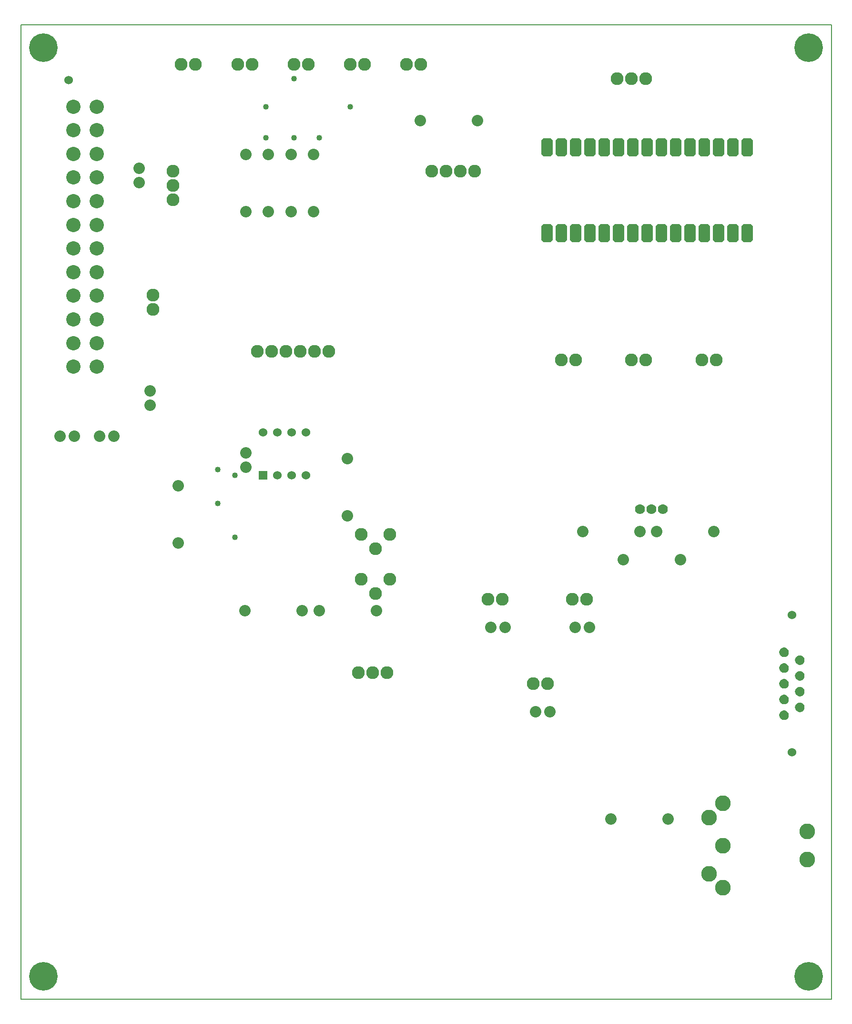
<source format=gbr>
G04 PROTEUS GERBER X2 FILE*
%TF.GenerationSoftware,Labcenter,Proteus,8.13-SP0-Build31525*%
%TF.CreationDate,2025-10-31T19:39:43+00:00*%
%TF.FileFunction,Soldermask,Top*%
%TF.FilePolarity,Negative*%
%TF.Part,Single*%
%TF.SameCoordinates,{e0fed4bd-df57-41ad-8a76-0b0c4bf3aebe}*%
%FSLAX45Y45*%
%MOMM*%
G01*
%TA.AperFunction,Material*%
%ADD28C,1.016000*%
%AMPPAD021*
4,1,8,
-0.607800,1.627000,
0.607800,1.627000,
0.987000,1.247800,
0.987000,-1.247800,
0.607800,-1.627000,
-0.607800,-1.627000,
-0.987000,-1.247800,
-0.987000,1.247800,
-0.607800,1.627000,
0*%
%TA.AperFunction,Material*%
%ADD29PPAD021*%
%TA.AperFunction,Material*%
%ADD72C,2.286000*%
%ADD73C,2.032000*%
%TA.AperFunction,Material*%
%ADD30C,0.787400*%
%ADD31C,1.524000*%
%AMPPAD026*
4,1,36,
-0.635000,0.762000,
0.635000,0.762000,
0.660970,0.759470,
0.684980,0.752200,
0.706580,0.740650,
0.725290,0.725290,
0.740650,0.706570,
0.752200,0.684980,
0.759470,0.660970,
0.762000,0.635000,
0.762000,-0.635000,
0.759470,-0.660970,
0.752200,-0.684980,
0.740650,-0.706570,
0.725290,-0.725290,
0.706580,-0.740650,
0.684980,-0.752200,
0.660970,-0.759470,
0.635000,-0.762000,
-0.635000,-0.762000,
-0.660970,-0.759470,
-0.684980,-0.752200,
-0.706580,-0.740650,
-0.725290,-0.725290,
-0.740650,-0.706570,
-0.752200,-0.684980,
-0.759470,-0.660970,
-0.762000,-0.635000,
-0.762000,0.635000,
-0.759470,0.660970,
-0.752200,0.684980,
-0.740650,0.706570,
-0.725290,0.725290,
-0.706580,0.740650,
-0.684980,0.752200,
-0.660970,0.759470,
-0.635000,0.762000,
0*%
%TA.AperFunction,Material*%
%ADD32PPAD026*%
%TA.AperFunction,Material*%
%ADD33C,2.794000*%
%TA.AperFunction,Material*%
%ADD34C,1.778000*%
%TA.AperFunction,Material*%
%ADD35C,2.540000*%
%TA.AperFunction,Material*%
%ADD36C,5.080000*%
%ADD25C,0.031750*%
%ADD26C,0.127000*%
%TA.AperFunction,Profile*%
%ADD23C,0.203200*%
%TD.AperFunction*%
D28*
X+3750000Y+750000D03*
X+3750000Y+200000D03*
X+4250000Y+1250000D03*
X+4250000Y+200000D03*
X+5250000Y+750000D03*
X+4700000Y+200000D03*
X+2900000Y-5700000D03*
X+2900000Y-6300000D03*
X+3200000Y-5800000D03*
X+3200000Y-6900000D03*
D29*
X+8750000Y-1500000D03*
X+9004000Y-1500000D03*
X+9258000Y-1500000D03*
X+9512000Y-1500000D03*
X+9766000Y-1500000D03*
X+10020000Y-1500000D03*
X+10274000Y-1500000D03*
X+10528000Y-1500000D03*
X+10782000Y-1500000D03*
X+11036000Y-1500000D03*
X+11290000Y-1500000D03*
X+11544000Y-1500000D03*
X+11798000Y-1500000D03*
X+12052000Y-1500000D03*
X+12306000Y-1500000D03*
X+12306000Y+24000D03*
X+12052000Y+24000D03*
X+11798000Y+24000D03*
X+11544000Y+24000D03*
X+11290000Y+24000D03*
X+11036000Y+24000D03*
X+10782000Y+24000D03*
X+10528000Y+24000D03*
X+10274000Y+24000D03*
X+10020000Y+24000D03*
X+9766000Y+24000D03*
X+9512000Y+24000D03*
X+9258000Y+24000D03*
X+9004000Y+24000D03*
X+8750000Y+24000D03*
D72*
X+9000000Y-3750000D03*
X+9254000Y-3750000D03*
X+10250000Y-3750000D03*
X+10504000Y-3750000D03*
X+11500000Y-3750000D03*
X+11754000Y-3750000D03*
X+5250000Y+1500000D03*
X+5504000Y+1500000D03*
X+6250000Y+1500000D03*
X+6504000Y+1500000D03*
X+4250000Y+1500000D03*
X+4504000Y+1500000D03*
X+2250000Y+1500000D03*
X+2504000Y+1500000D03*
X+3250000Y+1500000D03*
X+3504000Y+1500000D03*
D73*
X+6500000Y+500000D03*
X+7516000Y+500000D03*
X+3400000Y-100000D03*
X+3400000Y-1116000D03*
X+4600000Y-100000D03*
X+4600000Y-1116000D03*
X+4200000Y-100000D03*
X+4200000Y-1116000D03*
X+3800000Y-100000D03*
X+3800000Y-1116000D03*
D30*
X+12960300Y-8941200D03*
X+12960300Y-9220600D03*
X+12960300Y-9500000D03*
X+12960300Y-9779400D03*
X+12960300Y-10058800D03*
X+13239700Y-9080900D03*
X+13239700Y-9360300D03*
X+13239700Y-9639700D03*
X+13239700Y-9919100D03*
D31*
X+13100000Y-8280800D03*
X+13100000Y-10719200D03*
D72*
X+3600000Y-3600000D03*
X+3854000Y-3600000D03*
X+4108000Y-3600000D03*
X+4362000Y-3600000D03*
X+4616000Y-3600000D03*
X+4870000Y-3600000D03*
X+7700000Y-8000000D03*
X+7954000Y-8000000D03*
X+9200000Y-8000000D03*
X+9454000Y-8000000D03*
X+8500000Y-9500000D03*
X+8754000Y-9500000D03*
D32*
X+3700000Y-5800000D03*
D31*
X+3954000Y-5800000D03*
X+4208000Y-5800000D03*
X+4462000Y-5800000D03*
X+4462000Y-5038000D03*
X+4208000Y-5038000D03*
X+3954000Y-5038000D03*
X+3700000Y-5038000D03*
D33*
X+11875000Y-11625000D03*
X+11875000Y-12375000D03*
X+11875000Y-13125000D03*
X+11625000Y-11875000D03*
X+11625000Y-12875000D03*
X+13375000Y-12625000D03*
X+13375000Y-12125000D03*
D72*
X+5446000Y-6846000D03*
X+5954000Y-6846000D03*
X+5700000Y-7100000D03*
D73*
X+5200000Y-5500000D03*
X+5200000Y-6516000D03*
D72*
X+5446000Y-7646000D03*
X+5954000Y-7646000D03*
X+5700000Y-7900000D03*
D73*
X+4700000Y-8200000D03*
X+5716000Y-8200000D03*
X+4400000Y-8200000D03*
X+3384000Y-8200000D03*
X+2200000Y-7000000D03*
X+2200000Y-5984000D03*
D72*
X+5400000Y-9300000D03*
X+5654000Y-9300000D03*
X+5908000Y-9300000D03*
D73*
X+3400000Y-5400000D03*
X+3400000Y-5654000D03*
X+10900000Y-11900000D03*
X+9884000Y-11900000D03*
X+8000000Y-8500000D03*
X+7746000Y-8500000D03*
X+8800000Y-10000000D03*
X+8546000Y-10000000D03*
X+9500000Y-8500000D03*
X+9246000Y-8500000D03*
D34*
X+10396800Y-6400000D03*
X+10600000Y-6400000D03*
X+10803200Y-6400000D03*
D73*
X+10400000Y-6800000D03*
X+9384000Y-6800000D03*
X+10700000Y-6800000D03*
X+11716000Y-6800000D03*
X+10100000Y-7300000D03*
X+11116000Y-7300000D03*
D35*
X+750000Y+750000D03*
X+330000Y+750000D03*
X+750000Y+330000D03*
X+330000Y+330000D03*
X+750000Y-90000D03*
X+330000Y-90000D03*
X+750000Y-510000D03*
X+330000Y-510000D03*
X+750000Y-930000D03*
X+330000Y-930000D03*
X+750000Y-1350000D03*
X+330000Y-1350000D03*
X+750000Y-1770000D03*
X+330000Y-1770000D03*
X+750000Y-2190000D03*
X+330000Y-2190000D03*
X+750000Y-2610000D03*
X+330000Y-2610000D03*
X+750000Y-3030000D03*
X+330000Y-3030000D03*
X+750000Y-3450000D03*
X+330000Y-3450000D03*
X+750000Y-3870006D03*
X+330000Y-3870006D03*
D31*
X+246000Y+1220000D03*
D72*
X+1750000Y-2850000D03*
X+1750000Y-2596000D03*
D73*
X+1500000Y-600000D03*
X+1500000Y-346000D03*
X+800000Y-5100000D03*
X+1054000Y-5100000D03*
X+1700000Y-4550000D03*
X+1700000Y-4296000D03*
X+100000Y-5100000D03*
X+354000Y-5100000D03*
D72*
X+10500000Y+1250000D03*
X+10246000Y+1250000D03*
X+9992000Y+1250000D03*
D36*
X-200000Y+1800000D03*
X+13400000Y+1800000D03*
X+13400000Y-14700000D03*
X-200000Y-14700000D03*
D72*
X+6700000Y-400000D03*
X+6954000Y-400000D03*
X+7208000Y-400000D03*
X+7462000Y-400000D03*
X+2100000Y-400000D03*
X+2100000Y-654000D03*
X+2100000Y-908000D03*
D25*
X+12960300Y-9017400D02*
X+12960300Y-9017400D01*
X+12960300Y-8865000D02*
X+12960300Y-8865000D01*
X+12960299Y-9017400D02*
X+12960301Y-9017400D01*
X+12960299Y-8865000D02*
X+12960301Y-8865000D01*
X+12960298Y-9017400D02*
X+12960302Y-9017400D01*
X+12960298Y-8865000D02*
X+12960302Y-8865000D01*
X+12960297Y-9017400D02*
X+12960303Y-9017400D01*
X+12960297Y-8865000D02*
X+12960303Y-8865000D01*
X+12960296Y-9017400D02*
X+12960304Y-9017400D01*
X+12960296Y-8865000D02*
X+12960304Y-8865000D01*
X+12960295Y-9017400D02*
X+12960305Y-9017400D01*
X+12960295Y-8865000D02*
X+12960305Y-8865000D01*
X+12960294Y-9017400D02*
X+12960306Y-9017400D01*
X+12960294Y-8865000D02*
X+12960306Y-8865000D01*
X+12960293Y-9017400D02*
X+12960307Y-9017400D01*
X+12960293Y-8865000D02*
X+12960307Y-8865000D01*
X+12960292Y-9017400D02*
X+12960308Y-9017400D01*
X+12960292Y-8865000D02*
X+12960308Y-8865000D01*
X+12960291Y-9017400D02*
X+12960309Y-9017400D01*
X+12960291Y-8865000D02*
X+12960309Y-8865000D01*
X+12960290Y-9017400D02*
X+12960310Y-9017400D01*
X+12960290Y-8865000D02*
X+12960310Y-8865000D01*
X+12960289Y-9017400D02*
X+12960311Y-9017400D01*
X+12960289Y-8865000D02*
X+12960311Y-8865000D01*
X+12960288Y-9017400D02*
X+12960312Y-9017400D01*
X+12960288Y-8865000D02*
X+12960312Y-8865000D01*
X+12960287Y-9017400D02*
X+12960313Y-9017400D01*
X+12960287Y-8865000D02*
X+12960313Y-8865000D01*
X+12960286Y-9017400D02*
X+12960314Y-9017400D01*
X+12960286Y-8865000D02*
X+12960314Y-8865000D01*
X+12960285Y-9017400D02*
X+12960315Y-9017400D01*
X+12960285Y-8865000D02*
X+12960315Y-8865000D01*
X+12960284Y-9017400D02*
X+12960316Y-9017400D01*
X+12960284Y-8865000D02*
X+12960316Y-8865000D01*
X+12960283Y-9017400D02*
X+12960317Y-9017400D01*
X+12960283Y-8865000D02*
X+12960317Y-8865000D01*
X+12960282Y-9017400D02*
X+12960318Y-9017400D01*
X+12960282Y-8865000D02*
X+12960318Y-8865000D01*
X+12960281Y-9017400D02*
X+12960319Y-9017400D01*
X+12960281Y-8865000D02*
X+12960319Y-8865000D01*
X+12960280Y-9017400D02*
X+12960320Y-9017400D01*
X+12960280Y-8865000D02*
X+12960320Y-8865000D01*
X+12960279Y-9017400D02*
X+12960321Y-9017400D01*
X+12960279Y-8865000D02*
X+12960321Y-8865000D01*
X+12960278Y-9017400D02*
X+12960322Y-9017400D01*
X+12960278Y-8865000D02*
X+12960322Y-8865000D01*
X+12960277Y-9017400D02*
X+12960323Y-9017400D01*
X+12960277Y-8865000D02*
X+12960323Y-8865000D01*
X+12960276Y-9017400D02*
X+12960324Y-9017400D01*
X+12960276Y-8865000D02*
X+12960324Y-8865000D01*
X+12960275Y-9017400D02*
X+12960325Y-9017400D01*
X+12960275Y-8865000D02*
X+12960325Y-8865000D01*
X+12960274Y-9017400D02*
X+12960326Y-9017400D01*
X+12960274Y-8865000D02*
X+12960326Y-8865000D01*
X+12960273Y-9017400D02*
X+12960327Y-9017400D01*
X+12960273Y-8865000D02*
X+12960327Y-8865000D01*
X+12960272Y-9017400D02*
X+12960328Y-9017400D01*
X+12960272Y-8865000D02*
X+12960328Y-8865000D01*
X+12960271Y-9017400D02*
X+12960329Y-9017400D01*
X+12960271Y-8865000D02*
X+12960329Y-8865000D01*
X+12960270Y-9017400D02*
X+12960330Y-9017400D01*
X+12960270Y-8865000D02*
X+12960330Y-8865000D01*
X+12960269Y-9017400D02*
X+12960331Y-9017400D01*
X+12960269Y-8865000D02*
X+12960331Y-8865000D01*
X+12960268Y-9017400D02*
X+12960332Y-9017400D01*
X+12960268Y-8865000D02*
X+12960332Y-8865000D01*
X+12960267Y-9017400D02*
X+12960333Y-9017400D01*
X+12960267Y-8865000D02*
X+12960333Y-8865000D01*
X+12960266Y-9017400D02*
X+12960334Y-9017400D01*
X+12960266Y-8865000D02*
X+12960334Y-8865000D01*
X+12960265Y-9017400D02*
X+12960335Y-9017400D01*
X+12960265Y-8865000D02*
X+12960335Y-8865000D01*
X+12960264Y-9017400D02*
X+12960336Y-9017400D01*
X+12960264Y-8865000D02*
X+12960336Y-8865000D01*
X+12960263Y-9017400D02*
X+12960337Y-9017400D01*
X+12960263Y-8865000D02*
X+12960337Y-8865000D01*
X+12960262Y-9017400D02*
X+12960338Y-9017400D01*
X+12960262Y-8865000D02*
X+12960338Y-8865000D01*
X+12960261Y-9017400D02*
X+12960339Y-9017400D01*
X+12960261Y-8865000D02*
X+12960339Y-8865000D01*
X+12960260Y-9017400D02*
X+12960340Y-9017400D01*
X+12960260Y-8865000D02*
X+12960340Y-8865000D01*
X+12960259Y-9017400D02*
X+12960341Y-9017400D01*
X+12960259Y-8865000D02*
X+12960341Y-8865000D01*
X+12960258Y-9017400D02*
X+12960342Y-9017400D01*
X+12960258Y-8865000D02*
X+12960342Y-8865000D01*
X+12960257Y-9017400D02*
X+12960343Y-9017400D01*
X+12960257Y-8865000D02*
X+12960343Y-8865000D01*
X+12960256Y-9017400D02*
X+12960344Y-9017400D01*
X+12960256Y-8865000D02*
X+12960344Y-8865000D01*
X+12960255Y-9017400D02*
X+12960345Y-9017400D01*
X+12960255Y-8865000D02*
X+12960345Y-8865000D01*
X+12960254Y-9017400D02*
X+12960346Y-9017400D01*
X+12960254Y-8865000D02*
X+12960346Y-8865000D01*
X+12960253Y-9017400D02*
X+12960347Y-9017400D01*
X+12960253Y-8865000D02*
X+12960347Y-8865000D01*
X+12960252Y-9017400D02*
X+12960348Y-9017400D01*
X+12960252Y-8865000D02*
X+12960348Y-8865000D01*
X+12960251Y-9017400D02*
X+12960349Y-9017400D01*
X+12960251Y-8865000D02*
X+12960349Y-8865000D01*
X+12960250Y-9017400D02*
X+12960350Y-9017400D01*
X+12960250Y-8865000D02*
X+12960350Y-8865000D01*
X+12960249Y-9017400D02*
X+12960351Y-9017400D01*
X+12960249Y-8865000D02*
X+12960351Y-8865000D01*
X+12960248Y-9017400D02*
X+12960352Y-9017400D01*
X+12960248Y-8865000D02*
X+12960352Y-8865000D01*
X+12960247Y-9017400D02*
X+12960353Y-9017400D01*
X+12960247Y-8865000D02*
X+12960353Y-8865000D01*
X+12960246Y-9017400D02*
X+12960354Y-9017400D01*
X+12960246Y-8865000D02*
X+12960354Y-8865000D01*
X+12960245Y-9017400D02*
X+12960355Y-9017400D01*
X+12960245Y-8865000D02*
X+12960355Y-8865000D01*
X+12960244Y-9017400D02*
X+12960356Y-9017400D01*
X+12960244Y-8865000D02*
X+12960356Y-8865000D01*
X+12960243Y-9017400D02*
X+12960357Y-9017400D01*
X+12960243Y-8865000D02*
X+12960357Y-8865000D01*
X+12960242Y-9017400D02*
X+12960358Y-9017400D01*
X+12960242Y-8865000D02*
X+12960358Y-8865000D01*
X+12960241Y-9017400D02*
X+12960359Y-9017400D01*
X+12960241Y-8865000D02*
X+12960359Y-8865000D01*
X+12960240Y-9017400D02*
X+12960360Y-9017400D01*
X+12960240Y-8865000D02*
X+12960360Y-8865000D01*
X+12960239Y-9017400D02*
X+12960361Y-9017400D01*
X+12960239Y-8865000D02*
X+12960361Y-8865000D01*
X+12960238Y-9017400D02*
X+12960362Y-9017400D01*
X+12960238Y-8865000D02*
X+12960362Y-8865000D01*
X+12960237Y-9017400D02*
X+12960363Y-9017400D01*
X+12960237Y-8865000D02*
X+12960363Y-8865000D01*
X+12960236Y-9017400D02*
X+12960364Y-9017400D01*
X+12960236Y-8865000D02*
X+12960364Y-8865000D01*
X+12960235Y-9017400D02*
X+12960365Y-9017400D01*
X+12960235Y-8865000D02*
X+12960365Y-8865000D01*
X+12960234Y-9017400D02*
X+12960366Y-9017400D01*
X+12960234Y-8865000D02*
X+12960366Y-8865000D01*
X+12960233Y-9017400D02*
X+12960367Y-9017400D01*
X+12960233Y-8865000D02*
X+12960367Y-8865000D01*
X+12960232Y-9017400D02*
X+12960368Y-9017400D01*
X+12960232Y-8865000D02*
X+12960368Y-8865000D01*
X+12960231Y-9017400D02*
X+12960369Y-9017400D01*
X+12960231Y-8865000D02*
X+12960369Y-8865000D01*
X+12960230Y-9017400D02*
X+12960370Y-9017400D01*
X+12960230Y-8865000D02*
X+12960370Y-8865000D01*
X+12960229Y-9017400D02*
X+12960371Y-9017400D01*
X+12960229Y-8865000D02*
X+12960371Y-8865000D01*
X+12960228Y-9017400D02*
X+12960372Y-9017400D01*
X+12960228Y-8865000D02*
X+12960372Y-8865000D01*
X+12960227Y-9017400D02*
X+12960373Y-9017400D01*
X+12960227Y-8865000D02*
X+12960373Y-8865000D01*
X+12960226Y-9017400D02*
X+12960374Y-9017400D01*
X+12960226Y-8865000D02*
X+12960374Y-8865000D01*
X+12960225Y-9017400D02*
X+12960375Y-9017400D01*
X+12960225Y-8865000D02*
X+12960375Y-8865000D01*
X+12960224Y-9017400D02*
X+12960376Y-9017400D01*
X+12960224Y-8865000D02*
X+12960376Y-8865000D01*
X+12960223Y-9017400D02*
X+12960377Y-9017400D01*
X+12960223Y-8865000D02*
X+12960377Y-8865000D01*
X+12960222Y-9017400D02*
X+12960378Y-9017400D01*
X+12960222Y-8865000D02*
X+12960378Y-8865000D01*
X+12960221Y-9017400D02*
X+12960379Y-9017400D01*
X+12960221Y-8865000D02*
X+12960379Y-8865000D01*
X+12960220Y-9017400D02*
X+12960380Y-9017400D01*
X+12960220Y-8865000D02*
X+12960380Y-8865000D01*
X+12960219Y-9017400D02*
X+12960381Y-9017400D01*
X+12960219Y-8865000D02*
X+12960381Y-8865000D01*
X+12960218Y-9017400D02*
X+12960382Y-9017400D01*
X+12960218Y-8865000D02*
X+12960382Y-8865000D01*
X+12960217Y-9017400D02*
X+12960383Y-9017400D01*
X+12960217Y-8865000D02*
X+12960383Y-8865000D01*
X+12960216Y-9017400D02*
X+12960384Y-9017400D01*
X+12960216Y-8865000D02*
X+12960384Y-8865000D01*
X+12960215Y-9017400D02*
X+12960385Y-9017400D01*
X+12960215Y-8865000D02*
X+12960385Y-8865000D01*
X+12960214Y-9017400D02*
X+12960386Y-9017400D01*
X+12960214Y-8865000D02*
X+12960386Y-8865000D01*
X+12960213Y-9017400D02*
X+12960387Y-9017400D01*
X+12960213Y-8865000D02*
X+12960387Y-8865000D01*
X+12960212Y-9017400D02*
X+12960388Y-9017400D01*
X+12960212Y-8865000D02*
X+12960388Y-8865000D01*
X+12960211Y-9017400D02*
X+12960389Y-9017400D01*
X+12960211Y-8865000D02*
X+12960389Y-8865000D01*
X+12960210Y-9017400D02*
X+12960390Y-9017400D01*
X+12960210Y-8865000D02*
X+12960390Y-8865000D01*
X+12960209Y-9017400D02*
X+12960391Y-9017400D01*
X+12960209Y-8865000D02*
X+12960391Y-8865000D01*
X+12960208Y-9017400D02*
X+12960392Y-9017400D01*
X+12960208Y-8865000D02*
X+12960392Y-8865000D01*
X+12960207Y-9017400D02*
X+12960393Y-9017400D01*
X+12960207Y-8865000D02*
X+12960393Y-8865000D01*
X+12960206Y-9017400D02*
X+12960394Y-9017400D01*
X+12960206Y-8865000D02*
X+12960394Y-8865000D01*
X+12960205Y-9017400D02*
X+12960395Y-9017400D01*
X+12960205Y-8865000D02*
X+12960395Y-8865000D01*
X+12960204Y-9017400D02*
X+12960396Y-9017400D01*
X+12960204Y-8865000D02*
X+12960396Y-8865000D01*
X+12960203Y-9017400D02*
X+12960397Y-9017400D01*
X+12960203Y-8865000D02*
X+12960397Y-8865000D01*
X+12960202Y-9017400D02*
X+12960398Y-9017400D01*
X+12960202Y-8865000D02*
X+12960398Y-8865000D01*
X+12960201Y-9017400D02*
X+12960399Y-9017400D01*
X+12960201Y-8865000D02*
X+12960399Y-8865000D01*
X+12960200Y-9017400D02*
X+12960400Y-9017400D01*
X+12960200Y-8865000D02*
X+12960400Y-8865000D01*
X+12960199Y-9017400D02*
X+12960401Y-9017400D01*
X+12960199Y-8865000D02*
X+12960401Y-8865000D01*
X+12960198Y-9017400D02*
X+12960402Y-9017400D01*
X+12960198Y-8865000D02*
X+12960402Y-8865000D01*
X+12960197Y-9017400D02*
X+12960403Y-9017400D01*
X+12960197Y-8865000D02*
X+12960403Y-8865000D01*
X+12960196Y-9017400D02*
X+12960404Y-9017400D01*
X+12960196Y-8865000D02*
X+12960404Y-8865000D01*
X+12960195Y-9017400D02*
X+12960405Y-9017400D01*
X+12960195Y-8865000D02*
X+12960405Y-8865000D01*
X+12960194Y-9017400D02*
X+12960406Y-9017400D01*
X+12960194Y-8865000D02*
X+12960406Y-8865000D01*
X+12960193Y-9017400D02*
X+12960407Y-9017400D01*
X+12960193Y-8865000D02*
X+12960407Y-8865000D01*
X+12960192Y-9017400D02*
X+12960408Y-9017400D01*
X+12960192Y-8865000D02*
X+12960408Y-8865000D01*
X+12960191Y-9017400D02*
X+12960409Y-9017400D01*
X+12960191Y-8865000D02*
X+12960409Y-8865000D01*
X+12960190Y-9017400D02*
X+12960410Y-9017400D01*
X+12960190Y-8865000D02*
X+12960410Y-8865000D01*
X+12960189Y-9017400D02*
X+12960411Y-9017400D01*
X+12960189Y-8865000D02*
X+12960411Y-8865000D01*
X+12960188Y-9017400D02*
X+12960412Y-9017400D01*
X+12960188Y-8865000D02*
X+12960412Y-8865000D01*
X+12960187Y-9017400D02*
X+12960413Y-9017400D01*
X+12960187Y-8865000D02*
X+12960413Y-8865000D01*
X+12960186Y-9017400D02*
X+12960414Y-9017400D01*
X+12960186Y-8865000D02*
X+12960414Y-8865000D01*
X+12960185Y-9017400D02*
X+12960415Y-9017400D01*
X+12960185Y-8865000D02*
X+12960415Y-8865000D01*
X+12960184Y-9017400D02*
X+12960416Y-9017400D01*
X+12960184Y-8865000D02*
X+12960416Y-8865000D01*
X+12960183Y-9017400D02*
X+12960417Y-9017400D01*
X+12960183Y-8865000D02*
X+12960417Y-8865000D01*
X+12960182Y-9017400D02*
X+12960418Y-9017400D01*
X+12960182Y-8865000D02*
X+12960418Y-8865000D01*
X+12960181Y-9017400D02*
X+12960419Y-9017400D01*
X+12960181Y-8865000D02*
X+12960419Y-8865000D01*
X+12960180Y-9017400D02*
X+12960420Y-9017400D01*
X+12960180Y-8865000D02*
X+12960420Y-8865000D01*
X+12960179Y-9017400D02*
X+12960421Y-9017400D01*
X+12960179Y-8865000D02*
X+12960421Y-8865000D01*
X+12960178Y-9017400D02*
X+12960422Y-9017400D01*
X+12960178Y-8865000D02*
X+12960422Y-8865000D01*
X+12960177Y-9017400D02*
X+12960423Y-9017400D01*
X+12960177Y-8865000D02*
X+12960423Y-8865000D01*
X+12960176Y-9017400D02*
X+12960424Y-9017400D01*
X+12960176Y-8865000D02*
X+12960424Y-8865000D01*
X+12960175Y-9017400D02*
X+12960425Y-9017400D01*
X+12960175Y-8865000D02*
X+12960425Y-8865000D01*
X+12960174Y-9017400D02*
X+12960426Y-9017400D01*
X+12960174Y-8865000D02*
X+12960426Y-8865000D01*
X+12960173Y-9017400D02*
X+12960427Y-9017400D01*
X+12960173Y-8865000D02*
X+12960427Y-8865000D01*
X+12960172Y-9017400D02*
X+12960428Y-9017400D01*
X+12960172Y-8865000D02*
X+12960428Y-8865000D01*
X+12960171Y-9017400D02*
X+12960429Y-9017400D01*
X+12960171Y-8865000D02*
X+12960429Y-8865000D01*
X+12960170Y-9017400D02*
X+12960430Y-9017400D01*
X+12960170Y-8865000D02*
X+12960430Y-8865000D01*
X+12960169Y-9017400D02*
X+12960431Y-9017400D01*
X+12960169Y-8865000D02*
X+12960431Y-8865000D01*
X+12960168Y-9017400D02*
X+12960432Y-9017400D01*
X+12960168Y-8865000D02*
X+12960432Y-8865000D01*
X+12960167Y-9017400D02*
X+12960433Y-9017400D01*
X+12960167Y-8865000D02*
X+12960433Y-8865000D01*
X+12960166Y-9017400D02*
X+12960434Y-9017400D01*
X+12960166Y-8865000D02*
X+12960434Y-8865000D01*
X+12960165Y-9017400D02*
X+12960435Y-9017400D01*
X+12960165Y-8865000D02*
X+12960435Y-8865000D01*
X+12960164Y-9017400D02*
X+12960436Y-9017400D01*
X+12960164Y-8865000D02*
X+12960436Y-8865000D01*
X+12960163Y-9017400D02*
X+12960437Y-9017400D01*
X+12960163Y-8865000D02*
X+12960437Y-8865000D01*
X+12960162Y-9017400D02*
X+12960438Y-9017400D01*
X+12960162Y-8865000D02*
X+12960438Y-8865000D01*
X+12960161Y-9017400D02*
X+12960439Y-9017400D01*
X+12960161Y-8865000D02*
X+12960439Y-8865000D01*
X+12960160Y-9017400D02*
X+12960440Y-9017400D01*
X+12960160Y-8865000D02*
X+12960440Y-8865000D01*
X+12960159Y-9017400D02*
X+12960441Y-9017400D01*
X+12960159Y-8865000D02*
X+12960441Y-8865000D01*
X+12960158Y-9017400D02*
X+12960442Y-9017400D01*
X+12960158Y-8865000D02*
X+12960442Y-8865000D01*
X+12960157Y-9017400D02*
X+12960443Y-9017400D01*
X+12960157Y-8865000D02*
X+12960443Y-8865000D01*
X+12960156Y-9017400D02*
X+12960444Y-9017400D01*
X+12960156Y-8865000D02*
X+12960444Y-8865000D01*
X+12960155Y-9017400D02*
X+12960445Y-9017400D01*
X+12960155Y-8865000D02*
X+12960445Y-8865000D01*
X+12960154Y-9017400D02*
X+12960446Y-9017400D01*
X+12960154Y-8865000D02*
X+12960446Y-8865000D01*
X+12960153Y-9017400D02*
X+12960447Y-9017400D01*
X+12960153Y-8865000D02*
X+12960447Y-8865000D01*
X+12960152Y-9017400D02*
X+12960448Y-9017400D01*
X+12960152Y-8865000D02*
X+12960448Y-8865000D01*
X+12960151Y-9017400D02*
X+12960449Y-9017400D01*
X+12960151Y-8865000D02*
X+12960449Y-8865000D01*
X+12960150Y-9017400D02*
X+12960450Y-9017400D01*
X+12960150Y-8865000D02*
X+12960450Y-8865000D01*
X+12960149Y-9017400D02*
X+12960451Y-9017400D01*
X+12960149Y-8865000D02*
X+12960451Y-8865000D01*
X+12960148Y-9017400D02*
X+12960452Y-9017400D01*
X+12960148Y-8865000D02*
X+12960452Y-8865000D01*
X+12960147Y-9017400D02*
X+12960453Y-9017400D01*
X+12960147Y-8865000D02*
X+12960453Y-8865000D01*
X+12960146Y-9017400D02*
X+12960454Y-9017400D01*
X+12960146Y-8865000D02*
X+12960454Y-8865000D01*
X+12960145Y-9017400D02*
X+12960455Y-9017400D01*
X+12960145Y-8865000D02*
X+12960455Y-8865000D01*
X+12960144Y-9017400D02*
X+12960456Y-9017400D01*
X+12960144Y-8865000D02*
X+12960456Y-8865000D01*
X+12960143Y-9017400D02*
X+12960457Y-9017400D01*
X+12960143Y-8865000D02*
X+12960457Y-8865000D01*
X+12960142Y-9017400D02*
X+12960458Y-9017400D01*
X+12960142Y-8865000D02*
X+12960458Y-8865000D01*
X+12960141Y-9017400D02*
X+12960459Y-9017400D01*
X+12960141Y-8865000D02*
X+12960459Y-8865000D01*
X+12960140Y-9017400D02*
X+12960460Y-9017400D01*
X+12960140Y-8865000D02*
X+12960460Y-8865000D01*
X+12960139Y-9017400D02*
X+12960461Y-9017400D01*
X+12960139Y-8865000D02*
X+12960461Y-8865000D01*
X+12960138Y-9017400D02*
X+12960462Y-9017400D01*
X+12960138Y-8865000D02*
X+12960462Y-8865000D01*
X+12960137Y-9017400D02*
X+12960463Y-9017400D01*
X+12960137Y-8865000D02*
X+12960463Y-8865000D01*
X+12960136Y-9017400D02*
X+12960464Y-9017400D01*
X+12960136Y-8865000D02*
X+12960464Y-8865000D01*
X+12960135Y-9017400D02*
X+12960465Y-9017400D01*
X+12960135Y-8865000D02*
X+12960465Y-8865000D01*
X+12960134Y-9017400D02*
X+12960466Y-9017400D01*
X+12960134Y-8865000D02*
X+12960466Y-8865000D01*
X+12960133Y-9017400D02*
X+12960467Y-9017400D01*
X+12960133Y-8865000D02*
X+12960467Y-8865000D01*
X+12960132Y-9017400D02*
X+12960468Y-9017400D01*
X+12960132Y-8865000D02*
X+12960468Y-8865000D01*
X+12960131Y-9017400D02*
X+12960469Y-9017400D01*
X+12960131Y-8865000D02*
X+12960469Y-8865000D01*
X+12960130Y-9017400D02*
X+12960470Y-9017400D01*
X+12960130Y-8865000D02*
X+12960470Y-8865000D01*
X+12960129Y-9017400D02*
X+12960471Y-9017400D01*
X+12960129Y-8865000D02*
X+12960471Y-8865000D01*
X+12960128Y-9017400D02*
X+12960472Y-9017400D01*
X+12960128Y-8865000D02*
X+12960472Y-8865000D01*
X+12960127Y-9017400D02*
X+12960473Y-9017400D01*
X+12960127Y-8865000D02*
X+12960473Y-8865000D01*
X+12960126Y-9017400D02*
X+12960474Y-9017400D01*
X+12960126Y-8865000D02*
X+12960474Y-8865000D01*
X+12960125Y-9017400D02*
X+12960475Y-9017400D01*
X+12960125Y-8865000D02*
X+12960475Y-8865000D01*
X+12960124Y-9017400D02*
X+12960476Y-9017400D01*
X+12960124Y-8865000D02*
X+12960476Y-8865000D01*
X+12960123Y-9017400D02*
X+12960477Y-9017400D01*
X+12960123Y-8865000D02*
X+12960477Y-8865000D01*
X+12960122Y-9017400D02*
X+12960478Y-9017400D01*
X+12960122Y-8865000D02*
X+12960478Y-8865000D01*
X+12960121Y-9017400D02*
X+12960479Y-9017400D01*
X+12960121Y-8865000D02*
X+12960479Y-8865000D01*
X+12960120Y-9017400D02*
X+12960480Y-9017400D01*
X+12960120Y-8865000D02*
X+12960480Y-8865000D01*
X+12960119Y-9017400D02*
X+12960481Y-9017400D01*
X+12960119Y-8865000D02*
X+12960481Y-8865000D01*
X+12960118Y-9017400D02*
X+12960482Y-9017400D01*
X+12960118Y-8865000D02*
X+12960482Y-8865000D01*
X+12960117Y-9017400D02*
X+12960483Y-9017400D01*
X+12960117Y-8865000D02*
X+12960483Y-8865000D01*
X+12960116Y-9017400D02*
X+12960484Y-9017400D01*
X+12960116Y-8865000D02*
X+12960484Y-8865000D01*
X+12960115Y-9017400D02*
X+12960485Y-9017400D01*
X+12960115Y-8865000D02*
X+12960485Y-8865000D01*
X+12960114Y-9017400D02*
X+12960486Y-9017400D01*
X+12960114Y-8865000D02*
X+12960486Y-8865000D01*
X+12960113Y-9017400D02*
X+12960487Y-9017400D01*
X+12960113Y-8865000D02*
X+12960487Y-8865000D01*
X+12960112Y-9017400D02*
X+12960488Y-9017400D01*
X+12960112Y-8865000D02*
X+12960488Y-8865000D01*
X+12960111Y-9017400D02*
X+12960489Y-9017400D01*
X+12960111Y-8865000D02*
X+12960489Y-8865000D01*
X+12960110Y-9017400D02*
X+12960490Y-9017400D01*
X+12960110Y-8865000D02*
X+12960490Y-8865000D01*
X+12960109Y-9017400D02*
X+12960491Y-9017400D01*
X+12960109Y-8865000D02*
X+12960491Y-8865000D01*
X+12960108Y-9017400D02*
X+12960492Y-9017400D01*
X+12960108Y-8865000D02*
X+12960492Y-8865000D01*
X+12960107Y-9017400D02*
X+12960493Y-9017400D01*
X+12960107Y-8865000D02*
X+12960493Y-8865000D01*
X+12960106Y-9017400D02*
X+12960494Y-9017400D01*
X+12960106Y-8865000D02*
X+12960494Y-8865000D01*
X+12960105Y-9017400D02*
X+12960495Y-9017400D01*
X+12960105Y-8865000D02*
X+12960495Y-8865000D01*
X+12960104Y-9017400D02*
X+12960496Y-9017400D01*
X+12960104Y-8865000D02*
X+12960496Y-8865000D01*
X+12960103Y-9017400D02*
X+12960497Y-9017400D01*
X+12960103Y-8865000D02*
X+12960497Y-8865000D01*
X+12960102Y-9017400D02*
X+12960498Y-9017400D01*
X+12960102Y-8865000D02*
X+12960498Y-8865000D01*
X+12960101Y-9017400D02*
X+12960499Y-9017400D01*
X+12960101Y-8865000D02*
X+12960499Y-8865000D01*
X+12960100Y-9017400D02*
X+12960500Y-9017400D01*
X+12960100Y-8865000D02*
X+12960500Y-8865000D01*
X+12960099Y-9017400D02*
X+12960501Y-9017400D01*
X+12960099Y-8865000D02*
X+12960501Y-8865000D01*
X+12960098Y-9017400D02*
X+12960502Y-9017400D01*
X+12960098Y-8865000D02*
X+12960502Y-8865000D01*
X+12960097Y-9017400D02*
X+12960503Y-9017400D01*
X+12960097Y-8865000D02*
X+12960503Y-8865000D01*
X+12960096Y-9017400D02*
X+12960504Y-9017400D01*
X+12960096Y-8865000D02*
X+12960504Y-8865000D01*
X+12960095Y-9017400D02*
X+12960505Y-9017400D01*
X+12960095Y-8865000D02*
X+12960505Y-8865000D01*
X+12960094Y-9017400D02*
X+12960506Y-9017400D01*
X+12960094Y-8865000D02*
X+12960506Y-8865000D01*
X+12960093Y-9017400D02*
X+12960507Y-9017400D01*
X+12960093Y-8865000D02*
X+12960507Y-8865000D01*
X+12960092Y-9017400D02*
X+12960508Y-9017400D01*
X+12960092Y-8865000D02*
X+12960508Y-8865000D01*
X+12960091Y-9017400D02*
X+12960509Y-9017400D01*
X+12960091Y-8865000D02*
X+12960509Y-8865000D01*
X+12960090Y-9017400D02*
X+12960510Y-9017400D01*
X+12960090Y-8865000D02*
X+12960510Y-8865000D01*
X+12960089Y-9017400D02*
X+12960511Y-9017400D01*
X+12960089Y-8865000D02*
X+12960511Y-8865000D01*
X+12960088Y-9017400D02*
X+12960512Y-9017400D01*
X+12960088Y-8865000D02*
X+12960512Y-8865000D01*
X+12960087Y-9017400D02*
X+12960513Y-9017400D01*
X+12960087Y-8865000D02*
X+12960513Y-8865000D01*
X+12960086Y-9017400D02*
X+12960514Y-9017400D01*
X+12960086Y-8865000D02*
X+12960514Y-8865000D01*
X+12960085Y-9017400D02*
X+12960515Y-9017400D01*
X+12960085Y-8865000D02*
X+12960515Y-8865000D01*
X+12960084Y-9017400D02*
X+12960516Y-9017400D01*
X+12960084Y-8865000D02*
X+12960516Y-8865000D01*
X+12960083Y-9017400D02*
X+12960517Y-9017400D01*
X+12960083Y-8865000D02*
X+12960517Y-8865000D01*
X+12960082Y-9017400D02*
X+12960518Y-9017400D01*
X+12960082Y-8865000D02*
X+12960518Y-8865000D01*
X+12960081Y-9017400D02*
X+12960519Y-9017400D01*
X+12960081Y-8865000D02*
X+12960519Y-8865000D01*
X+12960080Y-9017400D02*
X+12960520Y-9017400D01*
X+12960080Y-8865000D02*
X+12960520Y-8865000D01*
X+12960079Y-9017400D02*
X+12960521Y-9017400D01*
X+12960079Y-8865000D02*
X+12960521Y-8865000D01*
X+12960078Y-9017400D02*
X+12960522Y-9017400D01*
X+12960078Y-8865000D02*
X+12960522Y-8865000D01*
X+12960077Y-9017400D02*
X+12960523Y-9017400D01*
X+12960077Y-8865000D02*
X+12960523Y-8865000D01*
X+12960076Y-9017400D02*
X+12960524Y-9017400D01*
X+12960076Y-8865000D02*
X+12960524Y-8865000D01*
X+12960075Y-9017400D02*
X+12960525Y-9017400D01*
X+12960075Y-8865000D02*
X+12960525Y-8865000D01*
X+12960074Y-9017400D02*
X+12960526Y-9017400D01*
X+12960074Y-8865000D02*
X+12960526Y-8865000D01*
X+12960073Y-9017400D02*
X+12960527Y-9017400D01*
X+12960073Y-8865000D02*
X+12960527Y-8865000D01*
X+12960072Y-9017400D02*
X+12960528Y-9017400D01*
X+12960072Y-8865000D02*
X+12960528Y-8865000D01*
X+12960071Y-9017400D02*
X+12960529Y-9017400D01*
X+12960071Y-8865000D02*
X+12960529Y-8865000D01*
X+12960070Y-9017400D02*
X+12960530Y-9017400D01*
X+12960070Y-8865000D02*
X+12960530Y-8865000D01*
X+12960069Y-9017400D02*
X+12960531Y-9017400D01*
X+12960069Y-8865000D02*
X+12960531Y-8865000D01*
X+12960068Y-9017400D02*
X+12960532Y-9017400D01*
X+12960068Y-8865000D02*
X+12960532Y-8865000D01*
X+12960067Y-9017400D02*
X+12960533Y-9017400D01*
X+12960067Y-8865000D02*
X+12960533Y-8865000D01*
X+12960066Y-9017400D02*
X+12960534Y-9017400D01*
X+12960066Y-8865000D02*
X+12960534Y-8865000D01*
X+12960065Y-9017400D02*
X+12960535Y-9017400D01*
X+12960065Y-8865000D02*
X+12960535Y-8865000D01*
X+12960064Y-9017400D02*
X+12960536Y-9017400D01*
X+12960064Y-8865000D02*
X+12960536Y-8865000D01*
X+12960063Y-9017400D02*
X+12960537Y-9017400D01*
X+12960063Y-8865000D02*
X+12960537Y-8865000D01*
X+12960062Y-9017400D02*
X+12960538Y-9017400D01*
X+12960062Y-8865000D02*
X+12960538Y-8865000D01*
X+12960061Y-9017400D02*
X+12960539Y-9017400D01*
X+12960061Y-8865000D02*
X+12960539Y-8865000D01*
X+12960060Y-9017400D02*
X+12960540Y-9017400D01*
X+12960060Y-8865000D02*
X+12960540Y-8865000D01*
X+12960059Y-9017400D02*
X+12960541Y-9017400D01*
X+12960059Y-8865000D02*
X+12960541Y-8865000D01*
X+12960058Y-9017400D02*
X+12960542Y-9017400D01*
X+12960058Y-8865000D02*
X+12960542Y-8865000D01*
X+12960057Y-9017400D02*
X+12960543Y-9017400D01*
X+12960057Y-8865000D02*
X+12960543Y-8865000D01*
X+12960056Y-9017400D02*
X+12960544Y-9017400D01*
X+12960056Y-8865000D02*
X+12960544Y-8865000D01*
X+12960055Y-9017400D02*
X+12960545Y-9017400D01*
X+12960055Y-8865000D02*
X+12960545Y-8865000D01*
X+12960054Y-9017400D02*
X+12960546Y-9017400D01*
X+12960054Y-8865000D02*
X+12960546Y-8865000D01*
X+12960053Y-9017400D02*
X+12960547Y-9017400D01*
X+12960053Y-8865000D02*
X+12960547Y-8865000D01*
X+12960052Y-9017400D02*
X+12960548Y-9017400D01*
X+12960052Y-8865000D02*
X+12960548Y-8865000D01*
X+12960051Y-9017400D02*
X+12960549Y-9017400D01*
X+12960051Y-8865000D02*
X+12960549Y-8865000D01*
X+12960050Y-9017400D02*
X+12960550Y-9017400D01*
X+12960050Y-8865000D02*
X+12960550Y-8865000D01*
X+12960049Y-9017400D02*
X+12960551Y-9017400D01*
X+12960049Y-8865000D02*
X+12960551Y-8865000D01*
X+12960048Y-9017400D02*
X+12960552Y-9017400D01*
X+12960048Y-8865000D02*
X+12960552Y-8865000D01*
X+12960047Y-9017400D02*
X+12960553Y-9017400D01*
X+12960047Y-8865000D02*
X+12960553Y-8865000D01*
X+12960046Y-9017400D02*
X+12960554Y-9017400D01*
X+12960046Y-8865000D02*
X+12960554Y-8865000D01*
X+12960045Y-9017400D02*
X+12960555Y-9017400D01*
X+12960045Y-8865000D02*
X+12960555Y-8865000D01*
X+12960044Y-9017400D02*
X+12960556Y-9017400D01*
X+12960044Y-8865000D02*
X+12960556Y-8865000D01*
X+12960043Y-9017400D02*
X+12960557Y-9017400D01*
X+12960043Y-8865000D02*
X+12960557Y-8865000D01*
X+12960042Y-9017400D02*
X+12960558Y-9017400D01*
X+12960042Y-8865000D02*
X+12960558Y-8865000D01*
X+12960041Y-9017400D02*
X+12960559Y-9017400D01*
X+12960041Y-8865000D02*
X+12960559Y-8865000D01*
X+12960040Y-9017400D02*
X+12960560Y-9017400D01*
X+12960040Y-8865000D02*
X+12960560Y-8865000D01*
X+12960039Y-9017400D02*
X+12960561Y-9017400D01*
X+12960039Y-8865000D02*
X+12960561Y-8865000D01*
X+12960038Y-9017400D02*
X+12960562Y-9017400D01*
X+12960038Y-8865000D02*
X+12960562Y-8865000D01*
X+12960037Y-9017400D02*
X+12960563Y-9017400D01*
X+12960037Y-8865000D02*
X+12960563Y-8865000D01*
X+12960036Y-9017400D02*
X+12960564Y-9017400D01*
X+12960036Y-8865000D02*
X+12960564Y-8865000D01*
X+12960035Y-9017400D02*
X+12960565Y-9017400D01*
X+12960035Y-8865000D02*
X+12960565Y-8865000D01*
X+12960034Y-9017400D02*
X+12960566Y-9017400D01*
X+12960034Y-8865000D02*
X+12960566Y-8865000D01*
X+12960033Y-9017400D02*
X+12960567Y-9017400D01*
X+12960033Y-8865000D02*
X+12960567Y-8865000D01*
X+12960032Y-9017400D02*
X+12960568Y-9017400D01*
X+12960032Y-8865000D02*
X+12960568Y-8865000D01*
X+12960031Y-9017400D02*
X+12960569Y-9017400D01*
X+12960031Y-8865000D02*
X+12960569Y-8865000D01*
X+12960030Y-9017400D02*
X+12960570Y-9017400D01*
X+12960030Y-8865000D02*
X+12960570Y-8865000D01*
X+12960029Y-9017400D02*
X+12960571Y-9017400D01*
X+12960029Y-8865000D02*
X+12960571Y-8865000D01*
X+12960028Y-9017400D02*
X+12960572Y-9017400D01*
X+12960028Y-8865000D02*
X+12960572Y-8865000D01*
X+12960027Y-9017400D02*
X+12960573Y-9017400D01*
X+12960027Y-8865000D02*
X+12960573Y-8865000D01*
X+12960026Y-9017400D02*
X+12960574Y-9017400D01*
X+12960026Y-8865000D02*
X+12960574Y-8865000D01*
X+12960025Y-9017400D02*
X+12960575Y-9017400D01*
X+12960025Y-8865000D02*
X+12960575Y-8865000D01*
X+12960024Y-9017400D02*
X+12960576Y-9017400D01*
X+12960024Y-8865000D02*
X+12960576Y-8865000D01*
X+12957484Y-9017348D02*
X+12963116Y-9017348D01*
X+12957484Y-8865052D02*
X+12963116Y-8865052D01*
X+12954944Y-9017212D02*
X+12965656Y-9017212D01*
X+12954944Y-8865188D02*
X+12965656Y-8865188D01*
X+12952404Y-9016990D02*
X+12968196Y-9016990D01*
X+12952404Y-8865410D02*
X+12968196Y-8865410D01*
X+12949864Y-9016682D02*
X+12970736Y-9016682D01*
X+12949864Y-8865718D02*
X+12970736Y-8865718D01*
X+12947324Y-9016287D02*
X+12973276Y-9016287D01*
X+12947324Y-8866113D02*
X+12973276Y-8866113D01*
X+12944784Y-9015804D02*
X+12975816Y-9015804D01*
X+12944784Y-8866596D02*
X+12975816Y-8866596D01*
X+12942244Y-9015230D02*
X+12978356Y-9015230D01*
X+12942244Y-8867170D02*
X+12978356Y-8867170D01*
X+12939704Y-9014564D02*
X+12980896Y-9014564D01*
X+12939704Y-8867836D02*
X+12980896Y-8867836D01*
X+12937164Y-9013803D02*
X+12983436Y-9013803D01*
X+12937164Y-8868597D02*
X+12983436Y-8868597D01*
X+12934624Y-9012944D02*
X+12985976Y-9012944D01*
X+12934624Y-8869456D02*
X+12985976Y-8869456D01*
X+12932084Y-9011983D02*
X+12988516Y-9011983D01*
X+12932084Y-8870417D02*
X+12988516Y-8870417D01*
X+12929544Y-9010917D02*
X+12991056Y-9010917D01*
X+12929544Y-8871483D02*
X+12991056Y-8871483D01*
X+12927004Y-9009741D02*
X+12993596Y-9009741D01*
X+12927004Y-8872659D02*
X+12993596Y-8872659D01*
X+12924464Y-9008447D02*
X+12996136Y-9008447D01*
X+12924464Y-8873953D02*
X+12996136Y-8873953D01*
X+12921924Y-9007031D02*
X+12998676Y-9007031D01*
X+12921924Y-8875369D02*
X+12998676Y-8875369D01*
X+12919384Y-9005483D02*
X+13001216Y-9005483D01*
X+12919384Y-8876917D02*
X+13001216Y-8876917D01*
X+12916844Y-9003794D02*
X+13003756Y-9003794D01*
X+12916844Y-8878606D02*
X+13003756Y-8878606D01*
X+12914304Y-9001952D02*
X+13006296Y-9001952D01*
X+12914304Y-8880448D02*
X+13006296Y-8880448D01*
X+12911764Y-8999943D02*
X+13008836Y-8999943D01*
X+12911764Y-8882457D02*
X+13008836Y-8882457D01*
X+12909224Y-8997748D02*
X+13011376Y-8997748D01*
X+12909224Y-8884652D02*
X+13011376Y-8884652D01*
X+12906684Y-8995346D02*
X+13013916Y-8995346D01*
X+12906684Y-8887054D02*
X+13013916Y-8887054D01*
X+12904236Y-8992807D02*
X+13016364Y-8992807D01*
X+12904236Y-8889593D02*
X+13016364Y-8889593D01*
X+12902000Y-8990267D02*
X+13018600Y-8990267D01*
X+12902000Y-8892133D02*
X+13018600Y-8892133D01*
X+12899954Y-8987727D02*
X+13020646Y-8987727D01*
X+12899954Y-8894673D02*
X+13020646Y-8894673D01*
X+12898078Y-8985187D02*
X+13022522Y-8985187D01*
X+12898078Y-8897213D02*
X+13022522Y-8897213D01*
X+12896358Y-8982647D02*
X+13024242Y-8982647D01*
X+12896358Y-8899753D02*
X+13024242Y-8899753D01*
X+12894781Y-8980107D02*
X+13025819Y-8980107D01*
X+12894781Y-8902293D02*
X+13025819Y-8902293D01*
X+12893338Y-8977567D02*
X+13027262Y-8977567D01*
X+12893338Y-8904833D02*
X+13027262Y-8904833D01*
X+12892020Y-8975027D02*
X+13028580Y-8975027D01*
X+12892020Y-8907373D02*
X+13028580Y-8907373D01*
X+12890819Y-8972487D02*
X+13029781Y-8972487D01*
X+12890819Y-8909913D02*
X+13029781Y-8909913D01*
X+12889731Y-8969947D02*
X+13030869Y-8969947D01*
X+12889731Y-8912453D02*
X+13030869Y-8912453D01*
X+12888748Y-8967407D02*
X+13031852Y-8967407D01*
X+12888748Y-8914993D02*
X+13031852Y-8914993D01*
X+12887869Y-8964867D02*
X+13032731Y-8964867D01*
X+12887869Y-8917533D02*
X+13032731Y-8917533D01*
X+12887087Y-8962327D02*
X+13033513Y-8962327D01*
X+12887087Y-8920073D02*
X+13033513Y-8920073D01*
X+12886402Y-8959787D02*
X+13034198Y-8959787D01*
X+12886402Y-8922613D02*
X+13034198Y-8922613D01*
X+12885809Y-8957247D02*
X+13034791Y-8957247D01*
X+12885809Y-8925153D02*
X+13034791Y-8925153D01*
X+12885307Y-8954707D02*
X+13035293Y-8954707D01*
X+12885307Y-8927693D02*
X+13035293Y-8927693D01*
X+12884893Y-8952167D02*
X+13035707Y-8952167D01*
X+12884893Y-8930233D02*
X+13035707Y-8930233D01*
X+12884567Y-8949627D02*
X+13036033Y-8949627D01*
X+12884567Y-8932773D02*
X+13036033Y-8932773D01*
X+12884328Y-8947087D02*
X+13036272Y-8947087D01*
X+12884328Y-8935313D02*
X+13036272Y-8935313D01*
X+12884174Y-8944547D02*
X+13036426Y-8944547D01*
X+12884174Y-8937853D02*
X+13036426Y-8937853D01*
X+12884104Y-8942007D02*
X+13036496Y-8942007D01*
X+12884104Y-8940393D02*
X+13036496Y-8940393D01*
X+12884100Y-8941200D02*
X+13036500Y-8941200D01*
X+12884100Y-8941200D02*
X+13036500Y-8941200D01*
D26*
X+13036240Y-8934914D01*
X+13034129Y-8922340D01*
X+13029714Y-8909766D01*
X+13022507Y-8897192D01*
X+13011481Y-8884747D01*
X+12998907Y-8875504D01*
X+12986333Y-8869585D01*
X+12973759Y-8866198D01*
X+12961185Y-8865005D01*
X+12960300Y-8865000D01*
X+12884100Y-8941200D02*
X+12884360Y-8934914D01*
X+12886471Y-8922340D01*
X+12890886Y-8909766D01*
X+12898093Y-8897192D01*
X+12909119Y-8884747D01*
X+12921693Y-8875504D01*
X+12934267Y-8869585D01*
X+12946841Y-8866198D01*
X+12959415Y-8865005D01*
X+12960300Y-8865000D01*
X+12884100Y-8941200D02*
X+12884360Y-8947486D01*
X+12886471Y-8960060D01*
X+12890886Y-8972634D01*
X+12898093Y-8985208D01*
X+12909119Y-8997653D01*
X+12921693Y-9006896D01*
X+12934267Y-9012815D01*
X+12946841Y-9016202D01*
X+12959415Y-9017395D01*
X+12960300Y-9017400D01*
X+13036500Y-8941200D02*
X+13036240Y-8947486D01*
X+13034129Y-8960060D01*
X+13029714Y-8972634D01*
X+13022507Y-8985208D01*
X+13011481Y-8997653D01*
X+12998907Y-9006896D01*
X+12986333Y-9012815D01*
X+12973759Y-9016202D01*
X+12961185Y-9017395D01*
X+12960300Y-9017400D01*
D25*
X+13239700Y-9157100D02*
X+13239700Y-9157100D01*
X+13239700Y-9004700D02*
X+13239700Y-9004700D01*
X+13239699Y-9157100D02*
X+13239701Y-9157100D01*
X+13239699Y-9004700D02*
X+13239701Y-9004700D01*
X+13239698Y-9157100D02*
X+13239702Y-9157100D01*
X+13239698Y-9004700D02*
X+13239702Y-9004700D01*
X+13239697Y-9157100D02*
X+13239703Y-9157100D01*
X+13239697Y-9004700D02*
X+13239703Y-9004700D01*
X+13239696Y-9157100D02*
X+13239704Y-9157100D01*
X+13239696Y-9004700D02*
X+13239704Y-9004700D01*
X+13239695Y-9157100D02*
X+13239705Y-9157100D01*
X+13239695Y-9004700D02*
X+13239705Y-9004700D01*
X+13239694Y-9157100D02*
X+13239706Y-9157100D01*
X+13239694Y-9004700D02*
X+13239706Y-9004700D01*
X+13239693Y-9157100D02*
X+13239707Y-9157100D01*
X+13239693Y-9004700D02*
X+13239707Y-9004700D01*
X+13239692Y-9157100D02*
X+13239708Y-9157100D01*
X+13239692Y-9004700D02*
X+13239708Y-9004700D01*
X+13239691Y-9157100D02*
X+13239709Y-9157100D01*
X+13239691Y-9004700D02*
X+13239709Y-9004700D01*
X+13239690Y-9157100D02*
X+13239710Y-9157100D01*
X+13239690Y-9004700D02*
X+13239710Y-9004700D01*
X+13239689Y-9157100D02*
X+13239711Y-9157100D01*
X+13239689Y-9004700D02*
X+13239711Y-9004700D01*
X+13239688Y-9157100D02*
X+13239712Y-9157100D01*
X+13239688Y-9004700D02*
X+13239712Y-9004700D01*
X+13239687Y-9157100D02*
X+13239713Y-9157100D01*
X+13239687Y-9004700D02*
X+13239713Y-9004700D01*
X+13239686Y-9157100D02*
X+13239714Y-9157100D01*
X+13239686Y-9004700D02*
X+13239714Y-9004700D01*
X+13239685Y-9157100D02*
X+13239715Y-9157100D01*
X+13239685Y-9004700D02*
X+13239715Y-9004700D01*
X+13239684Y-9157100D02*
X+13239716Y-9157100D01*
X+13239684Y-9004700D02*
X+13239716Y-9004700D01*
X+13239683Y-9157100D02*
X+13239717Y-9157100D01*
X+13239683Y-9004700D02*
X+13239717Y-9004700D01*
X+13239682Y-9157100D02*
X+13239718Y-9157100D01*
X+13239682Y-9004700D02*
X+13239718Y-9004700D01*
X+13239681Y-9157100D02*
X+13239719Y-9157100D01*
X+13239681Y-9004700D02*
X+13239719Y-9004700D01*
X+13239680Y-9157100D02*
X+13239720Y-9157100D01*
X+13239680Y-9004700D02*
X+13239720Y-9004700D01*
X+13239679Y-9157100D02*
X+13239721Y-9157100D01*
X+13239679Y-9004700D02*
X+13239721Y-9004700D01*
X+13239678Y-9157100D02*
X+13239722Y-9157100D01*
X+13239678Y-9004700D02*
X+13239722Y-9004700D01*
X+13239677Y-9157100D02*
X+13239723Y-9157100D01*
X+13239677Y-9004700D02*
X+13239723Y-9004700D01*
X+13239676Y-9157100D02*
X+13239724Y-9157100D01*
X+13239676Y-9004700D02*
X+13239724Y-9004700D01*
X+13239675Y-9157100D02*
X+13239725Y-9157100D01*
X+13239675Y-9004700D02*
X+13239725Y-9004700D01*
X+13239674Y-9157100D02*
X+13239726Y-9157100D01*
X+13239674Y-9004700D02*
X+13239726Y-9004700D01*
X+13239673Y-9157100D02*
X+13239727Y-9157100D01*
X+13239673Y-9004700D02*
X+13239727Y-9004700D01*
X+13239672Y-9157100D02*
X+13239728Y-9157100D01*
X+13239672Y-9004700D02*
X+13239728Y-9004700D01*
X+13239671Y-9157100D02*
X+13239729Y-9157100D01*
X+13239671Y-9004700D02*
X+13239729Y-9004700D01*
X+13239670Y-9157100D02*
X+13239730Y-9157100D01*
X+13239670Y-9004700D02*
X+13239730Y-9004700D01*
X+13239669Y-9157100D02*
X+13239731Y-9157100D01*
X+13239669Y-9004700D02*
X+13239731Y-9004700D01*
X+13239668Y-9157100D02*
X+13239732Y-9157100D01*
X+13239668Y-9004700D02*
X+13239732Y-9004700D01*
X+13239667Y-9157100D02*
X+13239733Y-9157100D01*
X+13239667Y-9004700D02*
X+13239733Y-9004700D01*
X+13239666Y-9157100D02*
X+13239734Y-9157100D01*
X+13239666Y-9004700D02*
X+13239734Y-9004700D01*
X+13239665Y-9157100D02*
X+13239735Y-9157100D01*
X+13239665Y-9004700D02*
X+13239735Y-9004700D01*
X+13239664Y-9157100D02*
X+13239736Y-9157100D01*
X+13239664Y-9004700D02*
X+13239736Y-9004700D01*
X+13239663Y-9157100D02*
X+13239737Y-9157100D01*
X+13239663Y-9004700D02*
X+13239737Y-9004700D01*
X+13239662Y-9157100D02*
X+13239738Y-9157100D01*
X+13239662Y-9004700D02*
X+13239738Y-9004700D01*
X+13239661Y-9157100D02*
X+13239739Y-9157100D01*
X+13239661Y-9004700D02*
X+13239739Y-9004700D01*
X+13239660Y-9157100D02*
X+13239740Y-9157100D01*
X+13239660Y-9004700D02*
X+13239740Y-9004700D01*
X+13239659Y-9157100D02*
X+13239741Y-9157100D01*
X+13239659Y-9004700D02*
X+13239741Y-9004700D01*
X+13239658Y-9157100D02*
X+13239742Y-9157100D01*
X+13239658Y-9004700D02*
X+13239742Y-9004700D01*
X+13239657Y-9157100D02*
X+13239743Y-9157100D01*
X+13239657Y-9004700D02*
X+13239743Y-9004700D01*
X+13239656Y-9157100D02*
X+13239744Y-9157100D01*
X+13239656Y-9004700D02*
X+13239744Y-9004700D01*
X+13239655Y-9157100D02*
X+13239745Y-9157100D01*
X+13239655Y-9004700D02*
X+13239745Y-9004700D01*
X+13239654Y-9157100D02*
X+13239746Y-9157100D01*
X+13239654Y-9004700D02*
X+13239746Y-9004700D01*
X+13239653Y-9157100D02*
X+13239747Y-9157100D01*
X+13239653Y-9004700D02*
X+13239747Y-9004700D01*
X+13239652Y-9157100D02*
X+13239748Y-9157100D01*
X+13239652Y-9004700D02*
X+13239748Y-9004700D01*
X+13239651Y-9157100D02*
X+13239749Y-9157100D01*
X+13239651Y-9004700D02*
X+13239749Y-9004700D01*
X+13239650Y-9157100D02*
X+13239750Y-9157100D01*
X+13239650Y-9004700D02*
X+13239750Y-9004700D01*
X+13239649Y-9157100D02*
X+13239751Y-9157100D01*
X+13239649Y-9004700D02*
X+13239751Y-9004700D01*
X+13239648Y-9157100D02*
X+13239752Y-9157100D01*
X+13239648Y-9004700D02*
X+13239752Y-9004700D01*
X+13239647Y-9157100D02*
X+13239753Y-9157100D01*
X+13239647Y-9004700D02*
X+13239753Y-9004700D01*
X+13239646Y-9157100D02*
X+13239754Y-9157100D01*
X+13239646Y-9004700D02*
X+13239754Y-9004700D01*
X+13239645Y-9157100D02*
X+13239755Y-9157100D01*
X+13239645Y-9004700D02*
X+13239755Y-9004700D01*
X+13239644Y-9157100D02*
X+13239756Y-9157100D01*
X+13239644Y-9004700D02*
X+13239756Y-9004700D01*
X+13239643Y-9157100D02*
X+13239757Y-9157100D01*
X+13239643Y-9004700D02*
X+13239757Y-9004700D01*
X+13239642Y-9157100D02*
X+13239758Y-9157100D01*
X+13239642Y-9004700D02*
X+13239758Y-9004700D01*
X+13239641Y-9157100D02*
X+13239759Y-9157100D01*
X+13239641Y-9004700D02*
X+13239759Y-9004700D01*
X+13239640Y-9157100D02*
X+13239760Y-9157100D01*
X+13239640Y-9004700D02*
X+13239760Y-9004700D01*
X+13239639Y-9157100D02*
X+13239761Y-9157100D01*
X+13239639Y-9004700D02*
X+13239761Y-9004700D01*
X+13239638Y-9157100D02*
X+13239762Y-9157100D01*
X+13239638Y-9004700D02*
X+13239762Y-9004700D01*
X+13239637Y-9157100D02*
X+13239763Y-9157100D01*
X+13239637Y-9004700D02*
X+13239763Y-9004700D01*
X+13239636Y-9157100D02*
X+13239764Y-9157100D01*
X+13239636Y-9004700D02*
X+13239764Y-9004700D01*
X+13239635Y-9157100D02*
X+13239765Y-9157100D01*
X+13239635Y-9004700D02*
X+13239765Y-9004700D01*
X+13239634Y-9157100D02*
X+13239766Y-9157100D01*
X+13239634Y-9004700D02*
X+13239766Y-9004700D01*
X+13239633Y-9157100D02*
X+13239767Y-9157100D01*
X+13239633Y-9004700D02*
X+13239767Y-9004700D01*
X+13239632Y-9157100D02*
X+13239768Y-9157100D01*
X+13239632Y-9004700D02*
X+13239768Y-9004700D01*
X+13239631Y-9157100D02*
X+13239769Y-9157100D01*
X+13239631Y-9004700D02*
X+13239769Y-9004700D01*
X+13239630Y-9157100D02*
X+13239770Y-9157100D01*
X+13239630Y-9004700D02*
X+13239770Y-9004700D01*
X+13239629Y-9157100D02*
X+13239771Y-9157100D01*
X+13239629Y-9004700D02*
X+13239771Y-9004700D01*
X+13239628Y-9157100D02*
X+13239772Y-9157100D01*
X+13239628Y-9004700D02*
X+13239772Y-9004700D01*
X+13239627Y-9157100D02*
X+13239773Y-9157100D01*
X+13239627Y-9004700D02*
X+13239773Y-9004700D01*
X+13239626Y-9157100D02*
X+13239774Y-9157100D01*
X+13239626Y-9004700D02*
X+13239774Y-9004700D01*
X+13239625Y-9157100D02*
X+13239775Y-9157100D01*
X+13239625Y-9004700D02*
X+13239775Y-9004700D01*
X+13239624Y-9157100D02*
X+13239776Y-9157100D01*
X+13239624Y-9004700D02*
X+13239776Y-9004700D01*
X+13239623Y-9157100D02*
X+13239777Y-9157100D01*
X+13239623Y-9004700D02*
X+13239777Y-9004700D01*
X+13239622Y-9157100D02*
X+13239778Y-9157100D01*
X+13239622Y-9004700D02*
X+13239778Y-9004700D01*
X+13239621Y-9157100D02*
X+13239779Y-9157100D01*
X+13239621Y-9004700D02*
X+13239779Y-9004700D01*
X+13239620Y-9157100D02*
X+13239780Y-9157100D01*
X+13239620Y-9004700D02*
X+13239780Y-9004700D01*
X+13239619Y-9157100D02*
X+13239781Y-9157100D01*
X+13239619Y-9004700D02*
X+13239781Y-9004700D01*
X+13239618Y-9157100D02*
X+13239782Y-9157100D01*
X+13239618Y-9004700D02*
X+13239782Y-9004700D01*
X+13239617Y-9157100D02*
X+13239783Y-9157100D01*
X+13239617Y-9004700D02*
X+13239783Y-9004700D01*
X+13239616Y-9157100D02*
X+13239784Y-9157100D01*
X+13239616Y-9004700D02*
X+13239784Y-9004700D01*
X+13239615Y-9157100D02*
X+13239785Y-9157100D01*
X+13239615Y-9004700D02*
X+13239785Y-9004700D01*
X+13239614Y-9157100D02*
X+13239786Y-9157100D01*
X+13239614Y-9004700D02*
X+13239786Y-9004700D01*
X+13239613Y-9157100D02*
X+13239787Y-9157100D01*
X+13239613Y-9004700D02*
X+13239787Y-9004700D01*
X+13239612Y-9157100D02*
X+13239788Y-9157100D01*
X+13239612Y-9004700D02*
X+13239788Y-9004700D01*
X+13239611Y-9157100D02*
X+13239789Y-9157100D01*
X+13239611Y-9004700D02*
X+13239789Y-9004700D01*
X+13239610Y-9157100D02*
X+13239790Y-9157100D01*
X+13239610Y-9004700D02*
X+13239790Y-9004700D01*
X+13239609Y-9157100D02*
X+13239791Y-9157100D01*
X+13239609Y-9004700D02*
X+13239791Y-9004700D01*
X+13239608Y-9157100D02*
X+13239792Y-9157100D01*
X+13239608Y-9004700D02*
X+13239792Y-9004700D01*
X+13239607Y-9157100D02*
X+13239793Y-9157100D01*
X+13239607Y-9004700D02*
X+13239793Y-9004700D01*
X+13239606Y-9157100D02*
X+13239794Y-9157100D01*
X+13239606Y-9004700D02*
X+13239794Y-9004700D01*
X+13239605Y-9157100D02*
X+13239795Y-9157100D01*
X+13239605Y-9004700D02*
X+13239795Y-9004700D01*
X+13239604Y-9157100D02*
X+13239796Y-9157100D01*
X+13239604Y-9004700D02*
X+13239796Y-9004700D01*
X+13239603Y-9157100D02*
X+13239797Y-9157100D01*
X+13239603Y-9004700D02*
X+13239797Y-9004700D01*
X+13239602Y-9157100D02*
X+13239798Y-9157100D01*
X+13239602Y-9004700D02*
X+13239798Y-9004700D01*
X+13239601Y-9157100D02*
X+13239799Y-9157100D01*
X+13239601Y-9004700D02*
X+13239799Y-9004700D01*
X+13239600Y-9157100D02*
X+13239800Y-9157100D01*
X+13239600Y-9004700D02*
X+13239800Y-9004700D01*
X+13239599Y-9157100D02*
X+13239801Y-9157100D01*
X+13239599Y-9004700D02*
X+13239801Y-9004700D01*
X+13239598Y-9157100D02*
X+13239802Y-9157100D01*
X+13239598Y-9004700D02*
X+13239802Y-9004700D01*
X+13239597Y-9157100D02*
X+13239803Y-9157100D01*
X+13239597Y-9004700D02*
X+13239803Y-9004700D01*
X+13239596Y-9157100D02*
X+13239804Y-9157100D01*
X+13239596Y-9004700D02*
X+13239804Y-9004700D01*
X+13239595Y-9157100D02*
X+13239805Y-9157100D01*
X+13239595Y-9004700D02*
X+13239805Y-9004700D01*
X+13239594Y-9157100D02*
X+13239806Y-9157100D01*
X+13239594Y-9004700D02*
X+13239806Y-9004700D01*
X+13239593Y-9157100D02*
X+13239807Y-9157100D01*
X+13239593Y-9004700D02*
X+13239807Y-9004700D01*
X+13239592Y-9157100D02*
X+13239808Y-9157100D01*
X+13239592Y-9004700D02*
X+13239808Y-9004700D01*
X+13239591Y-9157100D02*
X+13239809Y-9157100D01*
X+13239591Y-9004700D02*
X+13239809Y-9004700D01*
X+13239590Y-9157100D02*
X+13239810Y-9157100D01*
X+13239590Y-9004700D02*
X+13239810Y-9004700D01*
X+13239589Y-9157100D02*
X+13239811Y-9157100D01*
X+13239589Y-9004700D02*
X+13239811Y-9004700D01*
X+13239588Y-9157100D02*
X+13239812Y-9157100D01*
X+13239588Y-9004700D02*
X+13239812Y-9004700D01*
X+13239587Y-9157100D02*
X+13239813Y-9157100D01*
X+13239587Y-9004700D02*
X+13239813Y-9004700D01*
X+13239586Y-9157100D02*
X+13239814Y-9157100D01*
X+13239586Y-9004700D02*
X+13239814Y-9004700D01*
X+13239585Y-9157100D02*
X+13239815Y-9157100D01*
X+13239585Y-9004700D02*
X+13239815Y-9004700D01*
X+13239584Y-9157100D02*
X+13239816Y-9157100D01*
X+13239584Y-9004700D02*
X+13239816Y-9004700D01*
X+13239583Y-9157100D02*
X+13239817Y-9157100D01*
X+13239583Y-9004700D02*
X+13239817Y-9004700D01*
X+13239582Y-9157100D02*
X+13239818Y-9157100D01*
X+13239582Y-9004700D02*
X+13239818Y-9004700D01*
X+13239581Y-9157100D02*
X+13239819Y-9157100D01*
X+13239581Y-9004700D02*
X+13239819Y-9004700D01*
X+13239580Y-9157100D02*
X+13239820Y-9157100D01*
X+13239580Y-9004700D02*
X+13239820Y-9004700D01*
X+13239579Y-9157100D02*
X+13239821Y-9157100D01*
X+13239579Y-9004700D02*
X+13239821Y-9004700D01*
X+13239578Y-9157100D02*
X+13239822Y-9157100D01*
X+13239578Y-9004700D02*
X+13239822Y-9004700D01*
X+13239577Y-9157100D02*
X+13239823Y-9157100D01*
X+13239577Y-9004700D02*
X+13239823Y-9004700D01*
X+13239576Y-9157100D02*
X+13239824Y-9157100D01*
X+13239576Y-9004700D02*
X+13239824Y-9004700D01*
X+13239575Y-9157100D02*
X+13239825Y-9157100D01*
X+13239575Y-9004700D02*
X+13239825Y-9004700D01*
X+13239574Y-9157100D02*
X+13239826Y-9157100D01*
X+13239574Y-9004700D02*
X+13239826Y-9004700D01*
X+13239573Y-9157100D02*
X+13239827Y-9157100D01*
X+13239573Y-9004700D02*
X+13239827Y-9004700D01*
X+13239572Y-9157100D02*
X+13239828Y-9157100D01*
X+13239572Y-9004700D02*
X+13239828Y-9004700D01*
X+13239571Y-9157100D02*
X+13239829Y-9157100D01*
X+13239571Y-9004700D02*
X+13239829Y-9004700D01*
X+13239570Y-9157100D02*
X+13239830Y-9157100D01*
X+13239570Y-9004700D02*
X+13239830Y-9004700D01*
X+13239569Y-9157100D02*
X+13239831Y-9157100D01*
X+13239569Y-9004700D02*
X+13239831Y-9004700D01*
X+13239568Y-9157100D02*
X+13239832Y-9157100D01*
X+13239568Y-9004700D02*
X+13239832Y-9004700D01*
X+13239567Y-9157100D02*
X+13239833Y-9157100D01*
X+13239567Y-9004700D02*
X+13239833Y-9004700D01*
X+13239566Y-9157100D02*
X+13239834Y-9157100D01*
X+13239566Y-9004700D02*
X+13239834Y-9004700D01*
X+13239565Y-9157100D02*
X+13239835Y-9157100D01*
X+13239565Y-9004700D02*
X+13239835Y-9004700D01*
X+13239564Y-9157100D02*
X+13239836Y-9157100D01*
X+13239564Y-9004700D02*
X+13239836Y-9004700D01*
X+13239563Y-9157100D02*
X+13239837Y-9157100D01*
X+13239563Y-9004700D02*
X+13239837Y-9004700D01*
X+13239562Y-9157100D02*
X+13239838Y-9157100D01*
X+13239562Y-9004700D02*
X+13239838Y-9004700D01*
X+13239561Y-9157100D02*
X+13239839Y-9157100D01*
X+13239561Y-9004700D02*
X+13239839Y-9004700D01*
X+13239560Y-9157100D02*
X+13239840Y-9157100D01*
X+13239560Y-9004700D02*
X+13239840Y-9004700D01*
X+13239559Y-9157100D02*
X+13239841Y-9157100D01*
X+13239559Y-9004700D02*
X+13239841Y-9004700D01*
X+13239558Y-9157100D02*
X+13239842Y-9157100D01*
X+13239558Y-9004700D02*
X+13239842Y-9004700D01*
X+13239557Y-9157100D02*
X+13239843Y-9157100D01*
X+13239557Y-9004700D02*
X+13239843Y-9004700D01*
X+13239556Y-9157100D02*
X+13239844Y-9157100D01*
X+13239556Y-9004700D02*
X+13239844Y-9004700D01*
X+13239555Y-9157100D02*
X+13239845Y-9157100D01*
X+13239555Y-9004700D02*
X+13239845Y-9004700D01*
X+13239554Y-9157100D02*
X+13239846Y-9157100D01*
X+13239554Y-9004700D02*
X+13239846Y-9004700D01*
X+13239553Y-9157100D02*
X+13239847Y-9157100D01*
X+13239553Y-9004700D02*
X+13239847Y-9004700D01*
X+13239552Y-9157100D02*
X+13239848Y-9157100D01*
X+13239552Y-9004700D02*
X+13239848Y-9004700D01*
X+13239551Y-9157100D02*
X+13239849Y-9157100D01*
X+13239551Y-9004700D02*
X+13239849Y-9004700D01*
X+13239550Y-9157100D02*
X+13239850Y-9157100D01*
X+13239550Y-9004700D02*
X+13239850Y-9004700D01*
X+13239549Y-9157100D02*
X+13239851Y-9157100D01*
X+13239549Y-9004700D02*
X+13239851Y-9004700D01*
X+13239548Y-9157100D02*
X+13239852Y-9157100D01*
X+13239548Y-9004700D02*
X+13239852Y-9004700D01*
X+13239547Y-9157100D02*
X+13239853Y-9157100D01*
X+13239547Y-9004700D02*
X+13239853Y-9004700D01*
X+13239546Y-9157100D02*
X+13239854Y-9157100D01*
X+13239546Y-9004700D02*
X+13239854Y-9004700D01*
X+13239545Y-9157100D02*
X+13239855Y-9157100D01*
X+13239545Y-9004700D02*
X+13239855Y-9004700D01*
X+13239544Y-9157100D02*
X+13239856Y-9157100D01*
X+13239544Y-9004700D02*
X+13239856Y-9004700D01*
X+13239543Y-9157100D02*
X+13239857Y-9157100D01*
X+13239543Y-9004700D02*
X+13239857Y-9004700D01*
X+13239542Y-9157100D02*
X+13239858Y-9157100D01*
X+13239542Y-9004700D02*
X+13239858Y-9004700D01*
X+13239541Y-9157100D02*
X+13239859Y-9157100D01*
X+13239541Y-9004700D02*
X+13239859Y-9004700D01*
X+13239540Y-9157100D02*
X+13239860Y-9157100D01*
X+13239540Y-9004700D02*
X+13239860Y-9004700D01*
X+13239539Y-9157100D02*
X+13239861Y-9157100D01*
X+13239539Y-9004700D02*
X+13239861Y-9004700D01*
X+13239538Y-9157100D02*
X+13239862Y-9157100D01*
X+13239538Y-9004700D02*
X+13239862Y-9004700D01*
X+13239537Y-9157100D02*
X+13239863Y-9157100D01*
X+13239537Y-9004700D02*
X+13239863Y-9004700D01*
X+13239536Y-9157100D02*
X+13239864Y-9157100D01*
X+13239536Y-9004700D02*
X+13239864Y-9004700D01*
X+13239535Y-9157100D02*
X+13239865Y-9157100D01*
X+13239535Y-9004700D02*
X+13239865Y-9004700D01*
X+13239534Y-9157100D02*
X+13239866Y-9157100D01*
X+13239534Y-9004700D02*
X+13239866Y-9004700D01*
X+13239533Y-9157100D02*
X+13239867Y-9157100D01*
X+13239533Y-9004700D02*
X+13239867Y-9004700D01*
X+13239532Y-9157100D02*
X+13239868Y-9157100D01*
X+13239532Y-9004700D02*
X+13239868Y-9004700D01*
X+13239531Y-9157100D02*
X+13239869Y-9157100D01*
X+13239531Y-9004700D02*
X+13239869Y-9004700D01*
X+13239530Y-9157100D02*
X+13239870Y-9157100D01*
X+13239530Y-9004700D02*
X+13239870Y-9004700D01*
X+13239529Y-9157100D02*
X+13239871Y-9157100D01*
X+13239529Y-9004700D02*
X+13239871Y-9004700D01*
X+13239528Y-9157100D02*
X+13239872Y-9157100D01*
X+13239528Y-9004700D02*
X+13239872Y-9004700D01*
X+13239527Y-9157100D02*
X+13239873Y-9157100D01*
X+13239527Y-9004700D02*
X+13239873Y-9004700D01*
X+13239526Y-9157100D02*
X+13239874Y-9157100D01*
X+13239526Y-9004700D02*
X+13239874Y-9004700D01*
X+13239525Y-9157100D02*
X+13239875Y-9157100D01*
X+13239525Y-9004700D02*
X+13239875Y-9004700D01*
X+13239524Y-9157100D02*
X+13239876Y-9157100D01*
X+13239524Y-9004700D02*
X+13239876Y-9004700D01*
X+13239523Y-9157100D02*
X+13239877Y-9157100D01*
X+13239523Y-9004700D02*
X+13239877Y-9004700D01*
X+13239522Y-9157100D02*
X+13239878Y-9157100D01*
X+13239522Y-9004700D02*
X+13239878Y-9004700D01*
X+13239521Y-9157100D02*
X+13239879Y-9157100D01*
X+13239521Y-9004700D02*
X+13239879Y-9004700D01*
X+13239520Y-9157100D02*
X+13239880Y-9157100D01*
X+13239520Y-9004700D02*
X+13239880Y-9004700D01*
X+13239519Y-9157100D02*
X+13239881Y-9157100D01*
X+13239519Y-9004700D02*
X+13239881Y-9004700D01*
X+13239518Y-9157100D02*
X+13239882Y-9157100D01*
X+13239518Y-9004700D02*
X+13239882Y-9004700D01*
X+13239517Y-9157100D02*
X+13239883Y-9157100D01*
X+13239517Y-9004700D02*
X+13239883Y-9004700D01*
X+13239516Y-9157100D02*
X+13239884Y-9157100D01*
X+13239516Y-9004700D02*
X+13239884Y-9004700D01*
X+13239515Y-9157100D02*
X+13239885Y-9157100D01*
X+13239515Y-9004700D02*
X+13239885Y-9004700D01*
X+13239514Y-9157100D02*
X+13239886Y-9157100D01*
X+13239514Y-9004700D02*
X+13239886Y-9004700D01*
X+13239513Y-9157100D02*
X+13239887Y-9157100D01*
X+13239513Y-9004700D02*
X+13239887Y-9004700D01*
X+13239512Y-9157100D02*
X+13239888Y-9157100D01*
X+13239512Y-9004700D02*
X+13239888Y-9004700D01*
X+13239511Y-9157100D02*
X+13239889Y-9157100D01*
X+13239511Y-9004700D02*
X+13239889Y-9004700D01*
X+13239510Y-9157100D02*
X+13239890Y-9157100D01*
X+13239510Y-9004700D02*
X+13239890Y-9004700D01*
X+13239509Y-9157100D02*
X+13239891Y-9157100D01*
X+13239509Y-9004700D02*
X+13239891Y-9004700D01*
X+13239508Y-9157100D02*
X+13239892Y-9157100D01*
X+13239508Y-9004700D02*
X+13239892Y-9004700D01*
X+13239507Y-9157100D02*
X+13239893Y-9157100D01*
X+13239507Y-9004700D02*
X+13239893Y-9004700D01*
X+13239506Y-9157100D02*
X+13239894Y-9157100D01*
X+13239506Y-9004700D02*
X+13239894Y-9004700D01*
X+13239505Y-9157100D02*
X+13239895Y-9157100D01*
X+13239505Y-9004700D02*
X+13239895Y-9004700D01*
X+13239504Y-9157100D02*
X+13239896Y-9157100D01*
X+13239504Y-9004700D02*
X+13239896Y-9004700D01*
X+13239503Y-9157100D02*
X+13239897Y-9157100D01*
X+13239503Y-9004700D02*
X+13239897Y-9004700D01*
X+13239502Y-9157100D02*
X+13239898Y-9157100D01*
X+13239502Y-9004700D02*
X+13239898Y-9004700D01*
X+13239501Y-9157100D02*
X+13239899Y-9157100D01*
X+13239501Y-9004700D02*
X+13239899Y-9004700D01*
X+13239500Y-9157100D02*
X+13239900Y-9157100D01*
X+13239500Y-9004700D02*
X+13239900Y-9004700D01*
X+13239499Y-9157100D02*
X+13239901Y-9157100D01*
X+13239499Y-9004700D02*
X+13239901Y-9004700D01*
X+13239498Y-9157100D02*
X+13239902Y-9157100D01*
X+13239498Y-9004700D02*
X+13239902Y-9004700D01*
X+13239497Y-9157100D02*
X+13239903Y-9157100D01*
X+13239497Y-9004700D02*
X+13239903Y-9004700D01*
X+13239496Y-9157100D02*
X+13239904Y-9157100D01*
X+13239496Y-9004700D02*
X+13239904Y-9004700D01*
X+13239495Y-9157100D02*
X+13239905Y-9157100D01*
X+13239495Y-9004700D02*
X+13239905Y-9004700D01*
X+13239494Y-9157100D02*
X+13239906Y-9157100D01*
X+13239494Y-9004700D02*
X+13239906Y-9004700D01*
X+13239493Y-9157100D02*
X+13239907Y-9157100D01*
X+13239493Y-9004700D02*
X+13239907Y-9004700D01*
X+13239492Y-9157100D02*
X+13239908Y-9157100D01*
X+13239492Y-9004700D02*
X+13239908Y-9004700D01*
X+13239491Y-9157100D02*
X+13239909Y-9157100D01*
X+13239491Y-9004700D02*
X+13239909Y-9004700D01*
X+13239490Y-9157100D02*
X+13239910Y-9157100D01*
X+13239490Y-9004700D02*
X+13239910Y-9004700D01*
X+13239489Y-9157100D02*
X+13239911Y-9157100D01*
X+13239489Y-9004700D02*
X+13239911Y-9004700D01*
X+13239488Y-9157100D02*
X+13239912Y-9157100D01*
X+13239488Y-9004700D02*
X+13239912Y-9004700D01*
X+13239487Y-9157100D02*
X+13239913Y-9157100D01*
X+13239487Y-9004700D02*
X+13239913Y-9004700D01*
X+13239486Y-9157100D02*
X+13239914Y-9157100D01*
X+13239486Y-9004700D02*
X+13239914Y-9004700D01*
X+13239485Y-9157100D02*
X+13239915Y-9157100D01*
X+13239485Y-9004700D02*
X+13239915Y-9004700D01*
X+13239484Y-9157100D02*
X+13239916Y-9157100D01*
X+13239484Y-9004700D02*
X+13239916Y-9004700D01*
X+13239483Y-9157100D02*
X+13239917Y-9157100D01*
X+13239483Y-9004700D02*
X+13239917Y-9004700D01*
X+13239482Y-9157100D02*
X+13239918Y-9157100D01*
X+13239482Y-9004700D02*
X+13239918Y-9004700D01*
X+13239481Y-9157100D02*
X+13239919Y-9157100D01*
X+13239481Y-9004700D02*
X+13239919Y-9004700D01*
X+13239480Y-9157100D02*
X+13239920Y-9157100D01*
X+13239480Y-9004700D02*
X+13239920Y-9004700D01*
X+13239479Y-9157100D02*
X+13239921Y-9157100D01*
X+13239479Y-9004700D02*
X+13239921Y-9004700D01*
X+13239478Y-9157100D02*
X+13239922Y-9157100D01*
X+13239478Y-9004700D02*
X+13239922Y-9004700D01*
X+13239477Y-9157100D02*
X+13239923Y-9157100D01*
X+13239477Y-9004700D02*
X+13239923Y-9004700D01*
X+13239476Y-9157100D02*
X+13239924Y-9157100D01*
X+13239476Y-9004700D02*
X+13239924Y-9004700D01*
X+13239475Y-9157100D02*
X+13239925Y-9157100D01*
X+13239475Y-9004700D02*
X+13239925Y-9004700D01*
X+13239474Y-9157100D02*
X+13239926Y-9157100D01*
X+13239474Y-9004700D02*
X+13239926Y-9004700D01*
X+13239473Y-9157100D02*
X+13239927Y-9157100D01*
X+13239473Y-9004700D02*
X+13239927Y-9004700D01*
X+13239472Y-9157100D02*
X+13239928Y-9157100D01*
X+13239472Y-9004700D02*
X+13239928Y-9004700D01*
X+13239471Y-9157100D02*
X+13239929Y-9157100D01*
X+13239471Y-9004700D02*
X+13239929Y-9004700D01*
X+13239470Y-9157100D02*
X+13239930Y-9157100D01*
X+13239470Y-9004700D02*
X+13239930Y-9004700D01*
X+13239469Y-9157100D02*
X+13239931Y-9157100D01*
X+13239469Y-9004700D02*
X+13239931Y-9004700D01*
X+13239468Y-9157100D02*
X+13239932Y-9157100D01*
X+13239468Y-9004700D02*
X+13239932Y-9004700D01*
X+13239467Y-9157100D02*
X+13239933Y-9157100D01*
X+13239467Y-9004700D02*
X+13239933Y-9004700D01*
X+13239466Y-9157100D02*
X+13239934Y-9157100D01*
X+13239466Y-9004700D02*
X+13239934Y-9004700D01*
X+13239465Y-9157100D02*
X+13239935Y-9157100D01*
X+13239465Y-9004700D02*
X+13239935Y-9004700D01*
X+13239464Y-9157100D02*
X+13239936Y-9157100D01*
X+13239464Y-9004700D02*
X+13239936Y-9004700D01*
X+13239463Y-9157100D02*
X+13239937Y-9157100D01*
X+13239463Y-9004700D02*
X+13239937Y-9004700D01*
X+13239462Y-9157100D02*
X+13239938Y-9157100D01*
X+13239462Y-9004700D02*
X+13239938Y-9004700D01*
X+13239461Y-9157100D02*
X+13239939Y-9157100D01*
X+13239461Y-9004700D02*
X+13239939Y-9004700D01*
X+13239460Y-9157100D02*
X+13239940Y-9157100D01*
X+13239460Y-9004700D02*
X+13239940Y-9004700D01*
X+13239459Y-9157100D02*
X+13239941Y-9157100D01*
X+13239459Y-9004700D02*
X+13239941Y-9004700D01*
X+13239458Y-9157100D02*
X+13239942Y-9157100D01*
X+13239458Y-9004700D02*
X+13239942Y-9004700D01*
X+13239457Y-9157100D02*
X+13239943Y-9157100D01*
X+13239457Y-9004700D02*
X+13239943Y-9004700D01*
X+13239456Y-9157100D02*
X+13239944Y-9157100D01*
X+13239456Y-9004700D02*
X+13239944Y-9004700D01*
X+13239455Y-9157100D02*
X+13239945Y-9157100D01*
X+13239455Y-9004700D02*
X+13239945Y-9004700D01*
X+13239454Y-9157100D02*
X+13239946Y-9157100D01*
X+13239454Y-9004700D02*
X+13239946Y-9004700D01*
X+13239453Y-9157100D02*
X+13239947Y-9157100D01*
X+13239453Y-9004700D02*
X+13239947Y-9004700D01*
X+13239452Y-9157100D02*
X+13239948Y-9157100D01*
X+13239452Y-9004700D02*
X+13239948Y-9004700D01*
X+13239451Y-9157100D02*
X+13239949Y-9157100D01*
X+13239451Y-9004700D02*
X+13239949Y-9004700D01*
X+13239450Y-9157100D02*
X+13239950Y-9157100D01*
X+13239450Y-9004700D02*
X+13239950Y-9004700D01*
X+13239449Y-9157100D02*
X+13239951Y-9157100D01*
X+13239449Y-9004700D02*
X+13239951Y-9004700D01*
X+13239448Y-9157100D02*
X+13239952Y-9157100D01*
X+13239448Y-9004700D02*
X+13239952Y-9004700D01*
X+13239447Y-9157100D02*
X+13239953Y-9157100D01*
X+13239447Y-9004700D02*
X+13239953Y-9004700D01*
X+13239446Y-9157100D02*
X+13239954Y-9157100D01*
X+13239446Y-9004700D02*
X+13239954Y-9004700D01*
X+13239445Y-9157100D02*
X+13239955Y-9157100D01*
X+13239445Y-9004700D02*
X+13239955Y-9004700D01*
X+13239444Y-9157100D02*
X+13239956Y-9157100D01*
X+13239444Y-9004700D02*
X+13239956Y-9004700D01*
X+13239443Y-9157100D02*
X+13239957Y-9157100D01*
X+13239443Y-9004700D02*
X+13239957Y-9004700D01*
X+13239442Y-9157100D02*
X+13239958Y-9157100D01*
X+13239442Y-9004700D02*
X+13239958Y-9004700D01*
X+13239441Y-9157100D02*
X+13239959Y-9157100D01*
X+13239441Y-9004700D02*
X+13239959Y-9004700D01*
X+13239440Y-9157100D02*
X+13239960Y-9157100D01*
X+13239440Y-9004700D02*
X+13239960Y-9004700D01*
X+13239439Y-9157100D02*
X+13239961Y-9157100D01*
X+13239439Y-9004700D02*
X+13239961Y-9004700D01*
X+13239438Y-9157100D02*
X+13239962Y-9157100D01*
X+13239438Y-9004700D02*
X+13239962Y-9004700D01*
X+13239437Y-9157100D02*
X+13239963Y-9157100D01*
X+13239437Y-9004700D02*
X+13239963Y-9004700D01*
X+13239436Y-9157100D02*
X+13239964Y-9157100D01*
X+13239436Y-9004700D02*
X+13239964Y-9004700D01*
X+13239435Y-9157100D02*
X+13239965Y-9157100D01*
X+13239435Y-9004700D02*
X+13239965Y-9004700D01*
X+13239434Y-9157100D02*
X+13239966Y-9157100D01*
X+13239434Y-9004700D02*
X+13239966Y-9004700D01*
X+13239433Y-9157100D02*
X+13239967Y-9157100D01*
X+13239433Y-9004700D02*
X+13239967Y-9004700D01*
X+13239432Y-9157100D02*
X+13239968Y-9157100D01*
X+13239432Y-9004700D02*
X+13239968Y-9004700D01*
X+13239431Y-9157100D02*
X+13239969Y-9157100D01*
X+13239431Y-9004700D02*
X+13239969Y-9004700D01*
X+13239430Y-9157100D02*
X+13239970Y-9157100D01*
X+13239430Y-9004700D02*
X+13239970Y-9004700D01*
X+13239429Y-9157100D02*
X+13239971Y-9157100D01*
X+13239429Y-9004700D02*
X+13239971Y-9004700D01*
X+13239428Y-9157100D02*
X+13239972Y-9157100D01*
X+13239428Y-9004700D02*
X+13239972Y-9004700D01*
X+13239427Y-9157100D02*
X+13239973Y-9157100D01*
X+13239427Y-9004700D02*
X+13239973Y-9004700D01*
X+13239426Y-9157100D02*
X+13239974Y-9157100D01*
X+13239426Y-9004700D02*
X+13239974Y-9004700D01*
X+13239425Y-9157100D02*
X+13239975Y-9157100D01*
X+13239425Y-9004700D02*
X+13239975Y-9004700D01*
X+13239424Y-9157100D02*
X+13239976Y-9157100D01*
X+13239424Y-9004700D02*
X+13239976Y-9004700D01*
X+13236884Y-9157048D02*
X+13242516Y-9157048D01*
X+13236884Y-9004752D02*
X+13242516Y-9004752D01*
X+13234344Y-9156912D02*
X+13245056Y-9156912D01*
X+13234344Y-9004888D02*
X+13245056Y-9004888D01*
X+13231804Y-9156690D02*
X+13247596Y-9156690D01*
X+13231804Y-9005110D02*
X+13247596Y-9005110D01*
X+13229264Y-9156382D02*
X+13250136Y-9156382D01*
X+13229264Y-9005418D02*
X+13250136Y-9005418D01*
X+13226724Y-9155987D02*
X+13252676Y-9155987D01*
X+13226724Y-9005813D02*
X+13252676Y-9005813D01*
X+13224184Y-9155504D02*
X+13255216Y-9155504D01*
X+13224184Y-9006296D02*
X+13255216Y-9006296D01*
X+13221644Y-9154930D02*
X+13257756Y-9154930D01*
X+13221644Y-9006870D02*
X+13257756Y-9006870D01*
X+13219104Y-9154264D02*
X+13260296Y-9154264D01*
X+13219104Y-9007536D02*
X+13260296Y-9007536D01*
X+13216564Y-9153503D02*
X+13262836Y-9153503D01*
X+13216564Y-9008297D02*
X+13262836Y-9008297D01*
X+13214024Y-9152644D02*
X+13265376Y-9152644D01*
X+13214024Y-9009156D02*
X+13265376Y-9009156D01*
X+13211484Y-9151683D02*
X+13267916Y-9151683D01*
X+13211484Y-9010117D02*
X+13267916Y-9010117D01*
X+13208944Y-9150617D02*
X+13270456Y-9150617D01*
X+13208944Y-9011183D02*
X+13270456Y-9011183D01*
X+13206404Y-9149441D02*
X+13272996Y-9149441D01*
X+13206404Y-9012359D02*
X+13272996Y-9012359D01*
X+13203864Y-9148147D02*
X+13275536Y-9148147D01*
X+13203864Y-9013653D02*
X+13275536Y-9013653D01*
X+13201324Y-9146731D02*
X+13278076Y-9146731D01*
X+13201324Y-9015069D02*
X+13278076Y-9015069D01*
X+13198784Y-9145183D02*
X+13280616Y-9145183D01*
X+13198784Y-9016617D02*
X+13280616Y-9016617D01*
X+13196244Y-9143494D02*
X+13283156Y-9143494D01*
X+13196244Y-9018306D02*
X+13283156Y-9018306D01*
X+13193704Y-9141652D02*
X+13285696Y-9141652D01*
X+13193704Y-9020148D02*
X+13285696Y-9020148D01*
X+13191164Y-9139643D02*
X+13288236Y-9139643D01*
X+13191164Y-9022157D02*
X+13288236Y-9022157D01*
X+13188624Y-9137448D02*
X+13290776Y-9137448D01*
X+13188624Y-9024352D02*
X+13290776Y-9024352D01*
X+13186084Y-9135046D02*
X+13293316Y-9135046D01*
X+13186084Y-9026754D02*
X+13293316Y-9026754D01*
X+13183636Y-9132507D02*
X+13295764Y-9132507D01*
X+13183636Y-9029293D02*
X+13295764Y-9029293D01*
X+13181400Y-9129967D02*
X+13298000Y-9129967D01*
X+13181400Y-9031833D02*
X+13298000Y-9031833D01*
X+13179354Y-9127427D02*
X+13300046Y-9127427D01*
X+13179354Y-9034373D02*
X+13300046Y-9034373D01*
X+13177478Y-9124887D02*
X+13301922Y-9124887D01*
X+13177478Y-9036913D02*
X+13301922Y-9036913D01*
X+13175758Y-9122347D02*
X+13303642Y-9122347D01*
X+13175758Y-9039453D02*
X+13303642Y-9039453D01*
X+13174181Y-9119807D02*
X+13305219Y-9119807D01*
X+13174181Y-9041993D02*
X+13305219Y-9041993D01*
X+13172738Y-9117267D02*
X+13306662Y-9117267D01*
X+13172738Y-9044533D02*
X+13306662Y-9044533D01*
X+13171420Y-9114727D02*
X+13307980Y-9114727D01*
X+13171420Y-9047073D02*
X+13307980Y-9047073D01*
X+13170219Y-9112187D02*
X+13309181Y-9112187D01*
X+13170219Y-9049613D02*
X+13309181Y-9049613D01*
X+13169131Y-9109647D02*
X+13310269Y-9109647D01*
X+13169131Y-9052153D02*
X+13310269Y-9052153D01*
X+13168148Y-9107107D02*
X+13311252Y-9107107D01*
X+13168148Y-9054693D02*
X+13311252Y-9054693D01*
X+13167269Y-9104567D02*
X+13312131Y-9104567D01*
X+13167269Y-9057233D02*
X+13312131Y-9057233D01*
X+13166487Y-9102027D02*
X+13312913Y-9102027D01*
X+13166487Y-9059773D02*
X+13312913Y-9059773D01*
X+13165802Y-9099487D02*
X+13313598Y-9099487D01*
X+13165802Y-9062313D02*
X+13313598Y-9062313D01*
X+13165209Y-9096947D02*
X+13314191Y-9096947D01*
X+13165209Y-9064853D02*
X+13314191Y-9064853D01*
X+13164707Y-9094407D02*
X+13314693Y-9094407D01*
X+13164707Y-9067393D02*
X+13314693Y-9067393D01*
X+13164293Y-9091867D02*
X+13315107Y-9091867D01*
X+13164293Y-9069933D02*
X+13315107Y-9069933D01*
X+13163967Y-9089327D02*
X+13315433Y-9089327D01*
X+13163967Y-9072473D02*
X+13315433Y-9072473D01*
X+13163728Y-9086787D02*
X+13315672Y-9086787D01*
X+13163728Y-9075013D02*
X+13315672Y-9075013D01*
X+13163574Y-9084247D02*
X+13315826Y-9084247D01*
X+13163574Y-9077553D02*
X+13315826Y-9077553D01*
X+13163504Y-9081707D02*
X+13315896Y-9081707D01*
X+13163504Y-9080093D02*
X+13315896Y-9080093D01*
X+13163500Y-9080900D02*
X+13315900Y-9080900D01*
X+13163500Y-9080900D02*
X+13315900Y-9080900D01*
D26*
X+13315640Y-9074614D01*
X+13313529Y-9062040D01*
X+13309114Y-9049466D01*
X+13301907Y-9036892D01*
X+13290881Y-9024447D01*
X+13278307Y-9015204D01*
X+13265733Y-9009285D01*
X+13253159Y-9005898D01*
X+13240585Y-9004705D01*
X+13239700Y-9004700D01*
X+13163500Y-9080900D02*
X+13163760Y-9074614D01*
X+13165871Y-9062040D01*
X+13170286Y-9049466D01*
X+13177493Y-9036892D01*
X+13188519Y-9024447D01*
X+13201093Y-9015204D01*
X+13213667Y-9009285D01*
X+13226241Y-9005898D01*
X+13238815Y-9004705D01*
X+13239700Y-9004700D01*
X+13163500Y-9080900D02*
X+13163760Y-9087186D01*
X+13165871Y-9099760D01*
X+13170286Y-9112334D01*
X+13177493Y-9124908D01*
X+13188519Y-9137353D01*
X+13201093Y-9146596D01*
X+13213667Y-9152515D01*
X+13226241Y-9155902D01*
X+13238815Y-9157095D01*
X+13239700Y-9157100D01*
X+13315900Y-9080900D02*
X+13315640Y-9087186D01*
X+13313529Y-9099760D01*
X+13309114Y-9112334D01*
X+13301907Y-9124908D01*
X+13290881Y-9137353D01*
X+13278307Y-9146596D01*
X+13265733Y-9152515D01*
X+13253159Y-9155902D01*
X+13240585Y-9157095D01*
X+13239700Y-9157100D01*
D25*
X+13239700Y-9436500D02*
X+13239700Y-9436500D01*
X+13239700Y-9284100D02*
X+13239700Y-9284100D01*
X+13239699Y-9436500D02*
X+13239701Y-9436500D01*
X+13239699Y-9284100D02*
X+13239701Y-9284100D01*
X+13239698Y-9436500D02*
X+13239702Y-9436500D01*
X+13239698Y-9284100D02*
X+13239702Y-9284100D01*
X+13239697Y-9436500D02*
X+13239703Y-9436500D01*
X+13239697Y-9284100D02*
X+13239703Y-9284100D01*
X+13239696Y-9436500D02*
X+13239704Y-9436500D01*
X+13239696Y-9284100D02*
X+13239704Y-9284100D01*
X+13239695Y-9436500D02*
X+13239705Y-9436500D01*
X+13239695Y-9284100D02*
X+13239705Y-9284100D01*
X+13239694Y-9436500D02*
X+13239706Y-9436500D01*
X+13239694Y-9284100D02*
X+13239706Y-9284100D01*
X+13239693Y-9436500D02*
X+13239707Y-9436500D01*
X+13239693Y-9284100D02*
X+13239707Y-9284100D01*
X+13239692Y-9436500D02*
X+13239708Y-9436500D01*
X+13239692Y-9284100D02*
X+13239708Y-9284100D01*
X+13239691Y-9436500D02*
X+13239709Y-9436500D01*
X+13239691Y-9284100D02*
X+13239709Y-9284100D01*
X+13239690Y-9436500D02*
X+13239710Y-9436500D01*
X+13239690Y-9284100D02*
X+13239710Y-9284100D01*
X+13239689Y-9436500D02*
X+13239711Y-9436500D01*
X+13239689Y-9284100D02*
X+13239711Y-9284100D01*
X+13239688Y-9436500D02*
X+13239712Y-9436500D01*
X+13239688Y-9284100D02*
X+13239712Y-9284100D01*
X+13239687Y-9436500D02*
X+13239713Y-9436500D01*
X+13239687Y-9284100D02*
X+13239713Y-9284100D01*
X+13239686Y-9436500D02*
X+13239714Y-9436500D01*
X+13239686Y-9284100D02*
X+13239714Y-9284100D01*
X+13239685Y-9436500D02*
X+13239715Y-9436500D01*
X+13239685Y-9284100D02*
X+13239715Y-9284100D01*
X+13239684Y-9436500D02*
X+13239716Y-9436500D01*
X+13239684Y-9284100D02*
X+13239716Y-9284100D01*
X+13239683Y-9436500D02*
X+13239717Y-9436500D01*
X+13239683Y-9284100D02*
X+13239717Y-9284100D01*
X+13239682Y-9436500D02*
X+13239718Y-9436500D01*
X+13239682Y-9284100D02*
X+13239718Y-9284100D01*
X+13239681Y-9436500D02*
X+13239719Y-9436500D01*
X+13239681Y-9284100D02*
X+13239719Y-9284100D01*
X+13239680Y-9436500D02*
X+13239720Y-9436500D01*
X+13239680Y-9284100D02*
X+13239720Y-9284100D01*
X+13239679Y-9436500D02*
X+13239721Y-9436500D01*
X+13239679Y-9284100D02*
X+13239721Y-9284100D01*
X+13239678Y-9436500D02*
X+13239722Y-9436500D01*
X+13239678Y-9284100D02*
X+13239722Y-9284100D01*
X+13239677Y-9436500D02*
X+13239723Y-9436500D01*
X+13239677Y-9284100D02*
X+13239723Y-9284100D01*
X+13239676Y-9436500D02*
X+13239724Y-9436500D01*
X+13239676Y-9284100D02*
X+13239724Y-9284100D01*
X+13239675Y-9436500D02*
X+13239725Y-9436500D01*
X+13239675Y-9284100D02*
X+13239725Y-9284100D01*
X+13239674Y-9436500D02*
X+13239726Y-9436500D01*
X+13239674Y-9284100D02*
X+13239726Y-9284100D01*
X+13239673Y-9436500D02*
X+13239727Y-9436500D01*
X+13239673Y-9284100D02*
X+13239727Y-9284100D01*
X+13239672Y-9436500D02*
X+13239728Y-9436500D01*
X+13239672Y-9284100D02*
X+13239728Y-9284100D01*
X+13239671Y-9436500D02*
X+13239729Y-9436500D01*
X+13239671Y-9284100D02*
X+13239729Y-9284100D01*
X+13239670Y-9436500D02*
X+13239730Y-9436500D01*
X+13239670Y-9284100D02*
X+13239730Y-9284100D01*
X+13239669Y-9436500D02*
X+13239731Y-9436500D01*
X+13239669Y-9284100D02*
X+13239731Y-9284100D01*
X+13239668Y-9436500D02*
X+13239732Y-9436500D01*
X+13239668Y-9284100D02*
X+13239732Y-9284100D01*
X+13239667Y-9436500D02*
X+13239733Y-9436500D01*
X+13239667Y-9284100D02*
X+13239733Y-9284100D01*
X+13239666Y-9436500D02*
X+13239734Y-9436500D01*
X+13239666Y-9284100D02*
X+13239734Y-9284100D01*
X+13239665Y-9436500D02*
X+13239735Y-9436500D01*
X+13239665Y-9284100D02*
X+13239735Y-9284100D01*
X+13239664Y-9436500D02*
X+13239736Y-9436500D01*
X+13239664Y-9284100D02*
X+13239736Y-9284100D01*
X+13239663Y-9436500D02*
X+13239737Y-9436500D01*
X+13239663Y-9284100D02*
X+13239737Y-9284100D01*
X+13239662Y-9436500D02*
X+13239738Y-9436500D01*
X+13239662Y-9284100D02*
X+13239738Y-9284100D01*
X+13239661Y-9436500D02*
X+13239739Y-9436500D01*
X+13239661Y-9284100D02*
X+13239739Y-9284100D01*
X+13239660Y-9436500D02*
X+13239740Y-9436500D01*
X+13239660Y-9284100D02*
X+13239740Y-9284100D01*
X+13239659Y-9436500D02*
X+13239741Y-9436500D01*
X+13239659Y-9284100D02*
X+13239741Y-9284100D01*
X+13239658Y-9436500D02*
X+13239742Y-9436500D01*
X+13239658Y-9284100D02*
X+13239742Y-9284100D01*
X+13239657Y-9436500D02*
X+13239743Y-9436500D01*
X+13239657Y-9284100D02*
X+13239743Y-9284100D01*
X+13239656Y-9436500D02*
X+13239744Y-9436500D01*
X+13239656Y-9284100D02*
X+13239744Y-9284100D01*
X+13239655Y-9436500D02*
X+13239745Y-9436500D01*
X+13239655Y-9284100D02*
X+13239745Y-9284100D01*
X+13239654Y-9436500D02*
X+13239746Y-9436500D01*
X+13239654Y-9284100D02*
X+13239746Y-9284100D01*
X+13239653Y-9436500D02*
X+13239747Y-9436500D01*
X+13239653Y-9284100D02*
X+13239747Y-9284100D01*
X+13239652Y-9436500D02*
X+13239748Y-9436500D01*
X+13239652Y-9284100D02*
X+13239748Y-9284100D01*
X+13239651Y-9436500D02*
X+13239749Y-9436500D01*
X+13239651Y-9284100D02*
X+13239749Y-9284100D01*
X+13239650Y-9436500D02*
X+13239750Y-9436500D01*
X+13239650Y-9284100D02*
X+13239750Y-9284100D01*
X+13239649Y-9436500D02*
X+13239751Y-9436500D01*
X+13239649Y-9284100D02*
X+13239751Y-9284100D01*
X+13239648Y-9436500D02*
X+13239752Y-9436500D01*
X+13239648Y-9284100D02*
X+13239752Y-9284100D01*
X+13239647Y-9436500D02*
X+13239753Y-9436500D01*
X+13239647Y-9284100D02*
X+13239753Y-9284100D01*
X+13239646Y-9436500D02*
X+13239754Y-9436500D01*
X+13239646Y-9284100D02*
X+13239754Y-9284100D01*
X+13239645Y-9436500D02*
X+13239755Y-9436500D01*
X+13239645Y-9284100D02*
X+13239755Y-9284100D01*
X+13239644Y-9436500D02*
X+13239756Y-9436500D01*
X+13239644Y-9284100D02*
X+13239756Y-9284100D01*
X+13239643Y-9436500D02*
X+13239757Y-9436500D01*
X+13239643Y-9284100D02*
X+13239757Y-9284100D01*
X+13239642Y-9436500D02*
X+13239758Y-9436500D01*
X+13239642Y-9284100D02*
X+13239758Y-9284100D01*
X+13239641Y-9436500D02*
X+13239759Y-9436500D01*
X+13239641Y-9284100D02*
X+13239759Y-9284100D01*
X+13239640Y-9436500D02*
X+13239760Y-9436500D01*
X+13239640Y-9284100D02*
X+13239760Y-9284100D01*
X+13239639Y-9436500D02*
X+13239761Y-9436500D01*
X+13239639Y-9284100D02*
X+13239761Y-9284100D01*
X+13239638Y-9436500D02*
X+13239762Y-9436500D01*
X+13239638Y-9284100D02*
X+13239762Y-9284100D01*
X+13239637Y-9436500D02*
X+13239763Y-9436500D01*
X+13239637Y-9284100D02*
X+13239763Y-9284100D01*
X+13239636Y-9436500D02*
X+13239764Y-9436500D01*
X+13239636Y-9284100D02*
X+13239764Y-9284100D01*
X+13239635Y-9436500D02*
X+13239765Y-9436500D01*
X+13239635Y-9284100D02*
X+13239765Y-9284100D01*
X+13239634Y-9436500D02*
X+13239766Y-9436500D01*
X+13239634Y-9284100D02*
X+13239766Y-9284100D01*
X+13239633Y-9436500D02*
X+13239767Y-9436500D01*
X+13239633Y-9284100D02*
X+13239767Y-9284100D01*
X+13239632Y-9436500D02*
X+13239768Y-9436500D01*
X+13239632Y-9284100D02*
X+13239768Y-9284100D01*
X+13239631Y-9436500D02*
X+13239769Y-9436500D01*
X+13239631Y-9284100D02*
X+13239769Y-9284100D01*
X+13239630Y-9436500D02*
X+13239770Y-9436500D01*
X+13239630Y-9284100D02*
X+13239770Y-9284100D01*
X+13239629Y-9436500D02*
X+13239771Y-9436500D01*
X+13239629Y-9284100D02*
X+13239771Y-9284100D01*
X+13239628Y-9436500D02*
X+13239772Y-9436500D01*
X+13239628Y-9284100D02*
X+13239772Y-9284100D01*
X+13239627Y-9436500D02*
X+13239773Y-9436500D01*
X+13239627Y-9284100D02*
X+13239773Y-9284100D01*
X+13239626Y-9436500D02*
X+13239774Y-9436500D01*
X+13239626Y-9284100D02*
X+13239774Y-9284100D01*
X+13239625Y-9436500D02*
X+13239775Y-9436500D01*
X+13239625Y-9284100D02*
X+13239775Y-9284100D01*
X+13239624Y-9436500D02*
X+13239776Y-9436500D01*
X+13239624Y-9284100D02*
X+13239776Y-9284100D01*
X+13239623Y-9436500D02*
X+13239777Y-9436500D01*
X+13239623Y-9284100D02*
X+13239777Y-9284100D01*
X+13239622Y-9436500D02*
X+13239778Y-9436500D01*
X+13239622Y-9284100D02*
X+13239778Y-9284100D01*
X+13239621Y-9436500D02*
X+13239779Y-9436500D01*
X+13239621Y-9284100D02*
X+13239779Y-9284100D01*
X+13239620Y-9436500D02*
X+13239780Y-9436500D01*
X+13239620Y-9284100D02*
X+13239780Y-9284100D01*
X+13239619Y-9436500D02*
X+13239781Y-9436500D01*
X+13239619Y-9284100D02*
X+13239781Y-9284100D01*
X+13239618Y-9436500D02*
X+13239782Y-9436500D01*
X+13239618Y-9284100D02*
X+13239782Y-9284100D01*
X+13239617Y-9436500D02*
X+13239783Y-9436500D01*
X+13239617Y-9284100D02*
X+13239783Y-9284100D01*
X+13239616Y-9436500D02*
X+13239784Y-9436500D01*
X+13239616Y-9284100D02*
X+13239784Y-9284100D01*
X+13239615Y-9436500D02*
X+13239785Y-9436500D01*
X+13239615Y-9284100D02*
X+13239785Y-9284100D01*
X+13239614Y-9436500D02*
X+13239786Y-9436500D01*
X+13239614Y-9284100D02*
X+13239786Y-9284100D01*
X+13239613Y-9436500D02*
X+13239787Y-9436500D01*
X+13239613Y-9284100D02*
X+13239787Y-9284100D01*
X+13239612Y-9436500D02*
X+13239788Y-9436500D01*
X+13239612Y-9284100D02*
X+13239788Y-9284100D01*
X+13239611Y-9436500D02*
X+13239789Y-9436500D01*
X+13239611Y-9284100D02*
X+13239789Y-9284100D01*
X+13239610Y-9436500D02*
X+13239790Y-9436500D01*
X+13239610Y-9284100D02*
X+13239790Y-9284100D01*
X+13239609Y-9436500D02*
X+13239791Y-9436500D01*
X+13239609Y-9284100D02*
X+13239791Y-9284100D01*
X+13239608Y-9436500D02*
X+13239792Y-9436500D01*
X+13239608Y-9284100D02*
X+13239792Y-9284100D01*
X+13239607Y-9436500D02*
X+13239793Y-9436500D01*
X+13239607Y-9284100D02*
X+13239793Y-9284100D01*
X+13239606Y-9436500D02*
X+13239794Y-9436500D01*
X+13239606Y-9284100D02*
X+13239794Y-9284100D01*
X+13239605Y-9436500D02*
X+13239795Y-9436500D01*
X+13239605Y-9284100D02*
X+13239795Y-9284100D01*
X+13239604Y-9436500D02*
X+13239796Y-9436500D01*
X+13239604Y-9284100D02*
X+13239796Y-9284100D01*
X+13239603Y-9436500D02*
X+13239797Y-9436500D01*
X+13239603Y-9284100D02*
X+13239797Y-9284100D01*
X+13239602Y-9436500D02*
X+13239798Y-9436500D01*
X+13239602Y-9284100D02*
X+13239798Y-9284100D01*
X+13239601Y-9436500D02*
X+13239799Y-9436500D01*
X+13239601Y-9284100D02*
X+13239799Y-9284100D01*
X+13239600Y-9436500D02*
X+13239800Y-9436500D01*
X+13239600Y-9284100D02*
X+13239800Y-9284100D01*
X+13239599Y-9436500D02*
X+13239801Y-9436500D01*
X+13239599Y-9284100D02*
X+13239801Y-9284100D01*
X+13239598Y-9436500D02*
X+13239802Y-9436500D01*
X+13239598Y-9284100D02*
X+13239802Y-9284100D01*
X+13239597Y-9436500D02*
X+13239803Y-9436500D01*
X+13239597Y-9284100D02*
X+13239803Y-9284100D01*
X+13239596Y-9436500D02*
X+13239804Y-9436500D01*
X+13239596Y-9284100D02*
X+13239804Y-9284100D01*
X+13239595Y-9436500D02*
X+13239805Y-9436500D01*
X+13239595Y-9284100D02*
X+13239805Y-9284100D01*
X+13239594Y-9436500D02*
X+13239806Y-9436500D01*
X+13239594Y-9284100D02*
X+13239806Y-9284100D01*
X+13239593Y-9436500D02*
X+13239807Y-9436500D01*
X+13239593Y-9284100D02*
X+13239807Y-9284100D01*
X+13239592Y-9436500D02*
X+13239808Y-9436500D01*
X+13239592Y-9284100D02*
X+13239808Y-9284100D01*
X+13239591Y-9436500D02*
X+13239809Y-9436500D01*
X+13239591Y-9284100D02*
X+13239809Y-9284100D01*
X+13239590Y-9436500D02*
X+13239810Y-9436500D01*
X+13239590Y-9284100D02*
X+13239810Y-9284100D01*
X+13239589Y-9436500D02*
X+13239811Y-9436500D01*
X+13239589Y-9284100D02*
X+13239811Y-9284100D01*
X+13239588Y-9436500D02*
X+13239812Y-9436500D01*
X+13239588Y-9284100D02*
X+13239812Y-9284100D01*
X+13239587Y-9436500D02*
X+13239813Y-9436500D01*
X+13239587Y-9284100D02*
X+13239813Y-9284100D01*
X+13239586Y-9436500D02*
X+13239814Y-9436500D01*
X+13239586Y-9284100D02*
X+13239814Y-9284100D01*
X+13239585Y-9436500D02*
X+13239815Y-9436500D01*
X+13239585Y-9284100D02*
X+13239815Y-9284100D01*
X+13239584Y-9436500D02*
X+13239816Y-9436500D01*
X+13239584Y-9284100D02*
X+13239816Y-9284100D01*
X+13239583Y-9436500D02*
X+13239817Y-9436500D01*
X+13239583Y-9284100D02*
X+13239817Y-9284100D01*
X+13239582Y-9436500D02*
X+13239818Y-9436500D01*
X+13239582Y-9284100D02*
X+13239818Y-9284100D01*
X+13239581Y-9436500D02*
X+13239819Y-9436500D01*
X+13239581Y-9284100D02*
X+13239819Y-9284100D01*
X+13239580Y-9436500D02*
X+13239820Y-9436500D01*
X+13239580Y-9284100D02*
X+13239820Y-9284100D01*
X+13239579Y-9436500D02*
X+13239821Y-9436500D01*
X+13239579Y-9284100D02*
X+13239821Y-9284100D01*
X+13239578Y-9436500D02*
X+13239822Y-9436500D01*
X+13239578Y-9284100D02*
X+13239822Y-9284100D01*
X+13239577Y-9436500D02*
X+13239823Y-9436500D01*
X+13239577Y-9284100D02*
X+13239823Y-9284100D01*
X+13239576Y-9436500D02*
X+13239824Y-9436500D01*
X+13239576Y-9284100D02*
X+13239824Y-9284100D01*
X+13239575Y-9436500D02*
X+13239825Y-9436500D01*
X+13239575Y-9284100D02*
X+13239825Y-9284100D01*
X+13239574Y-9436500D02*
X+13239826Y-9436500D01*
X+13239574Y-9284100D02*
X+13239826Y-9284100D01*
X+13239573Y-9436500D02*
X+13239827Y-9436500D01*
X+13239573Y-9284100D02*
X+13239827Y-9284100D01*
X+13239572Y-9436500D02*
X+13239828Y-9436500D01*
X+13239572Y-9284100D02*
X+13239828Y-9284100D01*
X+13239571Y-9436500D02*
X+13239829Y-9436500D01*
X+13239571Y-9284100D02*
X+13239829Y-9284100D01*
X+13239570Y-9436500D02*
X+13239830Y-9436500D01*
X+13239570Y-9284100D02*
X+13239830Y-9284100D01*
X+13239569Y-9436500D02*
X+13239831Y-9436500D01*
X+13239569Y-9284100D02*
X+13239831Y-9284100D01*
X+13239568Y-9436500D02*
X+13239832Y-9436500D01*
X+13239568Y-9284100D02*
X+13239832Y-9284100D01*
X+13239567Y-9436500D02*
X+13239833Y-9436500D01*
X+13239567Y-9284100D02*
X+13239833Y-9284100D01*
X+13239566Y-9436500D02*
X+13239834Y-9436500D01*
X+13239566Y-9284100D02*
X+13239834Y-9284100D01*
X+13239565Y-9436500D02*
X+13239835Y-9436500D01*
X+13239565Y-9284100D02*
X+13239835Y-9284100D01*
X+13239564Y-9436500D02*
X+13239836Y-9436500D01*
X+13239564Y-9284100D02*
X+13239836Y-9284100D01*
X+13239563Y-9436500D02*
X+13239837Y-9436500D01*
X+13239563Y-9284100D02*
X+13239837Y-9284100D01*
X+13239562Y-9436500D02*
X+13239838Y-9436500D01*
X+13239562Y-9284100D02*
X+13239838Y-9284100D01*
X+13239561Y-9436500D02*
X+13239839Y-9436500D01*
X+13239561Y-9284100D02*
X+13239839Y-9284100D01*
X+13239560Y-9436500D02*
X+13239840Y-9436500D01*
X+13239560Y-9284100D02*
X+13239840Y-9284100D01*
X+13239559Y-9436500D02*
X+13239841Y-9436500D01*
X+13239559Y-9284100D02*
X+13239841Y-9284100D01*
X+13239558Y-9436500D02*
X+13239842Y-9436500D01*
X+13239558Y-9284100D02*
X+13239842Y-9284100D01*
X+13239557Y-9436500D02*
X+13239843Y-9436500D01*
X+13239557Y-9284100D02*
X+13239843Y-9284100D01*
X+13239556Y-9436500D02*
X+13239844Y-9436500D01*
X+13239556Y-9284100D02*
X+13239844Y-9284100D01*
X+13239555Y-9436500D02*
X+13239845Y-9436500D01*
X+13239555Y-9284100D02*
X+13239845Y-9284100D01*
X+13239554Y-9436500D02*
X+13239846Y-9436500D01*
X+13239554Y-9284100D02*
X+13239846Y-9284100D01*
X+13239553Y-9436500D02*
X+13239847Y-9436500D01*
X+13239553Y-9284100D02*
X+13239847Y-9284100D01*
X+13239552Y-9436500D02*
X+13239848Y-9436500D01*
X+13239552Y-9284100D02*
X+13239848Y-9284100D01*
X+13239551Y-9436500D02*
X+13239849Y-9436500D01*
X+13239551Y-9284100D02*
X+13239849Y-9284100D01*
X+13239550Y-9436500D02*
X+13239850Y-9436500D01*
X+13239550Y-9284100D02*
X+13239850Y-9284100D01*
X+13239549Y-9436500D02*
X+13239851Y-9436500D01*
X+13239549Y-9284100D02*
X+13239851Y-9284100D01*
X+13239548Y-9436500D02*
X+13239852Y-9436500D01*
X+13239548Y-9284100D02*
X+13239852Y-9284100D01*
X+13239547Y-9436500D02*
X+13239853Y-9436500D01*
X+13239547Y-9284100D02*
X+13239853Y-9284100D01*
X+13239546Y-9436500D02*
X+13239854Y-9436500D01*
X+13239546Y-9284100D02*
X+13239854Y-9284100D01*
X+13239545Y-9436500D02*
X+13239855Y-9436500D01*
X+13239545Y-9284100D02*
X+13239855Y-9284100D01*
X+13239544Y-9436500D02*
X+13239856Y-9436500D01*
X+13239544Y-9284100D02*
X+13239856Y-9284100D01*
X+13239543Y-9436500D02*
X+13239857Y-9436500D01*
X+13239543Y-9284100D02*
X+13239857Y-9284100D01*
X+13239542Y-9436500D02*
X+13239858Y-9436500D01*
X+13239542Y-9284100D02*
X+13239858Y-9284100D01*
X+13239541Y-9436500D02*
X+13239859Y-9436500D01*
X+13239541Y-9284100D02*
X+13239859Y-9284100D01*
X+13239540Y-9436500D02*
X+13239860Y-9436500D01*
X+13239540Y-9284100D02*
X+13239860Y-9284100D01*
X+13239539Y-9436500D02*
X+13239861Y-9436500D01*
X+13239539Y-9284100D02*
X+13239861Y-9284100D01*
X+13239538Y-9436500D02*
X+13239862Y-9436500D01*
X+13239538Y-9284100D02*
X+13239862Y-9284100D01*
X+13239537Y-9436500D02*
X+13239863Y-9436500D01*
X+13239537Y-9284100D02*
X+13239863Y-9284100D01*
X+13239536Y-9436500D02*
X+13239864Y-9436500D01*
X+13239536Y-9284100D02*
X+13239864Y-9284100D01*
X+13239535Y-9436500D02*
X+13239865Y-9436500D01*
X+13239535Y-9284100D02*
X+13239865Y-9284100D01*
X+13239534Y-9436500D02*
X+13239866Y-9436500D01*
X+13239534Y-9284100D02*
X+13239866Y-9284100D01*
X+13239533Y-9436500D02*
X+13239867Y-9436500D01*
X+13239533Y-9284100D02*
X+13239867Y-9284100D01*
X+13239532Y-9436500D02*
X+13239868Y-9436500D01*
X+13239532Y-9284100D02*
X+13239868Y-9284100D01*
X+13239531Y-9436500D02*
X+13239869Y-9436500D01*
X+13239531Y-9284100D02*
X+13239869Y-9284100D01*
X+13239530Y-9436500D02*
X+13239870Y-9436500D01*
X+13239530Y-9284100D02*
X+13239870Y-9284100D01*
X+13239529Y-9436500D02*
X+13239871Y-9436500D01*
X+13239529Y-9284100D02*
X+13239871Y-9284100D01*
X+13239528Y-9436500D02*
X+13239872Y-9436500D01*
X+13239528Y-9284100D02*
X+13239872Y-9284100D01*
X+13239527Y-9436500D02*
X+13239873Y-9436500D01*
X+13239527Y-9284100D02*
X+13239873Y-9284100D01*
X+13239526Y-9436500D02*
X+13239874Y-9436500D01*
X+13239526Y-9284100D02*
X+13239874Y-9284100D01*
X+13239525Y-9436500D02*
X+13239875Y-9436500D01*
X+13239525Y-9284100D02*
X+13239875Y-9284100D01*
X+13239524Y-9436500D02*
X+13239876Y-9436500D01*
X+13239524Y-9284100D02*
X+13239876Y-9284100D01*
X+13239523Y-9436500D02*
X+13239877Y-9436500D01*
X+13239523Y-9284100D02*
X+13239877Y-9284100D01*
X+13239522Y-9436500D02*
X+13239878Y-9436500D01*
X+13239522Y-9284100D02*
X+13239878Y-9284100D01*
X+13239521Y-9436500D02*
X+13239879Y-9436500D01*
X+13239521Y-9284100D02*
X+13239879Y-9284100D01*
X+13239520Y-9436500D02*
X+13239880Y-9436500D01*
X+13239520Y-9284100D02*
X+13239880Y-9284100D01*
X+13239519Y-9436500D02*
X+13239881Y-9436500D01*
X+13239519Y-9284100D02*
X+13239881Y-9284100D01*
X+13239518Y-9436500D02*
X+13239882Y-9436500D01*
X+13239518Y-9284100D02*
X+13239882Y-9284100D01*
X+13239517Y-9436500D02*
X+13239883Y-9436500D01*
X+13239517Y-9284100D02*
X+13239883Y-9284100D01*
X+13239516Y-9436500D02*
X+13239884Y-9436500D01*
X+13239516Y-9284100D02*
X+13239884Y-9284100D01*
X+13239515Y-9436500D02*
X+13239885Y-9436500D01*
X+13239515Y-9284100D02*
X+13239885Y-9284100D01*
X+13239514Y-9436500D02*
X+13239886Y-9436500D01*
X+13239514Y-9284100D02*
X+13239886Y-9284100D01*
X+13239513Y-9436500D02*
X+13239887Y-9436500D01*
X+13239513Y-9284100D02*
X+13239887Y-9284100D01*
X+13239512Y-9436500D02*
X+13239888Y-9436500D01*
X+13239512Y-9284100D02*
X+13239888Y-9284100D01*
X+13239511Y-9436500D02*
X+13239889Y-9436500D01*
X+13239511Y-9284100D02*
X+13239889Y-9284100D01*
X+13239510Y-9436500D02*
X+13239890Y-9436500D01*
X+13239510Y-9284100D02*
X+13239890Y-9284100D01*
X+13239509Y-9436500D02*
X+13239891Y-9436500D01*
X+13239509Y-9284100D02*
X+13239891Y-9284100D01*
X+13239508Y-9436500D02*
X+13239892Y-9436500D01*
X+13239508Y-9284100D02*
X+13239892Y-9284100D01*
X+13239507Y-9436500D02*
X+13239893Y-9436500D01*
X+13239507Y-9284100D02*
X+13239893Y-9284100D01*
X+13239506Y-9436500D02*
X+13239894Y-9436500D01*
X+13239506Y-9284100D02*
X+13239894Y-9284100D01*
X+13239505Y-9436500D02*
X+13239895Y-9436500D01*
X+13239505Y-9284100D02*
X+13239895Y-9284100D01*
X+13239504Y-9436500D02*
X+13239896Y-9436500D01*
X+13239504Y-9284100D02*
X+13239896Y-9284100D01*
X+13239503Y-9436500D02*
X+13239897Y-9436500D01*
X+13239503Y-9284100D02*
X+13239897Y-9284100D01*
X+13239502Y-9436500D02*
X+13239898Y-9436500D01*
X+13239502Y-9284100D02*
X+13239898Y-9284100D01*
X+13239501Y-9436500D02*
X+13239899Y-9436500D01*
X+13239501Y-9284100D02*
X+13239899Y-9284100D01*
X+13239500Y-9436500D02*
X+13239900Y-9436500D01*
X+13239500Y-9284100D02*
X+13239900Y-9284100D01*
X+13239499Y-9436500D02*
X+13239901Y-9436500D01*
X+13239499Y-9284100D02*
X+13239901Y-9284100D01*
X+13239498Y-9436500D02*
X+13239902Y-9436500D01*
X+13239498Y-9284100D02*
X+13239902Y-9284100D01*
X+13239497Y-9436500D02*
X+13239903Y-9436500D01*
X+13239497Y-9284100D02*
X+13239903Y-9284100D01*
X+13239496Y-9436500D02*
X+13239904Y-9436500D01*
X+13239496Y-9284100D02*
X+13239904Y-9284100D01*
X+13239495Y-9436500D02*
X+13239905Y-9436500D01*
X+13239495Y-9284100D02*
X+13239905Y-9284100D01*
X+13239494Y-9436500D02*
X+13239906Y-9436500D01*
X+13239494Y-9284100D02*
X+13239906Y-9284100D01*
X+13239493Y-9436500D02*
X+13239907Y-9436500D01*
X+13239493Y-9284100D02*
X+13239907Y-9284100D01*
X+13239492Y-9436500D02*
X+13239908Y-9436500D01*
X+13239492Y-9284100D02*
X+13239908Y-9284100D01*
X+13239491Y-9436500D02*
X+13239909Y-9436500D01*
X+13239491Y-9284100D02*
X+13239909Y-9284100D01*
X+13239490Y-9436500D02*
X+13239910Y-9436500D01*
X+13239490Y-9284100D02*
X+13239910Y-9284100D01*
X+13239489Y-9436500D02*
X+13239911Y-9436500D01*
X+13239489Y-9284100D02*
X+13239911Y-9284100D01*
X+13239488Y-9436500D02*
X+13239912Y-9436500D01*
X+13239488Y-9284100D02*
X+13239912Y-9284100D01*
X+13239487Y-9436500D02*
X+13239913Y-9436500D01*
X+13239487Y-9284100D02*
X+13239913Y-9284100D01*
X+13239486Y-9436500D02*
X+13239914Y-9436500D01*
X+13239486Y-9284100D02*
X+13239914Y-9284100D01*
X+13239485Y-9436500D02*
X+13239915Y-9436500D01*
X+13239485Y-9284100D02*
X+13239915Y-9284100D01*
X+13239484Y-9436500D02*
X+13239916Y-9436500D01*
X+13239484Y-9284100D02*
X+13239916Y-9284100D01*
X+13239483Y-9436500D02*
X+13239917Y-9436500D01*
X+13239483Y-9284100D02*
X+13239917Y-9284100D01*
X+13239482Y-9436500D02*
X+13239918Y-9436500D01*
X+13239482Y-9284100D02*
X+13239918Y-9284100D01*
X+13239481Y-9436500D02*
X+13239919Y-9436500D01*
X+13239481Y-9284100D02*
X+13239919Y-9284100D01*
X+13239480Y-9436500D02*
X+13239920Y-9436500D01*
X+13239480Y-9284100D02*
X+13239920Y-9284100D01*
X+13239479Y-9436500D02*
X+13239921Y-9436500D01*
X+13239479Y-9284100D02*
X+13239921Y-9284100D01*
X+13239478Y-9436500D02*
X+13239922Y-9436500D01*
X+13239478Y-9284100D02*
X+13239922Y-9284100D01*
X+13239477Y-9436500D02*
X+13239923Y-9436500D01*
X+13239477Y-9284100D02*
X+13239923Y-9284100D01*
X+13239476Y-9436500D02*
X+13239924Y-9436500D01*
X+13239476Y-9284100D02*
X+13239924Y-9284100D01*
X+13239475Y-9436500D02*
X+13239925Y-9436500D01*
X+13239475Y-9284100D02*
X+13239925Y-9284100D01*
X+13239474Y-9436500D02*
X+13239926Y-9436500D01*
X+13239474Y-9284100D02*
X+13239926Y-9284100D01*
X+13239473Y-9436500D02*
X+13239927Y-9436500D01*
X+13239473Y-9284100D02*
X+13239927Y-9284100D01*
X+13239472Y-9436500D02*
X+13239928Y-9436500D01*
X+13239472Y-9284100D02*
X+13239928Y-9284100D01*
X+13239471Y-9436500D02*
X+13239929Y-9436500D01*
X+13239471Y-9284100D02*
X+13239929Y-9284100D01*
X+13239470Y-9436500D02*
X+13239930Y-9436500D01*
X+13239470Y-9284100D02*
X+13239930Y-9284100D01*
X+13239469Y-9436500D02*
X+13239931Y-9436500D01*
X+13239469Y-9284100D02*
X+13239931Y-9284100D01*
X+13239468Y-9436500D02*
X+13239932Y-9436500D01*
X+13239468Y-9284100D02*
X+13239932Y-9284100D01*
X+13239467Y-9436500D02*
X+13239933Y-9436500D01*
X+13239467Y-9284100D02*
X+13239933Y-9284100D01*
X+13239466Y-9436500D02*
X+13239934Y-9436500D01*
X+13239466Y-9284100D02*
X+13239934Y-9284100D01*
X+13239465Y-9436500D02*
X+13239935Y-9436500D01*
X+13239465Y-9284100D02*
X+13239935Y-9284100D01*
X+13239464Y-9436500D02*
X+13239936Y-9436500D01*
X+13239464Y-9284100D02*
X+13239936Y-9284100D01*
X+13239463Y-9436500D02*
X+13239937Y-9436500D01*
X+13239463Y-9284100D02*
X+13239937Y-9284100D01*
X+13239462Y-9436500D02*
X+13239938Y-9436500D01*
X+13239462Y-9284100D02*
X+13239938Y-9284100D01*
X+13239461Y-9436500D02*
X+13239939Y-9436500D01*
X+13239461Y-9284100D02*
X+13239939Y-9284100D01*
X+13239460Y-9436500D02*
X+13239940Y-9436500D01*
X+13239460Y-9284100D02*
X+13239940Y-9284100D01*
X+13239459Y-9436500D02*
X+13239941Y-9436500D01*
X+13239459Y-9284100D02*
X+13239941Y-9284100D01*
X+13239458Y-9436500D02*
X+13239942Y-9436500D01*
X+13239458Y-9284100D02*
X+13239942Y-9284100D01*
X+13239457Y-9436500D02*
X+13239943Y-9436500D01*
X+13239457Y-9284100D02*
X+13239943Y-9284100D01*
X+13239456Y-9436500D02*
X+13239944Y-9436500D01*
X+13239456Y-9284100D02*
X+13239944Y-9284100D01*
X+13239455Y-9436500D02*
X+13239945Y-9436500D01*
X+13239455Y-9284100D02*
X+13239945Y-9284100D01*
X+13239454Y-9436500D02*
X+13239946Y-9436500D01*
X+13239454Y-9284100D02*
X+13239946Y-9284100D01*
X+13239453Y-9436500D02*
X+13239947Y-9436500D01*
X+13239453Y-9284100D02*
X+13239947Y-9284100D01*
X+13239452Y-9436500D02*
X+13239948Y-9436500D01*
X+13239452Y-9284100D02*
X+13239948Y-9284100D01*
X+13239451Y-9436500D02*
X+13239949Y-9436500D01*
X+13239451Y-9284100D02*
X+13239949Y-9284100D01*
X+13239450Y-9436500D02*
X+13239950Y-9436500D01*
X+13239450Y-9284100D02*
X+13239950Y-9284100D01*
X+13239449Y-9436500D02*
X+13239951Y-9436500D01*
X+13239449Y-9284100D02*
X+13239951Y-9284100D01*
X+13239448Y-9436500D02*
X+13239952Y-9436500D01*
X+13239448Y-9284100D02*
X+13239952Y-9284100D01*
X+13239447Y-9436500D02*
X+13239953Y-9436500D01*
X+13239447Y-9284100D02*
X+13239953Y-9284100D01*
X+13239446Y-9436500D02*
X+13239954Y-9436500D01*
X+13239446Y-9284100D02*
X+13239954Y-9284100D01*
X+13239445Y-9436500D02*
X+13239955Y-9436500D01*
X+13239445Y-9284100D02*
X+13239955Y-9284100D01*
X+13239444Y-9436500D02*
X+13239956Y-9436500D01*
X+13239444Y-9284100D02*
X+13239956Y-9284100D01*
X+13239443Y-9436500D02*
X+13239957Y-9436500D01*
X+13239443Y-9284100D02*
X+13239957Y-9284100D01*
X+13239442Y-9436500D02*
X+13239958Y-9436500D01*
X+13239442Y-9284100D02*
X+13239958Y-9284100D01*
X+13239441Y-9436500D02*
X+13239959Y-9436500D01*
X+13239441Y-9284100D02*
X+13239959Y-9284100D01*
X+13239440Y-9436500D02*
X+13239960Y-9436500D01*
X+13239440Y-9284100D02*
X+13239960Y-9284100D01*
X+13239439Y-9436500D02*
X+13239961Y-9436500D01*
X+13239439Y-9284100D02*
X+13239961Y-9284100D01*
X+13239438Y-9436500D02*
X+13239962Y-9436500D01*
X+13239438Y-9284100D02*
X+13239962Y-9284100D01*
X+13239437Y-9436500D02*
X+13239963Y-9436500D01*
X+13239437Y-9284100D02*
X+13239963Y-9284100D01*
X+13239436Y-9436500D02*
X+13239964Y-9436500D01*
X+13239436Y-9284100D02*
X+13239964Y-9284100D01*
X+13239435Y-9436500D02*
X+13239965Y-9436500D01*
X+13239435Y-9284100D02*
X+13239965Y-9284100D01*
X+13239434Y-9436500D02*
X+13239966Y-9436500D01*
X+13239434Y-9284100D02*
X+13239966Y-9284100D01*
X+13239433Y-9436500D02*
X+13239967Y-9436500D01*
X+13239433Y-9284100D02*
X+13239967Y-9284100D01*
X+13239432Y-9436500D02*
X+13239968Y-9436500D01*
X+13239432Y-9284100D02*
X+13239968Y-9284100D01*
X+13239431Y-9436500D02*
X+13239969Y-9436500D01*
X+13239431Y-9284100D02*
X+13239969Y-9284100D01*
X+13239430Y-9436500D02*
X+13239970Y-9436500D01*
X+13239430Y-9284100D02*
X+13239970Y-9284100D01*
X+13239429Y-9436500D02*
X+13239971Y-9436500D01*
X+13239429Y-9284100D02*
X+13239971Y-9284100D01*
X+13239428Y-9436500D02*
X+13239972Y-9436500D01*
X+13239428Y-9284100D02*
X+13239972Y-9284100D01*
X+13239427Y-9436500D02*
X+13239973Y-9436500D01*
X+13239427Y-9284100D02*
X+13239973Y-9284100D01*
X+13239426Y-9436500D02*
X+13239974Y-9436500D01*
X+13239426Y-9284100D02*
X+13239974Y-9284100D01*
X+13239425Y-9436500D02*
X+13239975Y-9436500D01*
X+13239425Y-9284100D02*
X+13239975Y-9284100D01*
X+13239424Y-9436500D02*
X+13239976Y-9436500D01*
X+13239424Y-9284100D02*
X+13239976Y-9284100D01*
X+13236884Y-9436448D02*
X+13242516Y-9436448D01*
X+13236884Y-9284152D02*
X+13242516Y-9284152D01*
X+13234344Y-9436312D02*
X+13245056Y-9436312D01*
X+13234344Y-9284288D02*
X+13245056Y-9284288D01*
X+13231804Y-9436090D02*
X+13247596Y-9436090D01*
X+13231804Y-9284510D02*
X+13247596Y-9284510D01*
X+13229264Y-9435782D02*
X+13250136Y-9435782D01*
X+13229264Y-9284818D02*
X+13250136Y-9284818D01*
X+13226724Y-9435387D02*
X+13252676Y-9435387D01*
X+13226724Y-9285213D02*
X+13252676Y-9285213D01*
X+13224184Y-9434904D02*
X+13255216Y-9434904D01*
X+13224184Y-9285696D02*
X+13255216Y-9285696D01*
X+13221644Y-9434330D02*
X+13257756Y-9434330D01*
X+13221644Y-9286270D02*
X+13257756Y-9286270D01*
X+13219104Y-9433664D02*
X+13260296Y-9433664D01*
X+13219104Y-9286936D02*
X+13260296Y-9286936D01*
X+13216564Y-9432903D02*
X+13262836Y-9432903D01*
X+13216564Y-9287697D02*
X+13262836Y-9287697D01*
X+13214024Y-9432044D02*
X+13265376Y-9432044D01*
X+13214024Y-9288556D02*
X+13265376Y-9288556D01*
X+13211484Y-9431083D02*
X+13267916Y-9431083D01*
X+13211484Y-9289517D02*
X+13267916Y-9289517D01*
X+13208944Y-9430017D02*
X+13270456Y-9430017D01*
X+13208944Y-9290583D02*
X+13270456Y-9290583D01*
X+13206404Y-9428841D02*
X+13272996Y-9428841D01*
X+13206404Y-9291759D02*
X+13272996Y-9291759D01*
X+13203864Y-9427547D02*
X+13275536Y-9427547D01*
X+13203864Y-9293053D02*
X+13275536Y-9293053D01*
X+13201324Y-9426131D02*
X+13278076Y-9426131D01*
X+13201324Y-9294469D02*
X+13278076Y-9294469D01*
X+13198784Y-9424583D02*
X+13280616Y-9424583D01*
X+13198784Y-9296017D02*
X+13280616Y-9296017D01*
X+13196244Y-9422894D02*
X+13283156Y-9422894D01*
X+13196244Y-9297706D02*
X+13283156Y-9297706D01*
X+13193704Y-9421052D02*
X+13285696Y-9421052D01*
X+13193704Y-9299548D02*
X+13285696Y-9299548D01*
X+13191164Y-9419043D02*
X+13288236Y-9419043D01*
X+13191164Y-9301557D02*
X+13288236Y-9301557D01*
X+13188624Y-9416848D02*
X+13290776Y-9416848D01*
X+13188624Y-9303752D02*
X+13290776Y-9303752D01*
X+13186084Y-9414446D02*
X+13293316Y-9414446D01*
X+13186084Y-9306154D02*
X+13293316Y-9306154D01*
X+13183636Y-9411907D02*
X+13295764Y-9411907D01*
X+13183636Y-9308693D02*
X+13295764Y-9308693D01*
X+13181400Y-9409367D02*
X+13298000Y-9409367D01*
X+13181400Y-9311233D02*
X+13298000Y-9311233D01*
X+13179354Y-9406827D02*
X+13300046Y-9406827D01*
X+13179354Y-9313773D02*
X+13300046Y-9313773D01*
X+13177478Y-9404287D02*
X+13301922Y-9404287D01*
X+13177478Y-9316313D02*
X+13301922Y-9316313D01*
X+13175758Y-9401747D02*
X+13303642Y-9401747D01*
X+13175758Y-9318853D02*
X+13303642Y-9318853D01*
X+13174181Y-9399207D02*
X+13305219Y-9399207D01*
X+13174181Y-9321393D02*
X+13305219Y-9321393D01*
X+13172738Y-9396667D02*
X+13306662Y-9396667D01*
X+13172738Y-9323933D02*
X+13306662Y-9323933D01*
X+13171420Y-9394127D02*
X+13307980Y-9394127D01*
X+13171420Y-9326473D02*
X+13307980Y-9326473D01*
X+13170219Y-9391587D02*
X+13309181Y-9391587D01*
X+13170219Y-9329013D02*
X+13309181Y-9329013D01*
X+13169131Y-9389047D02*
X+13310269Y-9389047D01*
X+13169131Y-9331553D02*
X+13310269Y-9331553D01*
X+13168148Y-9386507D02*
X+13311252Y-9386507D01*
X+13168148Y-9334093D02*
X+13311252Y-9334093D01*
X+13167269Y-9383967D02*
X+13312131Y-9383967D01*
X+13167269Y-9336633D02*
X+13312131Y-9336633D01*
X+13166487Y-9381427D02*
X+13312913Y-9381427D01*
X+13166487Y-9339173D02*
X+13312913Y-9339173D01*
X+13165802Y-9378887D02*
X+13313598Y-9378887D01*
X+13165802Y-9341713D02*
X+13313598Y-9341713D01*
X+13165209Y-9376347D02*
X+13314191Y-9376347D01*
X+13165209Y-9344253D02*
X+13314191Y-9344253D01*
X+13164707Y-9373807D02*
X+13314693Y-9373807D01*
X+13164707Y-9346793D02*
X+13314693Y-9346793D01*
X+13164293Y-9371267D02*
X+13315107Y-9371267D01*
X+13164293Y-9349333D02*
X+13315107Y-9349333D01*
X+13163967Y-9368727D02*
X+13315433Y-9368727D01*
X+13163967Y-9351873D02*
X+13315433Y-9351873D01*
X+13163728Y-9366187D02*
X+13315672Y-9366187D01*
X+13163728Y-9354413D02*
X+13315672Y-9354413D01*
X+13163574Y-9363647D02*
X+13315826Y-9363647D01*
X+13163574Y-9356953D02*
X+13315826Y-9356953D01*
X+13163504Y-9361107D02*
X+13315896Y-9361107D01*
X+13163504Y-9359493D02*
X+13315896Y-9359493D01*
X+13163500Y-9360300D02*
X+13315900Y-9360300D01*
X+13163500Y-9360300D02*
X+13315900Y-9360300D01*
D26*
X+13315640Y-9354014D01*
X+13313529Y-9341440D01*
X+13309114Y-9328866D01*
X+13301907Y-9316292D01*
X+13290881Y-9303847D01*
X+13278307Y-9294604D01*
X+13265733Y-9288685D01*
X+13253159Y-9285298D01*
X+13240585Y-9284105D01*
X+13239700Y-9284100D01*
X+13163500Y-9360300D02*
X+13163760Y-9354014D01*
X+13165871Y-9341440D01*
X+13170286Y-9328866D01*
X+13177493Y-9316292D01*
X+13188519Y-9303847D01*
X+13201093Y-9294604D01*
X+13213667Y-9288685D01*
X+13226241Y-9285298D01*
X+13238815Y-9284105D01*
X+13239700Y-9284100D01*
X+13163500Y-9360300D02*
X+13163760Y-9366586D01*
X+13165871Y-9379160D01*
X+13170286Y-9391734D01*
X+13177493Y-9404308D01*
X+13188519Y-9416753D01*
X+13201093Y-9425996D01*
X+13213667Y-9431915D01*
X+13226241Y-9435302D01*
X+13238815Y-9436495D01*
X+13239700Y-9436500D01*
X+13315900Y-9360300D02*
X+13315640Y-9366586D01*
X+13313529Y-9379160D01*
X+13309114Y-9391734D01*
X+13301907Y-9404308D01*
X+13290881Y-9416753D01*
X+13278307Y-9425996D01*
X+13265733Y-9431915D01*
X+13253159Y-9435302D01*
X+13240585Y-9436495D01*
X+13239700Y-9436500D01*
D25*
X+12960300Y-9296800D02*
X+12960300Y-9296800D01*
X+12960300Y-9144400D02*
X+12960300Y-9144400D01*
X+12960299Y-9296800D02*
X+12960301Y-9296800D01*
X+12960299Y-9144400D02*
X+12960301Y-9144400D01*
X+12960298Y-9296800D02*
X+12960302Y-9296800D01*
X+12960298Y-9144400D02*
X+12960302Y-9144400D01*
X+12960297Y-9296800D02*
X+12960303Y-9296800D01*
X+12960297Y-9144400D02*
X+12960303Y-9144400D01*
X+12960296Y-9296800D02*
X+12960304Y-9296800D01*
X+12960296Y-9144400D02*
X+12960304Y-9144400D01*
X+12960295Y-9296800D02*
X+12960305Y-9296800D01*
X+12960295Y-9144400D02*
X+12960305Y-9144400D01*
X+12960294Y-9296800D02*
X+12960306Y-9296800D01*
X+12960294Y-9144400D02*
X+12960306Y-9144400D01*
X+12960293Y-9296800D02*
X+12960307Y-9296800D01*
X+12960293Y-9144400D02*
X+12960307Y-9144400D01*
X+12960292Y-9296800D02*
X+12960308Y-9296800D01*
X+12960292Y-9144400D02*
X+12960308Y-9144400D01*
X+12960291Y-9296800D02*
X+12960309Y-9296800D01*
X+12960291Y-9144400D02*
X+12960309Y-9144400D01*
X+12960290Y-9296800D02*
X+12960310Y-9296800D01*
X+12960290Y-9144400D02*
X+12960310Y-9144400D01*
X+12960289Y-9296800D02*
X+12960311Y-9296800D01*
X+12960289Y-9144400D02*
X+12960311Y-9144400D01*
X+12960288Y-9296800D02*
X+12960312Y-9296800D01*
X+12960288Y-9144400D02*
X+12960312Y-9144400D01*
X+12960287Y-9296800D02*
X+12960313Y-9296800D01*
X+12960287Y-9144400D02*
X+12960313Y-9144400D01*
X+12960286Y-9296800D02*
X+12960314Y-9296800D01*
X+12960286Y-9144400D02*
X+12960314Y-9144400D01*
X+12960285Y-9296800D02*
X+12960315Y-9296800D01*
X+12960285Y-9144400D02*
X+12960315Y-9144400D01*
X+12960284Y-9296800D02*
X+12960316Y-9296800D01*
X+12960284Y-9144400D02*
X+12960316Y-9144400D01*
X+12960283Y-9296800D02*
X+12960317Y-9296800D01*
X+12960283Y-9144400D02*
X+12960317Y-9144400D01*
X+12960282Y-9296800D02*
X+12960318Y-9296800D01*
X+12960282Y-9144400D02*
X+12960318Y-9144400D01*
X+12960281Y-9296800D02*
X+12960319Y-9296800D01*
X+12960281Y-9144400D02*
X+12960319Y-9144400D01*
X+12960280Y-9296800D02*
X+12960320Y-9296800D01*
X+12960280Y-9144400D02*
X+12960320Y-9144400D01*
X+12960279Y-9296800D02*
X+12960321Y-9296800D01*
X+12960279Y-9144400D02*
X+12960321Y-9144400D01*
X+12960278Y-9296800D02*
X+12960322Y-9296800D01*
X+12960278Y-9144400D02*
X+12960322Y-9144400D01*
X+12960277Y-9296800D02*
X+12960323Y-9296800D01*
X+12960277Y-9144400D02*
X+12960323Y-9144400D01*
X+12960276Y-9296800D02*
X+12960324Y-9296800D01*
X+12960276Y-9144400D02*
X+12960324Y-9144400D01*
X+12960275Y-9296800D02*
X+12960325Y-9296800D01*
X+12960275Y-9144400D02*
X+12960325Y-9144400D01*
X+12960274Y-9296800D02*
X+12960326Y-9296800D01*
X+12960274Y-9144400D02*
X+12960326Y-9144400D01*
X+12960273Y-9296800D02*
X+12960327Y-9296800D01*
X+12960273Y-9144400D02*
X+12960327Y-9144400D01*
X+12960272Y-9296800D02*
X+12960328Y-9296800D01*
X+12960272Y-9144400D02*
X+12960328Y-9144400D01*
X+12960271Y-9296800D02*
X+12960329Y-9296800D01*
X+12960271Y-9144400D02*
X+12960329Y-9144400D01*
X+12960270Y-9296800D02*
X+12960330Y-9296800D01*
X+12960270Y-9144400D02*
X+12960330Y-9144400D01*
X+12960269Y-9296800D02*
X+12960331Y-9296800D01*
X+12960269Y-9144400D02*
X+12960331Y-9144400D01*
X+12960268Y-9296800D02*
X+12960332Y-9296800D01*
X+12960268Y-9144400D02*
X+12960332Y-9144400D01*
X+12960267Y-9296800D02*
X+12960333Y-9296800D01*
X+12960267Y-9144400D02*
X+12960333Y-9144400D01*
X+12960266Y-9296800D02*
X+12960334Y-9296800D01*
X+12960266Y-9144400D02*
X+12960334Y-9144400D01*
X+12960265Y-9296800D02*
X+12960335Y-9296800D01*
X+12960265Y-9144400D02*
X+12960335Y-9144400D01*
X+12960264Y-9296800D02*
X+12960336Y-9296800D01*
X+12960264Y-9144400D02*
X+12960336Y-9144400D01*
X+12960263Y-9296800D02*
X+12960337Y-9296800D01*
X+12960263Y-9144400D02*
X+12960337Y-9144400D01*
X+12960262Y-9296800D02*
X+12960338Y-9296800D01*
X+12960262Y-9144400D02*
X+12960338Y-9144400D01*
X+12960261Y-9296800D02*
X+12960339Y-9296800D01*
X+12960261Y-9144400D02*
X+12960339Y-9144400D01*
X+12960260Y-9296800D02*
X+12960340Y-9296800D01*
X+12960260Y-9144400D02*
X+12960340Y-9144400D01*
X+12960259Y-9296800D02*
X+12960341Y-9296800D01*
X+12960259Y-9144400D02*
X+12960341Y-9144400D01*
X+12960258Y-9296800D02*
X+12960342Y-9296800D01*
X+12960258Y-9144400D02*
X+12960342Y-9144400D01*
X+12960257Y-9296800D02*
X+12960343Y-9296800D01*
X+12960257Y-9144400D02*
X+12960343Y-9144400D01*
X+12960256Y-9296800D02*
X+12960344Y-9296800D01*
X+12960256Y-9144400D02*
X+12960344Y-9144400D01*
X+12960255Y-9296800D02*
X+12960345Y-9296800D01*
X+12960255Y-9144400D02*
X+12960345Y-9144400D01*
X+12960254Y-9296800D02*
X+12960346Y-9296800D01*
X+12960254Y-9144400D02*
X+12960346Y-9144400D01*
X+12960253Y-9296800D02*
X+12960347Y-9296800D01*
X+12960253Y-9144400D02*
X+12960347Y-9144400D01*
X+12960252Y-9296800D02*
X+12960348Y-9296800D01*
X+12960252Y-9144400D02*
X+12960348Y-9144400D01*
X+12960251Y-9296800D02*
X+12960349Y-9296800D01*
X+12960251Y-9144400D02*
X+12960349Y-9144400D01*
X+12960250Y-9296800D02*
X+12960350Y-9296800D01*
X+12960250Y-9144400D02*
X+12960350Y-9144400D01*
X+12960249Y-9296800D02*
X+12960351Y-9296800D01*
X+12960249Y-9144400D02*
X+12960351Y-9144400D01*
X+12960248Y-9296800D02*
X+12960352Y-9296800D01*
X+12960248Y-9144400D02*
X+12960352Y-9144400D01*
X+12960247Y-9296800D02*
X+12960353Y-9296800D01*
X+12960247Y-9144400D02*
X+12960353Y-9144400D01*
X+12960246Y-9296800D02*
X+12960354Y-9296800D01*
X+12960246Y-9144400D02*
X+12960354Y-9144400D01*
X+12960245Y-9296800D02*
X+12960355Y-9296800D01*
X+12960245Y-9144400D02*
X+12960355Y-9144400D01*
X+12960244Y-9296800D02*
X+12960356Y-9296800D01*
X+12960244Y-9144400D02*
X+12960356Y-9144400D01*
X+12960243Y-9296800D02*
X+12960357Y-9296800D01*
X+12960243Y-9144400D02*
X+12960357Y-9144400D01*
X+12960242Y-9296800D02*
X+12960358Y-9296800D01*
X+12960242Y-9144400D02*
X+12960358Y-9144400D01*
X+12960241Y-9296800D02*
X+12960359Y-9296800D01*
X+12960241Y-9144400D02*
X+12960359Y-9144400D01*
X+12960240Y-9296800D02*
X+12960360Y-9296800D01*
X+12960240Y-9144400D02*
X+12960360Y-9144400D01*
X+12960239Y-9296800D02*
X+12960361Y-9296800D01*
X+12960239Y-9144400D02*
X+12960361Y-9144400D01*
X+12960238Y-9296800D02*
X+12960362Y-9296800D01*
X+12960238Y-9144400D02*
X+12960362Y-9144400D01*
X+12960237Y-9296800D02*
X+12960363Y-9296800D01*
X+12960237Y-9144400D02*
X+12960363Y-9144400D01*
X+12960236Y-9296800D02*
X+12960364Y-9296800D01*
X+12960236Y-9144400D02*
X+12960364Y-9144400D01*
X+12960235Y-9296800D02*
X+12960365Y-9296800D01*
X+12960235Y-9144400D02*
X+12960365Y-9144400D01*
X+12960234Y-9296800D02*
X+12960366Y-9296800D01*
X+12960234Y-9144400D02*
X+12960366Y-9144400D01*
X+12960233Y-9296800D02*
X+12960367Y-9296800D01*
X+12960233Y-9144400D02*
X+12960367Y-9144400D01*
X+12960232Y-9296800D02*
X+12960368Y-9296800D01*
X+12960232Y-9144400D02*
X+12960368Y-9144400D01*
X+12960231Y-9296800D02*
X+12960369Y-9296800D01*
X+12960231Y-9144400D02*
X+12960369Y-9144400D01*
X+12960230Y-9296800D02*
X+12960370Y-9296800D01*
X+12960230Y-9144400D02*
X+12960370Y-9144400D01*
X+12960229Y-9296800D02*
X+12960371Y-9296800D01*
X+12960229Y-9144400D02*
X+12960371Y-9144400D01*
X+12960228Y-9296800D02*
X+12960372Y-9296800D01*
X+12960228Y-9144400D02*
X+12960372Y-9144400D01*
X+12960227Y-9296800D02*
X+12960373Y-9296800D01*
X+12960227Y-9144400D02*
X+12960373Y-9144400D01*
X+12960226Y-9296800D02*
X+12960374Y-9296800D01*
X+12960226Y-9144400D02*
X+12960374Y-9144400D01*
X+12960225Y-9296800D02*
X+12960375Y-9296800D01*
X+12960225Y-9144400D02*
X+12960375Y-9144400D01*
X+12960224Y-9296800D02*
X+12960376Y-9296800D01*
X+12960224Y-9144400D02*
X+12960376Y-9144400D01*
X+12960223Y-9296800D02*
X+12960377Y-9296800D01*
X+12960223Y-9144400D02*
X+12960377Y-9144400D01*
X+12960222Y-9296800D02*
X+12960378Y-9296800D01*
X+12960222Y-9144400D02*
X+12960378Y-9144400D01*
X+12960221Y-9296800D02*
X+12960379Y-9296800D01*
X+12960221Y-9144400D02*
X+12960379Y-9144400D01*
X+12960220Y-9296800D02*
X+12960380Y-9296800D01*
X+12960220Y-9144400D02*
X+12960380Y-9144400D01*
X+12960219Y-9296800D02*
X+12960381Y-9296800D01*
X+12960219Y-9144400D02*
X+12960381Y-9144400D01*
X+12960218Y-9296800D02*
X+12960382Y-9296800D01*
X+12960218Y-9144400D02*
X+12960382Y-9144400D01*
X+12960217Y-9296800D02*
X+12960383Y-9296800D01*
X+12960217Y-9144400D02*
X+12960383Y-9144400D01*
X+12960216Y-9296800D02*
X+12960384Y-9296800D01*
X+12960216Y-9144400D02*
X+12960384Y-9144400D01*
X+12960215Y-9296800D02*
X+12960385Y-9296800D01*
X+12960215Y-9144400D02*
X+12960385Y-9144400D01*
X+12960214Y-9296800D02*
X+12960386Y-9296800D01*
X+12960214Y-9144400D02*
X+12960386Y-9144400D01*
X+12960213Y-9296800D02*
X+12960387Y-9296800D01*
X+12960213Y-9144400D02*
X+12960387Y-9144400D01*
X+12960212Y-9296800D02*
X+12960388Y-9296800D01*
X+12960212Y-9144400D02*
X+12960388Y-9144400D01*
X+12960211Y-9296800D02*
X+12960389Y-9296800D01*
X+12960211Y-9144400D02*
X+12960389Y-9144400D01*
X+12960210Y-9296800D02*
X+12960390Y-9296800D01*
X+12960210Y-9144400D02*
X+12960390Y-9144400D01*
X+12960209Y-9296800D02*
X+12960391Y-9296800D01*
X+12960209Y-9144400D02*
X+12960391Y-9144400D01*
X+12960208Y-9296800D02*
X+12960392Y-9296800D01*
X+12960208Y-9144400D02*
X+12960392Y-9144400D01*
X+12960207Y-9296800D02*
X+12960393Y-9296800D01*
X+12960207Y-9144400D02*
X+12960393Y-9144400D01*
X+12960206Y-9296800D02*
X+12960394Y-9296800D01*
X+12960206Y-9144400D02*
X+12960394Y-9144400D01*
X+12960205Y-9296800D02*
X+12960395Y-9296800D01*
X+12960205Y-9144400D02*
X+12960395Y-9144400D01*
X+12960204Y-9296800D02*
X+12960396Y-9296800D01*
X+12960204Y-9144400D02*
X+12960396Y-9144400D01*
X+12960203Y-9296800D02*
X+12960397Y-9296800D01*
X+12960203Y-9144400D02*
X+12960397Y-9144400D01*
X+12960202Y-9296800D02*
X+12960398Y-9296800D01*
X+12960202Y-9144400D02*
X+12960398Y-9144400D01*
X+12960201Y-9296800D02*
X+12960399Y-9296800D01*
X+12960201Y-9144400D02*
X+12960399Y-9144400D01*
X+12960200Y-9296800D02*
X+12960400Y-9296800D01*
X+12960200Y-9144400D02*
X+12960400Y-9144400D01*
X+12960199Y-9296800D02*
X+12960401Y-9296800D01*
X+12960199Y-9144400D02*
X+12960401Y-9144400D01*
X+12960198Y-9296800D02*
X+12960402Y-9296800D01*
X+12960198Y-9144400D02*
X+12960402Y-9144400D01*
X+12960197Y-9296800D02*
X+12960403Y-9296800D01*
X+12960197Y-9144400D02*
X+12960403Y-9144400D01*
X+12960196Y-9296800D02*
X+12960404Y-9296800D01*
X+12960196Y-9144400D02*
X+12960404Y-9144400D01*
X+12960195Y-9296800D02*
X+12960405Y-9296800D01*
X+12960195Y-9144400D02*
X+12960405Y-9144400D01*
X+12960194Y-9296800D02*
X+12960406Y-9296800D01*
X+12960194Y-9144400D02*
X+12960406Y-9144400D01*
X+12960193Y-9296800D02*
X+12960407Y-9296800D01*
X+12960193Y-9144400D02*
X+12960407Y-9144400D01*
X+12960192Y-9296800D02*
X+12960408Y-9296800D01*
X+12960192Y-9144400D02*
X+12960408Y-9144400D01*
X+12960191Y-9296800D02*
X+12960409Y-9296800D01*
X+12960191Y-9144400D02*
X+12960409Y-9144400D01*
X+12960190Y-9296800D02*
X+12960410Y-9296800D01*
X+12960190Y-9144400D02*
X+12960410Y-9144400D01*
X+12960189Y-9296800D02*
X+12960411Y-9296800D01*
X+12960189Y-9144400D02*
X+12960411Y-9144400D01*
X+12960188Y-9296800D02*
X+12960412Y-9296800D01*
X+12960188Y-9144400D02*
X+12960412Y-9144400D01*
X+12960187Y-9296800D02*
X+12960413Y-9296800D01*
X+12960187Y-9144400D02*
X+12960413Y-9144400D01*
X+12960186Y-9296800D02*
X+12960414Y-9296800D01*
X+12960186Y-9144400D02*
X+12960414Y-9144400D01*
X+12960185Y-9296800D02*
X+12960415Y-9296800D01*
X+12960185Y-9144400D02*
X+12960415Y-9144400D01*
X+12960184Y-9296800D02*
X+12960416Y-9296800D01*
X+12960184Y-9144400D02*
X+12960416Y-9144400D01*
X+12960183Y-9296800D02*
X+12960417Y-9296800D01*
X+12960183Y-9144400D02*
X+12960417Y-9144400D01*
X+12960182Y-9296800D02*
X+12960418Y-9296800D01*
X+12960182Y-9144400D02*
X+12960418Y-9144400D01*
X+12960181Y-9296800D02*
X+12960419Y-9296800D01*
X+12960181Y-9144400D02*
X+12960419Y-9144400D01*
X+12960180Y-9296800D02*
X+12960420Y-9296800D01*
X+12960180Y-9144400D02*
X+12960420Y-9144400D01*
X+12960179Y-9296800D02*
X+12960421Y-9296800D01*
X+12960179Y-9144400D02*
X+12960421Y-9144400D01*
X+12960178Y-9296800D02*
X+12960422Y-9296800D01*
X+12960178Y-9144400D02*
X+12960422Y-9144400D01*
X+12960177Y-9296800D02*
X+12960423Y-9296800D01*
X+12960177Y-9144400D02*
X+12960423Y-9144400D01*
X+12960176Y-9296800D02*
X+12960424Y-9296800D01*
X+12960176Y-9144400D02*
X+12960424Y-9144400D01*
X+12960175Y-9296800D02*
X+12960425Y-9296800D01*
X+12960175Y-9144400D02*
X+12960425Y-9144400D01*
X+12960174Y-9296800D02*
X+12960426Y-9296800D01*
X+12960174Y-9144400D02*
X+12960426Y-9144400D01*
X+12960173Y-9296800D02*
X+12960427Y-9296800D01*
X+12960173Y-9144400D02*
X+12960427Y-9144400D01*
X+12960172Y-9296800D02*
X+12960428Y-9296800D01*
X+12960172Y-9144400D02*
X+12960428Y-9144400D01*
X+12960171Y-9296800D02*
X+12960429Y-9296800D01*
X+12960171Y-9144400D02*
X+12960429Y-9144400D01*
X+12960170Y-9296800D02*
X+12960430Y-9296800D01*
X+12960170Y-9144400D02*
X+12960430Y-9144400D01*
X+12960169Y-9296800D02*
X+12960431Y-9296800D01*
X+12960169Y-9144400D02*
X+12960431Y-9144400D01*
X+12960168Y-9296800D02*
X+12960432Y-9296800D01*
X+12960168Y-9144400D02*
X+12960432Y-9144400D01*
X+12960167Y-9296800D02*
X+12960433Y-9296800D01*
X+12960167Y-9144400D02*
X+12960433Y-9144400D01*
X+12960166Y-9296800D02*
X+12960434Y-9296800D01*
X+12960166Y-9144400D02*
X+12960434Y-9144400D01*
X+12960165Y-9296800D02*
X+12960435Y-9296800D01*
X+12960165Y-9144400D02*
X+12960435Y-9144400D01*
X+12960164Y-9296800D02*
X+12960436Y-9296800D01*
X+12960164Y-9144400D02*
X+12960436Y-9144400D01*
X+12960163Y-9296800D02*
X+12960437Y-9296800D01*
X+12960163Y-9144400D02*
X+12960437Y-9144400D01*
X+12960162Y-9296800D02*
X+12960438Y-9296800D01*
X+12960162Y-9144400D02*
X+12960438Y-9144400D01*
X+12960161Y-9296800D02*
X+12960439Y-9296800D01*
X+12960161Y-9144400D02*
X+12960439Y-9144400D01*
X+12960160Y-9296800D02*
X+12960440Y-9296800D01*
X+12960160Y-9144400D02*
X+12960440Y-9144400D01*
X+12960159Y-9296800D02*
X+12960441Y-9296800D01*
X+12960159Y-9144400D02*
X+12960441Y-9144400D01*
X+12960158Y-9296800D02*
X+12960442Y-9296800D01*
X+12960158Y-9144400D02*
X+12960442Y-9144400D01*
X+12960157Y-9296800D02*
X+12960443Y-9296800D01*
X+12960157Y-9144400D02*
X+12960443Y-9144400D01*
X+12960156Y-9296800D02*
X+12960444Y-9296800D01*
X+12960156Y-9144400D02*
X+12960444Y-9144400D01*
X+12960155Y-9296800D02*
X+12960445Y-9296800D01*
X+12960155Y-9144400D02*
X+12960445Y-9144400D01*
X+12960154Y-9296800D02*
X+12960446Y-9296800D01*
X+12960154Y-9144400D02*
X+12960446Y-9144400D01*
X+12960153Y-9296800D02*
X+12960447Y-9296800D01*
X+12960153Y-9144400D02*
X+12960447Y-9144400D01*
X+12960152Y-9296800D02*
X+12960448Y-9296800D01*
X+12960152Y-9144400D02*
X+12960448Y-9144400D01*
X+12960151Y-9296800D02*
X+12960449Y-9296800D01*
X+12960151Y-9144400D02*
X+12960449Y-9144400D01*
X+12960150Y-9296800D02*
X+12960450Y-9296800D01*
X+12960150Y-9144400D02*
X+12960450Y-9144400D01*
X+12960149Y-9296800D02*
X+12960451Y-9296800D01*
X+12960149Y-9144400D02*
X+12960451Y-9144400D01*
X+12960148Y-9296800D02*
X+12960452Y-9296800D01*
X+12960148Y-9144400D02*
X+12960452Y-9144400D01*
X+12960147Y-9296800D02*
X+12960453Y-9296800D01*
X+12960147Y-9144400D02*
X+12960453Y-9144400D01*
X+12960146Y-9296800D02*
X+12960454Y-9296800D01*
X+12960146Y-9144400D02*
X+12960454Y-9144400D01*
X+12960145Y-9296800D02*
X+12960455Y-9296800D01*
X+12960145Y-9144400D02*
X+12960455Y-9144400D01*
X+12960144Y-9296800D02*
X+12960456Y-9296800D01*
X+12960144Y-9144400D02*
X+12960456Y-9144400D01*
X+12960143Y-9296800D02*
X+12960457Y-9296800D01*
X+12960143Y-9144400D02*
X+12960457Y-9144400D01*
X+12960142Y-9296800D02*
X+12960458Y-9296800D01*
X+12960142Y-9144400D02*
X+12960458Y-9144400D01*
X+12960141Y-9296800D02*
X+12960459Y-9296800D01*
X+12960141Y-9144400D02*
X+12960459Y-9144400D01*
X+12960140Y-9296800D02*
X+12960460Y-9296800D01*
X+12960140Y-9144400D02*
X+12960460Y-9144400D01*
X+12960139Y-9296800D02*
X+12960461Y-9296800D01*
X+12960139Y-9144400D02*
X+12960461Y-9144400D01*
X+12960138Y-9296800D02*
X+12960462Y-9296800D01*
X+12960138Y-9144400D02*
X+12960462Y-9144400D01*
X+12960137Y-9296800D02*
X+12960463Y-9296800D01*
X+12960137Y-9144400D02*
X+12960463Y-9144400D01*
X+12960136Y-9296800D02*
X+12960464Y-9296800D01*
X+12960136Y-9144400D02*
X+12960464Y-9144400D01*
X+12960135Y-9296800D02*
X+12960465Y-9296800D01*
X+12960135Y-9144400D02*
X+12960465Y-9144400D01*
X+12960134Y-9296800D02*
X+12960466Y-9296800D01*
X+12960134Y-9144400D02*
X+12960466Y-9144400D01*
X+12960133Y-9296800D02*
X+12960467Y-9296800D01*
X+12960133Y-9144400D02*
X+12960467Y-9144400D01*
X+12960132Y-9296800D02*
X+12960468Y-9296800D01*
X+12960132Y-9144400D02*
X+12960468Y-9144400D01*
X+12960131Y-9296800D02*
X+12960469Y-9296800D01*
X+12960131Y-9144400D02*
X+12960469Y-9144400D01*
X+12960130Y-9296800D02*
X+12960470Y-9296800D01*
X+12960130Y-9144400D02*
X+12960470Y-9144400D01*
X+12960129Y-9296800D02*
X+12960471Y-9296800D01*
X+12960129Y-9144400D02*
X+12960471Y-9144400D01*
X+12960128Y-9296800D02*
X+12960472Y-9296800D01*
X+12960128Y-9144400D02*
X+12960472Y-9144400D01*
X+12960127Y-9296800D02*
X+12960473Y-9296800D01*
X+12960127Y-9144400D02*
X+12960473Y-9144400D01*
X+12960126Y-9296800D02*
X+12960474Y-9296800D01*
X+12960126Y-9144400D02*
X+12960474Y-9144400D01*
X+12960125Y-9296800D02*
X+12960475Y-9296800D01*
X+12960125Y-9144400D02*
X+12960475Y-9144400D01*
X+12960124Y-9296800D02*
X+12960476Y-9296800D01*
X+12960124Y-9144400D02*
X+12960476Y-9144400D01*
X+12960123Y-9296800D02*
X+12960477Y-9296800D01*
X+12960123Y-9144400D02*
X+12960477Y-9144400D01*
X+12960122Y-9296800D02*
X+12960478Y-9296800D01*
X+12960122Y-9144400D02*
X+12960478Y-9144400D01*
X+12960121Y-9296800D02*
X+12960479Y-9296800D01*
X+12960121Y-9144400D02*
X+12960479Y-9144400D01*
X+12960120Y-9296800D02*
X+12960480Y-9296800D01*
X+12960120Y-9144400D02*
X+12960480Y-9144400D01*
X+12960119Y-9296800D02*
X+12960481Y-9296800D01*
X+12960119Y-9144400D02*
X+12960481Y-9144400D01*
X+12960118Y-9296800D02*
X+12960482Y-9296800D01*
X+12960118Y-9144400D02*
X+12960482Y-9144400D01*
X+12960117Y-9296800D02*
X+12960483Y-9296800D01*
X+12960117Y-9144400D02*
X+12960483Y-9144400D01*
X+12960116Y-9296800D02*
X+12960484Y-9296800D01*
X+12960116Y-9144400D02*
X+12960484Y-9144400D01*
X+12960115Y-9296800D02*
X+12960485Y-9296800D01*
X+12960115Y-9144400D02*
X+12960485Y-9144400D01*
X+12960114Y-9296800D02*
X+12960486Y-9296800D01*
X+12960114Y-9144400D02*
X+12960486Y-9144400D01*
X+12960113Y-9296800D02*
X+12960487Y-9296800D01*
X+12960113Y-9144400D02*
X+12960487Y-9144400D01*
X+12960112Y-9296800D02*
X+12960488Y-9296800D01*
X+12960112Y-9144400D02*
X+12960488Y-9144400D01*
X+12960111Y-9296800D02*
X+12960489Y-9296800D01*
X+12960111Y-9144400D02*
X+12960489Y-9144400D01*
X+12960110Y-9296800D02*
X+12960490Y-9296800D01*
X+12960110Y-9144400D02*
X+12960490Y-9144400D01*
X+12960109Y-9296800D02*
X+12960491Y-9296800D01*
X+12960109Y-9144400D02*
X+12960491Y-9144400D01*
X+12960108Y-9296800D02*
X+12960492Y-9296800D01*
X+12960108Y-9144400D02*
X+12960492Y-9144400D01*
X+12960107Y-9296800D02*
X+12960493Y-9296800D01*
X+12960107Y-9144400D02*
X+12960493Y-9144400D01*
X+12960106Y-9296800D02*
X+12960494Y-9296800D01*
X+12960106Y-9144400D02*
X+12960494Y-9144400D01*
X+12960105Y-9296800D02*
X+12960495Y-9296800D01*
X+12960105Y-9144400D02*
X+12960495Y-9144400D01*
X+12960104Y-9296800D02*
X+12960496Y-9296800D01*
X+12960104Y-9144400D02*
X+12960496Y-9144400D01*
X+12960103Y-9296800D02*
X+12960497Y-9296800D01*
X+12960103Y-9144400D02*
X+12960497Y-9144400D01*
X+12960102Y-9296800D02*
X+12960498Y-9296800D01*
X+12960102Y-9144400D02*
X+12960498Y-9144400D01*
X+12960101Y-9296800D02*
X+12960499Y-9296800D01*
X+12960101Y-9144400D02*
X+12960499Y-9144400D01*
X+12960100Y-9296800D02*
X+12960500Y-9296800D01*
X+12960100Y-9144400D02*
X+12960500Y-9144400D01*
X+12960099Y-9296800D02*
X+12960501Y-9296800D01*
X+12960099Y-9144400D02*
X+12960501Y-9144400D01*
X+12960098Y-9296800D02*
X+12960502Y-9296800D01*
X+12960098Y-9144400D02*
X+12960502Y-9144400D01*
X+12960097Y-9296800D02*
X+12960503Y-9296800D01*
X+12960097Y-9144400D02*
X+12960503Y-9144400D01*
X+12960096Y-9296800D02*
X+12960504Y-9296800D01*
X+12960096Y-9144400D02*
X+12960504Y-9144400D01*
X+12960095Y-9296800D02*
X+12960505Y-9296800D01*
X+12960095Y-9144400D02*
X+12960505Y-9144400D01*
X+12960094Y-9296800D02*
X+12960506Y-9296800D01*
X+12960094Y-9144400D02*
X+12960506Y-9144400D01*
X+12960093Y-9296800D02*
X+12960507Y-9296800D01*
X+12960093Y-9144400D02*
X+12960507Y-9144400D01*
X+12960092Y-9296800D02*
X+12960508Y-9296800D01*
X+12960092Y-9144400D02*
X+12960508Y-9144400D01*
X+12960091Y-9296800D02*
X+12960509Y-9296800D01*
X+12960091Y-9144400D02*
X+12960509Y-9144400D01*
X+12960090Y-9296800D02*
X+12960510Y-9296800D01*
X+12960090Y-9144400D02*
X+12960510Y-9144400D01*
X+12960089Y-9296800D02*
X+12960511Y-9296800D01*
X+12960089Y-9144400D02*
X+12960511Y-9144400D01*
X+12960088Y-9296800D02*
X+12960512Y-9296800D01*
X+12960088Y-9144400D02*
X+12960512Y-9144400D01*
X+12960087Y-9296800D02*
X+12960513Y-9296800D01*
X+12960087Y-9144400D02*
X+12960513Y-9144400D01*
X+12960086Y-9296800D02*
X+12960514Y-9296800D01*
X+12960086Y-9144400D02*
X+12960514Y-9144400D01*
X+12960085Y-9296800D02*
X+12960515Y-9296800D01*
X+12960085Y-9144400D02*
X+12960515Y-9144400D01*
X+12960084Y-9296800D02*
X+12960516Y-9296800D01*
X+12960084Y-9144400D02*
X+12960516Y-9144400D01*
X+12960083Y-9296800D02*
X+12960517Y-9296800D01*
X+12960083Y-9144400D02*
X+12960517Y-9144400D01*
X+12960082Y-9296800D02*
X+12960518Y-9296800D01*
X+12960082Y-9144400D02*
X+12960518Y-9144400D01*
X+12960081Y-9296800D02*
X+12960519Y-9296800D01*
X+12960081Y-9144400D02*
X+12960519Y-9144400D01*
X+12960080Y-9296800D02*
X+12960520Y-9296800D01*
X+12960080Y-9144400D02*
X+12960520Y-9144400D01*
X+12960079Y-9296800D02*
X+12960521Y-9296800D01*
X+12960079Y-9144400D02*
X+12960521Y-9144400D01*
X+12960078Y-9296800D02*
X+12960522Y-9296800D01*
X+12960078Y-9144400D02*
X+12960522Y-9144400D01*
X+12960077Y-9296800D02*
X+12960523Y-9296800D01*
X+12960077Y-9144400D02*
X+12960523Y-9144400D01*
X+12960076Y-9296800D02*
X+12960524Y-9296800D01*
X+12960076Y-9144400D02*
X+12960524Y-9144400D01*
X+12960075Y-9296800D02*
X+12960525Y-9296800D01*
X+12960075Y-9144400D02*
X+12960525Y-9144400D01*
X+12960074Y-9296800D02*
X+12960526Y-9296800D01*
X+12960074Y-9144400D02*
X+12960526Y-9144400D01*
X+12960073Y-9296800D02*
X+12960527Y-9296800D01*
X+12960073Y-9144400D02*
X+12960527Y-9144400D01*
X+12960072Y-9296800D02*
X+12960528Y-9296800D01*
X+12960072Y-9144400D02*
X+12960528Y-9144400D01*
X+12960071Y-9296800D02*
X+12960529Y-9296800D01*
X+12960071Y-9144400D02*
X+12960529Y-9144400D01*
X+12960070Y-9296800D02*
X+12960530Y-9296800D01*
X+12960070Y-9144400D02*
X+12960530Y-9144400D01*
X+12960069Y-9296800D02*
X+12960531Y-9296800D01*
X+12960069Y-9144400D02*
X+12960531Y-9144400D01*
X+12960068Y-9296800D02*
X+12960532Y-9296800D01*
X+12960068Y-9144400D02*
X+12960532Y-9144400D01*
X+12960067Y-9296800D02*
X+12960533Y-9296800D01*
X+12960067Y-9144400D02*
X+12960533Y-9144400D01*
X+12960066Y-9296800D02*
X+12960534Y-9296800D01*
X+12960066Y-9144400D02*
X+12960534Y-9144400D01*
X+12960065Y-9296800D02*
X+12960535Y-9296800D01*
X+12960065Y-9144400D02*
X+12960535Y-9144400D01*
X+12960064Y-9296800D02*
X+12960536Y-9296800D01*
X+12960064Y-9144400D02*
X+12960536Y-9144400D01*
X+12960063Y-9296800D02*
X+12960537Y-9296800D01*
X+12960063Y-9144400D02*
X+12960537Y-9144400D01*
X+12960062Y-9296800D02*
X+12960538Y-9296800D01*
X+12960062Y-9144400D02*
X+12960538Y-9144400D01*
X+12960061Y-9296800D02*
X+12960539Y-9296800D01*
X+12960061Y-9144400D02*
X+12960539Y-9144400D01*
X+12960060Y-9296800D02*
X+12960540Y-9296800D01*
X+12960060Y-9144400D02*
X+12960540Y-9144400D01*
X+12960059Y-9296800D02*
X+12960541Y-9296800D01*
X+12960059Y-9144400D02*
X+12960541Y-9144400D01*
X+12960058Y-9296800D02*
X+12960542Y-9296800D01*
X+12960058Y-9144400D02*
X+12960542Y-9144400D01*
X+12960057Y-9296800D02*
X+12960543Y-9296800D01*
X+12960057Y-9144400D02*
X+12960543Y-9144400D01*
X+12960056Y-9296800D02*
X+12960544Y-9296800D01*
X+12960056Y-9144400D02*
X+12960544Y-9144400D01*
X+12960055Y-9296800D02*
X+12960545Y-9296800D01*
X+12960055Y-9144400D02*
X+12960545Y-9144400D01*
X+12960054Y-9296800D02*
X+12960546Y-9296800D01*
X+12960054Y-9144400D02*
X+12960546Y-9144400D01*
X+12960053Y-9296800D02*
X+12960547Y-9296800D01*
X+12960053Y-9144400D02*
X+12960547Y-9144400D01*
X+12960052Y-9296800D02*
X+12960548Y-9296800D01*
X+12960052Y-9144400D02*
X+12960548Y-9144400D01*
X+12960051Y-9296800D02*
X+12960549Y-9296800D01*
X+12960051Y-9144400D02*
X+12960549Y-9144400D01*
X+12960050Y-9296800D02*
X+12960550Y-9296800D01*
X+12960050Y-9144400D02*
X+12960550Y-9144400D01*
X+12960049Y-9296800D02*
X+12960551Y-9296800D01*
X+12960049Y-9144400D02*
X+12960551Y-9144400D01*
X+12960048Y-9296800D02*
X+12960552Y-9296800D01*
X+12960048Y-9144400D02*
X+12960552Y-9144400D01*
X+12960047Y-9296800D02*
X+12960553Y-9296800D01*
X+12960047Y-9144400D02*
X+12960553Y-9144400D01*
X+12960046Y-9296800D02*
X+12960554Y-9296800D01*
X+12960046Y-9144400D02*
X+12960554Y-9144400D01*
X+12960045Y-9296800D02*
X+12960555Y-9296800D01*
X+12960045Y-9144400D02*
X+12960555Y-9144400D01*
X+12960044Y-9296800D02*
X+12960556Y-9296800D01*
X+12960044Y-9144400D02*
X+12960556Y-9144400D01*
X+12960043Y-9296800D02*
X+12960557Y-9296800D01*
X+12960043Y-9144400D02*
X+12960557Y-9144400D01*
X+12960042Y-9296800D02*
X+12960558Y-9296800D01*
X+12960042Y-9144400D02*
X+12960558Y-9144400D01*
X+12960041Y-9296800D02*
X+12960559Y-9296800D01*
X+12960041Y-9144400D02*
X+12960559Y-9144400D01*
X+12960040Y-9296800D02*
X+12960560Y-9296800D01*
X+12960040Y-9144400D02*
X+12960560Y-9144400D01*
X+12960039Y-9296800D02*
X+12960561Y-9296800D01*
X+12960039Y-9144400D02*
X+12960561Y-9144400D01*
X+12960038Y-9296800D02*
X+12960562Y-9296800D01*
X+12960038Y-9144400D02*
X+12960562Y-9144400D01*
X+12960037Y-9296800D02*
X+12960563Y-9296800D01*
X+12960037Y-9144400D02*
X+12960563Y-9144400D01*
X+12960036Y-9296800D02*
X+12960564Y-9296800D01*
X+12960036Y-9144400D02*
X+12960564Y-9144400D01*
X+12960035Y-9296800D02*
X+12960565Y-9296800D01*
X+12960035Y-9144400D02*
X+12960565Y-9144400D01*
X+12960034Y-9296800D02*
X+12960566Y-9296800D01*
X+12960034Y-9144400D02*
X+12960566Y-9144400D01*
X+12960033Y-9296800D02*
X+12960567Y-9296800D01*
X+12960033Y-9144400D02*
X+12960567Y-9144400D01*
X+12960032Y-9296800D02*
X+12960568Y-9296800D01*
X+12960032Y-9144400D02*
X+12960568Y-9144400D01*
X+12960031Y-9296800D02*
X+12960569Y-9296800D01*
X+12960031Y-9144400D02*
X+12960569Y-9144400D01*
X+12960030Y-9296800D02*
X+12960570Y-9296800D01*
X+12960030Y-9144400D02*
X+12960570Y-9144400D01*
X+12960029Y-9296800D02*
X+12960571Y-9296800D01*
X+12960029Y-9144400D02*
X+12960571Y-9144400D01*
X+12960028Y-9296800D02*
X+12960572Y-9296800D01*
X+12960028Y-9144400D02*
X+12960572Y-9144400D01*
X+12960027Y-9296800D02*
X+12960573Y-9296800D01*
X+12960027Y-9144400D02*
X+12960573Y-9144400D01*
X+12960026Y-9296800D02*
X+12960574Y-9296800D01*
X+12960026Y-9144400D02*
X+12960574Y-9144400D01*
X+12960025Y-9296800D02*
X+12960575Y-9296800D01*
X+12960025Y-9144400D02*
X+12960575Y-9144400D01*
X+12960024Y-9296800D02*
X+12960576Y-9296800D01*
X+12960024Y-9144400D02*
X+12960576Y-9144400D01*
X+12957484Y-9296748D02*
X+12963116Y-9296748D01*
X+12957484Y-9144452D02*
X+12963116Y-9144452D01*
X+12954944Y-9296612D02*
X+12965656Y-9296612D01*
X+12954944Y-9144588D02*
X+12965656Y-9144588D01*
X+12952404Y-9296390D02*
X+12968196Y-9296390D01*
X+12952404Y-9144810D02*
X+12968196Y-9144810D01*
X+12949864Y-9296082D02*
X+12970736Y-9296082D01*
X+12949864Y-9145118D02*
X+12970736Y-9145118D01*
X+12947324Y-9295687D02*
X+12973276Y-9295687D01*
X+12947324Y-9145513D02*
X+12973276Y-9145513D01*
X+12944784Y-9295204D02*
X+12975816Y-9295204D01*
X+12944784Y-9145996D02*
X+12975816Y-9145996D01*
X+12942244Y-9294630D02*
X+12978356Y-9294630D01*
X+12942244Y-9146570D02*
X+12978356Y-9146570D01*
X+12939704Y-9293964D02*
X+12980896Y-9293964D01*
X+12939704Y-9147236D02*
X+12980896Y-9147236D01*
X+12937164Y-9293203D02*
X+12983436Y-9293203D01*
X+12937164Y-9147997D02*
X+12983436Y-9147997D01*
X+12934624Y-9292344D02*
X+12985976Y-9292344D01*
X+12934624Y-9148856D02*
X+12985976Y-9148856D01*
X+12932084Y-9291383D02*
X+12988516Y-9291383D01*
X+12932084Y-9149817D02*
X+12988516Y-9149817D01*
X+12929544Y-9290317D02*
X+12991056Y-9290317D01*
X+12929544Y-9150883D02*
X+12991056Y-9150883D01*
X+12927004Y-9289141D02*
X+12993596Y-9289141D01*
X+12927004Y-9152059D02*
X+12993596Y-9152059D01*
X+12924464Y-9287847D02*
X+12996136Y-9287847D01*
X+12924464Y-9153353D02*
X+12996136Y-9153353D01*
X+12921924Y-9286431D02*
X+12998676Y-9286431D01*
X+12921924Y-9154769D02*
X+12998676Y-9154769D01*
X+12919384Y-9284883D02*
X+13001216Y-9284883D01*
X+12919384Y-9156317D02*
X+13001216Y-9156317D01*
X+12916844Y-9283194D02*
X+13003756Y-9283194D01*
X+12916844Y-9158006D02*
X+13003756Y-9158006D01*
X+12914304Y-9281352D02*
X+13006296Y-9281352D01*
X+12914304Y-9159848D02*
X+13006296Y-9159848D01*
X+12911764Y-9279343D02*
X+13008836Y-9279343D01*
X+12911764Y-9161857D02*
X+13008836Y-9161857D01*
X+12909224Y-9277148D02*
X+13011376Y-9277148D01*
X+12909224Y-9164052D02*
X+13011376Y-9164052D01*
X+12906684Y-9274746D02*
X+13013916Y-9274746D01*
X+12906684Y-9166454D02*
X+13013916Y-9166454D01*
X+12904236Y-9272207D02*
X+13016364Y-9272207D01*
X+12904236Y-9168993D02*
X+13016364Y-9168993D01*
X+12902000Y-9269667D02*
X+13018600Y-9269667D01*
X+12902000Y-9171533D02*
X+13018600Y-9171533D01*
X+12899954Y-9267127D02*
X+13020646Y-9267127D01*
X+12899954Y-9174073D02*
X+13020646Y-9174073D01*
X+12898078Y-9264587D02*
X+13022522Y-9264587D01*
X+12898078Y-9176613D02*
X+13022522Y-9176613D01*
X+12896358Y-9262047D02*
X+13024242Y-9262047D01*
X+12896358Y-9179153D02*
X+13024242Y-9179153D01*
X+12894781Y-9259507D02*
X+13025819Y-9259507D01*
X+12894781Y-9181693D02*
X+13025819Y-9181693D01*
X+12893338Y-9256967D02*
X+13027262Y-9256967D01*
X+12893338Y-9184233D02*
X+13027262Y-9184233D01*
X+12892020Y-9254427D02*
X+13028580Y-9254427D01*
X+12892020Y-9186773D02*
X+13028580Y-9186773D01*
X+12890819Y-9251887D02*
X+13029781Y-9251887D01*
X+12890819Y-9189313D02*
X+13029781Y-9189313D01*
X+12889731Y-9249347D02*
X+13030869Y-9249347D01*
X+12889731Y-9191853D02*
X+13030869Y-9191853D01*
X+12888748Y-9246807D02*
X+13031852Y-9246807D01*
X+12888748Y-9194393D02*
X+13031852Y-9194393D01*
X+12887869Y-9244267D02*
X+13032731Y-9244267D01*
X+12887869Y-9196933D02*
X+13032731Y-9196933D01*
X+12887087Y-9241727D02*
X+13033513Y-9241727D01*
X+12887087Y-9199473D02*
X+13033513Y-9199473D01*
X+12886402Y-9239187D02*
X+13034198Y-9239187D01*
X+12886402Y-9202013D02*
X+13034198Y-9202013D01*
X+12885809Y-9236647D02*
X+13034791Y-9236647D01*
X+12885809Y-9204553D02*
X+13034791Y-9204553D01*
X+12885307Y-9234107D02*
X+13035293Y-9234107D01*
X+12885307Y-9207093D02*
X+13035293Y-9207093D01*
X+12884893Y-9231567D02*
X+13035707Y-9231567D01*
X+12884893Y-9209633D02*
X+13035707Y-9209633D01*
X+12884567Y-9229027D02*
X+13036033Y-9229027D01*
X+12884567Y-9212173D02*
X+13036033Y-9212173D01*
X+12884328Y-9226487D02*
X+13036272Y-9226487D01*
X+12884328Y-9214713D02*
X+13036272Y-9214713D01*
X+12884174Y-9223947D02*
X+13036426Y-9223947D01*
X+12884174Y-9217253D02*
X+13036426Y-9217253D01*
X+12884104Y-9221407D02*
X+13036496Y-9221407D01*
X+12884104Y-9219793D02*
X+13036496Y-9219793D01*
X+12884100Y-9220600D02*
X+13036500Y-9220600D01*
X+12884100Y-9220600D02*
X+13036500Y-9220600D01*
D26*
X+13036240Y-9214314D01*
X+13034129Y-9201740D01*
X+13029714Y-9189166D01*
X+13022507Y-9176592D01*
X+13011481Y-9164147D01*
X+12998907Y-9154904D01*
X+12986333Y-9148985D01*
X+12973759Y-9145598D01*
X+12961185Y-9144405D01*
X+12960300Y-9144400D01*
X+12884100Y-9220600D02*
X+12884360Y-9214314D01*
X+12886471Y-9201740D01*
X+12890886Y-9189166D01*
X+12898093Y-9176592D01*
X+12909119Y-9164147D01*
X+12921693Y-9154904D01*
X+12934267Y-9148985D01*
X+12946841Y-9145598D01*
X+12959415Y-9144405D01*
X+12960300Y-9144400D01*
X+12884100Y-9220600D02*
X+12884360Y-9226886D01*
X+12886471Y-9239460D01*
X+12890886Y-9252034D01*
X+12898093Y-9264608D01*
X+12909119Y-9277053D01*
X+12921693Y-9286296D01*
X+12934267Y-9292215D01*
X+12946841Y-9295602D01*
X+12959415Y-9296795D01*
X+12960300Y-9296800D01*
X+13036500Y-9220600D02*
X+13036240Y-9226886D01*
X+13034129Y-9239460D01*
X+13029714Y-9252034D01*
X+13022507Y-9264608D01*
X+13011481Y-9277053D01*
X+12998907Y-9286296D01*
X+12986333Y-9292215D01*
X+12973759Y-9295602D01*
X+12961185Y-9296795D01*
X+12960300Y-9296800D01*
D25*
X+12960300Y-9855600D02*
X+12960300Y-9855600D01*
X+12960300Y-9703200D02*
X+12960300Y-9703200D01*
X+12960299Y-9855600D02*
X+12960301Y-9855600D01*
X+12960299Y-9703200D02*
X+12960301Y-9703200D01*
X+12960298Y-9855600D02*
X+12960302Y-9855600D01*
X+12960298Y-9703200D02*
X+12960302Y-9703200D01*
X+12960297Y-9855600D02*
X+12960303Y-9855600D01*
X+12960297Y-9703200D02*
X+12960303Y-9703200D01*
X+12960296Y-9855600D02*
X+12960304Y-9855600D01*
X+12960296Y-9703200D02*
X+12960304Y-9703200D01*
X+12960295Y-9855600D02*
X+12960305Y-9855600D01*
X+12960295Y-9703200D02*
X+12960305Y-9703200D01*
X+12960294Y-9855600D02*
X+12960306Y-9855600D01*
X+12960294Y-9703200D02*
X+12960306Y-9703200D01*
X+12960293Y-9855600D02*
X+12960307Y-9855600D01*
X+12960293Y-9703200D02*
X+12960307Y-9703200D01*
X+12960292Y-9855600D02*
X+12960308Y-9855600D01*
X+12960292Y-9703200D02*
X+12960308Y-9703200D01*
X+12960291Y-9855600D02*
X+12960309Y-9855600D01*
X+12960291Y-9703200D02*
X+12960309Y-9703200D01*
X+12960290Y-9855600D02*
X+12960310Y-9855600D01*
X+12960290Y-9703200D02*
X+12960310Y-9703200D01*
X+12960289Y-9855600D02*
X+12960311Y-9855600D01*
X+12960289Y-9703200D02*
X+12960311Y-9703200D01*
X+12960288Y-9855600D02*
X+12960312Y-9855600D01*
X+12960288Y-9703200D02*
X+12960312Y-9703200D01*
X+12960287Y-9855600D02*
X+12960313Y-9855600D01*
X+12960287Y-9703200D02*
X+12960313Y-9703200D01*
X+12960286Y-9855600D02*
X+12960314Y-9855600D01*
X+12960286Y-9703200D02*
X+12960314Y-9703200D01*
X+12960285Y-9855600D02*
X+12960315Y-9855600D01*
X+12960285Y-9703200D02*
X+12960315Y-9703200D01*
X+12960284Y-9855600D02*
X+12960316Y-9855600D01*
X+12960284Y-9703200D02*
X+12960316Y-9703200D01*
X+12960283Y-9855600D02*
X+12960317Y-9855600D01*
X+12960283Y-9703200D02*
X+12960317Y-9703200D01*
X+12960282Y-9855600D02*
X+12960318Y-9855600D01*
X+12960282Y-9703200D02*
X+12960318Y-9703200D01*
X+12960281Y-9855600D02*
X+12960319Y-9855600D01*
X+12960281Y-9703200D02*
X+12960319Y-9703200D01*
X+12960280Y-9855600D02*
X+12960320Y-9855600D01*
X+12960280Y-9703200D02*
X+12960320Y-9703200D01*
X+12960279Y-9855600D02*
X+12960321Y-9855600D01*
X+12960279Y-9703200D02*
X+12960321Y-9703200D01*
X+12960278Y-9855600D02*
X+12960322Y-9855600D01*
X+12960278Y-9703200D02*
X+12960322Y-9703200D01*
X+12960277Y-9855600D02*
X+12960323Y-9855600D01*
X+12960277Y-9703200D02*
X+12960323Y-9703200D01*
X+12960276Y-9855600D02*
X+12960324Y-9855600D01*
X+12960276Y-9703200D02*
X+12960324Y-9703200D01*
X+12960275Y-9855600D02*
X+12960325Y-9855600D01*
X+12960275Y-9703200D02*
X+12960325Y-9703200D01*
X+12960274Y-9855600D02*
X+12960326Y-9855600D01*
X+12960274Y-9703200D02*
X+12960326Y-9703200D01*
X+12960273Y-9855600D02*
X+12960327Y-9855600D01*
X+12960273Y-9703200D02*
X+12960327Y-9703200D01*
X+12960272Y-9855600D02*
X+12960328Y-9855600D01*
X+12960272Y-9703200D02*
X+12960328Y-9703200D01*
X+12960271Y-9855600D02*
X+12960329Y-9855600D01*
X+12960271Y-9703200D02*
X+12960329Y-9703200D01*
X+12960270Y-9855600D02*
X+12960330Y-9855600D01*
X+12960270Y-9703200D02*
X+12960330Y-9703200D01*
X+12960269Y-9855600D02*
X+12960331Y-9855600D01*
X+12960269Y-9703200D02*
X+12960331Y-9703200D01*
X+12960268Y-9855600D02*
X+12960332Y-9855600D01*
X+12960268Y-9703200D02*
X+12960332Y-9703200D01*
X+12960267Y-9855600D02*
X+12960333Y-9855600D01*
X+12960267Y-9703200D02*
X+12960333Y-9703200D01*
X+12960266Y-9855600D02*
X+12960334Y-9855600D01*
X+12960266Y-9703200D02*
X+12960334Y-9703200D01*
X+12960265Y-9855600D02*
X+12960335Y-9855600D01*
X+12960265Y-9703200D02*
X+12960335Y-9703200D01*
X+12960264Y-9855600D02*
X+12960336Y-9855600D01*
X+12960264Y-9703200D02*
X+12960336Y-9703200D01*
X+12960263Y-9855600D02*
X+12960337Y-9855600D01*
X+12960263Y-9703200D02*
X+12960337Y-9703200D01*
X+12960262Y-9855600D02*
X+12960338Y-9855600D01*
X+12960262Y-9703200D02*
X+12960338Y-9703200D01*
X+12960261Y-9855600D02*
X+12960339Y-9855600D01*
X+12960261Y-9703200D02*
X+12960339Y-9703200D01*
X+12960260Y-9855600D02*
X+12960340Y-9855600D01*
X+12960260Y-9703200D02*
X+12960340Y-9703200D01*
X+12960259Y-9855600D02*
X+12960341Y-9855600D01*
X+12960259Y-9703200D02*
X+12960341Y-9703200D01*
X+12960258Y-9855600D02*
X+12960342Y-9855600D01*
X+12960258Y-9703200D02*
X+12960342Y-9703200D01*
X+12960257Y-9855600D02*
X+12960343Y-9855600D01*
X+12960257Y-9703200D02*
X+12960343Y-9703200D01*
X+12960256Y-9855600D02*
X+12960344Y-9855600D01*
X+12960256Y-9703200D02*
X+12960344Y-9703200D01*
X+12960255Y-9855600D02*
X+12960345Y-9855600D01*
X+12960255Y-9703200D02*
X+12960345Y-9703200D01*
X+12960254Y-9855600D02*
X+12960346Y-9855600D01*
X+12960254Y-9703200D02*
X+12960346Y-9703200D01*
X+12960253Y-9855600D02*
X+12960347Y-9855600D01*
X+12960253Y-9703200D02*
X+12960347Y-9703200D01*
X+12960252Y-9855600D02*
X+12960348Y-9855600D01*
X+12960252Y-9703200D02*
X+12960348Y-9703200D01*
X+12960251Y-9855600D02*
X+12960349Y-9855600D01*
X+12960251Y-9703200D02*
X+12960349Y-9703200D01*
X+12960250Y-9855600D02*
X+12960350Y-9855600D01*
X+12960250Y-9703200D02*
X+12960350Y-9703200D01*
X+12960249Y-9855600D02*
X+12960351Y-9855600D01*
X+12960249Y-9703200D02*
X+12960351Y-9703200D01*
X+12960248Y-9855600D02*
X+12960352Y-9855600D01*
X+12960248Y-9703200D02*
X+12960352Y-9703200D01*
X+12960247Y-9855600D02*
X+12960353Y-9855600D01*
X+12960247Y-9703200D02*
X+12960353Y-9703200D01*
X+12960246Y-9855600D02*
X+12960354Y-9855600D01*
X+12960246Y-9703200D02*
X+12960354Y-9703200D01*
X+12960245Y-9855600D02*
X+12960355Y-9855600D01*
X+12960245Y-9703200D02*
X+12960355Y-9703200D01*
X+12960244Y-9855600D02*
X+12960356Y-9855600D01*
X+12960244Y-9703200D02*
X+12960356Y-9703200D01*
X+12960243Y-9855600D02*
X+12960357Y-9855600D01*
X+12960243Y-9703200D02*
X+12960357Y-9703200D01*
X+12960242Y-9855600D02*
X+12960358Y-9855600D01*
X+12960242Y-9703200D02*
X+12960358Y-9703200D01*
X+12960241Y-9855600D02*
X+12960359Y-9855600D01*
X+12960241Y-9703200D02*
X+12960359Y-9703200D01*
X+12960240Y-9855600D02*
X+12960360Y-9855600D01*
X+12960240Y-9703200D02*
X+12960360Y-9703200D01*
X+12960239Y-9855600D02*
X+12960361Y-9855600D01*
X+12960239Y-9703200D02*
X+12960361Y-9703200D01*
X+12960238Y-9855600D02*
X+12960362Y-9855600D01*
X+12960238Y-9703200D02*
X+12960362Y-9703200D01*
X+12960237Y-9855600D02*
X+12960363Y-9855600D01*
X+12960237Y-9703200D02*
X+12960363Y-9703200D01*
X+12960236Y-9855600D02*
X+12960364Y-9855600D01*
X+12960236Y-9703200D02*
X+12960364Y-9703200D01*
X+12960235Y-9855600D02*
X+12960365Y-9855600D01*
X+12960235Y-9703200D02*
X+12960365Y-9703200D01*
X+12960234Y-9855600D02*
X+12960366Y-9855600D01*
X+12960234Y-9703200D02*
X+12960366Y-9703200D01*
X+12960233Y-9855600D02*
X+12960367Y-9855600D01*
X+12960233Y-9703200D02*
X+12960367Y-9703200D01*
X+12960232Y-9855600D02*
X+12960368Y-9855600D01*
X+12960232Y-9703200D02*
X+12960368Y-9703200D01*
X+12960231Y-9855600D02*
X+12960369Y-9855600D01*
X+12960231Y-9703200D02*
X+12960369Y-9703200D01*
X+12960230Y-9855600D02*
X+12960370Y-9855600D01*
X+12960230Y-9703200D02*
X+12960370Y-9703200D01*
X+12960229Y-9855600D02*
X+12960371Y-9855600D01*
X+12960229Y-9703200D02*
X+12960371Y-9703200D01*
X+12960228Y-9855600D02*
X+12960372Y-9855600D01*
X+12960228Y-9703200D02*
X+12960372Y-9703200D01*
X+12960227Y-9855600D02*
X+12960373Y-9855600D01*
X+12960227Y-9703200D02*
X+12960373Y-9703200D01*
X+12960226Y-9855600D02*
X+12960374Y-9855600D01*
X+12960226Y-9703200D02*
X+12960374Y-9703200D01*
X+12960225Y-9855600D02*
X+12960375Y-9855600D01*
X+12960225Y-9703200D02*
X+12960375Y-9703200D01*
X+12960224Y-9855600D02*
X+12960376Y-9855600D01*
X+12960224Y-9703200D02*
X+12960376Y-9703200D01*
X+12960223Y-9855600D02*
X+12960377Y-9855600D01*
X+12960223Y-9703200D02*
X+12960377Y-9703200D01*
X+12960222Y-9855600D02*
X+12960378Y-9855600D01*
X+12960222Y-9703200D02*
X+12960378Y-9703200D01*
X+12960221Y-9855600D02*
X+12960379Y-9855600D01*
X+12960221Y-9703200D02*
X+12960379Y-9703200D01*
X+12960220Y-9855600D02*
X+12960380Y-9855600D01*
X+12960220Y-9703200D02*
X+12960380Y-9703200D01*
X+12960219Y-9855600D02*
X+12960381Y-9855600D01*
X+12960219Y-9703200D02*
X+12960381Y-9703200D01*
X+12960218Y-9855600D02*
X+12960382Y-9855600D01*
X+12960218Y-9703200D02*
X+12960382Y-9703200D01*
X+12960217Y-9855600D02*
X+12960383Y-9855600D01*
X+12960217Y-9703200D02*
X+12960383Y-9703200D01*
X+12960216Y-9855600D02*
X+12960384Y-9855600D01*
X+12960216Y-9703200D02*
X+12960384Y-9703200D01*
X+12960215Y-9855600D02*
X+12960385Y-9855600D01*
X+12960215Y-9703200D02*
X+12960385Y-9703200D01*
X+12960214Y-9855600D02*
X+12960386Y-9855600D01*
X+12960214Y-9703200D02*
X+12960386Y-9703200D01*
X+12960213Y-9855600D02*
X+12960387Y-9855600D01*
X+12960213Y-9703200D02*
X+12960387Y-9703200D01*
X+12960212Y-9855600D02*
X+12960388Y-9855600D01*
X+12960212Y-9703200D02*
X+12960388Y-9703200D01*
X+12960211Y-9855600D02*
X+12960389Y-9855600D01*
X+12960211Y-9703200D02*
X+12960389Y-9703200D01*
X+12960210Y-9855600D02*
X+12960390Y-9855600D01*
X+12960210Y-9703200D02*
X+12960390Y-9703200D01*
X+12960209Y-9855600D02*
X+12960391Y-9855600D01*
X+12960209Y-9703200D02*
X+12960391Y-9703200D01*
X+12960208Y-9855600D02*
X+12960392Y-9855600D01*
X+12960208Y-9703200D02*
X+12960392Y-9703200D01*
X+12960207Y-9855600D02*
X+12960393Y-9855600D01*
X+12960207Y-9703200D02*
X+12960393Y-9703200D01*
X+12960206Y-9855600D02*
X+12960394Y-9855600D01*
X+12960206Y-9703200D02*
X+12960394Y-9703200D01*
X+12960205Y-9855600D02*
X+12960395Y-9855600D01*
X+12960205Y-9703200D02*
X+12960395Y-9703200D01*
X+12960204Y-9855600D02*
X+12960396Y-9855600D01*
X+12960204Y-9703200D02*
X+12960396Y-9703200D01*
X+12960203Y-9855600D02*
X+12960397Y-9855600D01*
X+12960203Y-9703200D02*
X+12960397Y-9703200D01*
X+12960202Y-9855600D02*
X+12960398Y-9855600D01*
X+12960202Y-9703200D02*
X+12960398Y-9703200D01*
X+12960201Y-9855600D02*
X+12960399Y-9855600D01*
X+12960201Y-9703200D02*
X+12960399Y-9703200D01*
X+12960200Y-9855600D02*
X+12960400Y-9855600D01*
X+12960200Y-9703200D02*
X+12960400Y-9703200D01*
X+12960199Y-9855600D02*
X+12960401Y-9855600D01*
X+12960199Y-9703200D02*
X+12960401Y-9703200D01*
X+12960198Y-9855600D02*
X+12960402Y-9855600D01*
X+12960198Y-9703200D02*
X+12960402Y-9703200D01*
X+12960197Y-9855600D02*
X+12960403Y-9855600D01*
X+12960197Y-9703200D02*
X+12960403Y-9703200D01*
X+12960196Y-9855600D02*
X+12960404Y-9855600D01*
X+12960196Y-9703200D02*
X+12960404Y-9703200D01*
X+12960195Y-9855600D02*
X+12960405Y-9855600D01*
X+12960195Y-9703200D02*
X+12960405Y-9703200D01*
X+12960194Y-9855600D02*
X+12960406Y-9855600D01*
X+12960194Y-9703200D02*
X+12960406Y-9703200D01*
X+12960193Y-9855600D02*
X+12960407Y-9855600D01*
X+12960193Y-9703200D02*
X+12960407Y-9703200D01*
X+12960192Y-9855600D02*
X+12960408Y-9855600D01*
X+12960192Y-9703200D02*
X+12960408Y-9703200D01*
X+12960191Y-9855600D02*
X+12960409Y-9855600D01*
X+12960191Y-9703200D02*
X+12960409Y-9703200D01*
X+12960190Y-9855600D02*
X+12960410Y-9855600D01*
X+12960190Y-9703200D02*
X+12960410Y-9703200D01*
X+12960189Y-9855600D02*
X+12960411Y-9855600D01*
X+12960189Y-9703200D02*
X+12960411Y-9703200D01*
X+12960188Y-9855600D02*
X+12960412Y-9855600D01*
X+12960188Y-9703200D02*
X+12960412Y-9703200D01*
X+12960187Y-9855600D02*
X+12960413Y-9855600D01*
X+12960187Y-9703200D02*
X+12960413Y-9703200D01*
X+12960186Y-9855600D02*
X+12960414Y-9855600D01*
X+12960186Y-9703200D02*
X+12960414Y-9703200D01*
X+12960185Y-9855600D02*
X+12960415Y-9855600D01*
X+12960185Y-9703200D02*
X+12960415Y-9703200D01*
X+12960184Y-9855600D02*
X+12960416Y-9855600D01*
X+12960184Y-9703200D02*
X+12960416Y-9703200D01*
X+12960183Y-9855600D02*
X+12960417Y-9855600D01*
X+12960183Y-9703200D02*
X+12960417Y-9703200D01*
X+12960182Y-9855600D02*
X+12960418Y-9855600D01*
X+12960182Y-9703200D02*
X+12960418Y-9703200D01*
X+12960181Y-9855600D02*
X+12960419Y-9855600D01*
X+12960181Y-9703200D02*
X+12960419Y-9703200D01*
X+12960180Y-9855600D02*
X+12960420Y-9855600D01*
X+12960180Y-9703200D02*
X+12960420Y-9703200D01*
X+12960179Y-9855600D02*
X+12960421Y-9855600D01*
X+12960179Y-9703200D02*
X+12960421Y-9703200D01*
X+12960178Y-9855600D02*
X+12960422Y-9855600D01*
X+12960178Y-9703200D02*
X+12960422Y-9703200D01*
X+12960177Y-9855600D02*
X+12960423Y-9855600D01*
X+12960177Y-9703200D02*
X+12960423Y-9703200D01*
X+12960176Y-9855600D02*
X+12960424Y-9855600D01*
X+12960176Y-9703200D02*
X+12960424Y-9703200D01*
X+12960175Y-9855600D02*
X+12960425Y-9855600D01*
X+12960175Y-9703200D02*
X+12960425Y-9703200D01*
X+12960174Y-9855600D02*
X+12960426Y-9855600D01*
X+12960174Y-9703200D02*
X+12960426Y-9703200D01*
X+12960173Y-9855600D02*
X+12960427Y-9855600D01*
X+12960173Y-9703200D02*
X+12960427Y-9703200D01*
X+12960172Y-9855600D02*
X+12960428Y-9855600D01*
X+12960172Y-9703200D02*
X+12960428Y-9703200D01*
X+12960171Y-9855600D02*
X+12960429Y-9855600D01*
X+12960171Y-9703200D02*
X+12960429Y-9703200D01*
X+12960170Y-9855600D02*
X+12960430Y-9855600D01*
X+12960170Y-9703200D02*
X+12960430Y-9703200D01*
X+12960169Y-9855600D02*
X+12960431Y-9855600D01*
X+12960169Y-9703200D02*
X+12960431Y-9703200D01*
X+12960168Y-9855600D02*
X+12960432Y-9855600D01*
X+12960168Y-9703200D02*
X+12960432Y-9703200D01*
X+12960167Y-9855600D02*
X+12960433Y-9855600D01*
X+12960167Y-9703200D02*
X+12960433Y-9703200D01*
X+12960166Y-9855600D02*
X+12960434Y-9855600D01*
X+12960166Y-9703200D02*
X+12960434Y-9703200D01*
X+12960165Y-9855600D02*
X+12960435Y-9855600D01*
X+12960165Y-9703200D02*
X+12960435Y-9703200D01*
X+12960164Y-9855600D02*
X+12960436Y-9855600D01*
X+12960164Y-9703200D02*
X+12960436Y-9703200D01*
X+12960163Y-9855600D02*
X+12960437Y-9855600D01*
X+12960163Y-9703200D02*
X+12960437Y-9703200D01*
X+12960162Y-9855600D02*
X+12960438Y-9855600D01*
X+12960162Y-9703200D02*
X+12960438Y-9703200D01*
X+12960161Y-9855600D02*
X+12960439Y-9855600D01*
X+12960161Y-9703200D02*
X+12960439Y-9703200D01*
X+12960160Y-9855600D02*
X+12960440Y-9855600D01*
X+12960160Y-9703200D02*
X+12960440Y-9703200D01*
X+12960159Y-9855600D02*
X+12960441Y-9855600D01*
X+12960159Y-9703200D02*
X+12960441Y-9703200D01*
X+12960158Y-9855600D02*
X+12960442Y-9855600D01*
X+12960158Y-9703200D02*
X+12960442Y-9703200D01*
X+12960157Y-9855600D02*
X+12960443Y-9855600D01*
X+12960157Y-9703200D02*
X+12960443Y-9703200D01*
X+12960156Y-9855600D02*
X+12960444Y-9855600D01*
X+12960156Y-9703200D02*
X+12960444Y-9703200D01*
X+12960155Y-9855600D02*
X+12960445Y-9855600D01*
X+12960155Y-9703200D02*
X+12960445Y-9703200D01*
X+12960154Y-9855600D02*
X+12960446Y-9855600D01*
X+12960154Y-9703200D02*
X+12960446Y-9703200D01*
X+12960153Y-9855600D02*
X+12960447Y-9855600D01*
X+12960153Y-9703200D02*
X+12960447Y-9703200D01*
X+12960152Y-9855600D02*
X+12960448Y-9855600D01*
X+12960152Y-9703200D02*
X+12960448Y-9703200D01*
X+12960151Y-9855600D02*
X+12960449Y-9855600D01*
X+12960151Y-9703200D02*
X+12960449Y-9703200D01*
X+12960150Y-9855600D02*
X+12960450Y-9855600D01*
X+12960150Y-9703200D02*
X+12960450Y-9703200D01*
X+12960149Y-9855600D02*
X+12960451Y-9855600D01*
X+12960149Y-9703200D02*
X+12960451Y-9703200D01*
X+12960148Y-9855600D02*
X+12960452Y-9855600D01*
X+12960148Y-9703200D02*
X+12960452Y-9703200D01*
X+12960147Y-9855600D02*
X+12960453Y-9855600D01*
X+12960147Y-9703200D02*
X+12960453Y-9703200D01*
X+12960146Y-9855600D02*
X+12960454Y-9855600D01*
X+12960146Y-9703200D02*
X+12960454Y-9703200D01*
X+12960145Y-9855600D02*
X+12960455Y-9855600D01*
X+12960145Y-9703200D02*
X+12960455Y-9703200D01*
X+12960144Y-9855600D02*
X+12960456Y-9855600D01*
X+12960144Y-9703200D02*
X+12960456Y-9703200D01*
X+12960143Y-9855600D02*
X+12960457Y-9855600D01*
X+12960143Y-9703200D02*
X+12960457Y-9703200D01*
X+12960142Y-9855600D02*
X+12960458Y-9855600D01*
X+12960142Y-9703200D02*
X+12960458Y-9703200D01*
X+12960141Y-9855600D02*
X+12960459Y-9855600D01*
X+12960141Y-9703200D02*
X+12960459Y-9703200D01*
X+12960140Y-9855600D02*
X+12960460Y-9855600D01*
X+12960140Y-9703200D02*
X+12960460Y-9703200D01*
X+12960139Y-9855600D02*
X+12960461Y-9855600D01*
X+12960139Y-9703200D02*
X+12960461Y-9703200D01*
X+12960138Y-9855600D02*
X+12960462Y-9855600D01*
X+12960138Y-9703200D02*
X+12960462Y-9703200D01*
X+12960137Y-9855600D02*
X+12960463Y-9855600D01*
X+12960137Y-9703200D02*
X+12960463Y-9703200D01*
X+12960136Y-9855600D02*
X+12960464Y-9855600D01*
X+12960136Y-9703200D02*
X+12960464Y-9703200D01*
X+12960135Y-9855600D02*
X+12960465Y-9855600D01*
X+12960135Y-9703200D02*
X+12960465Y-9703200D01*
X+12960134Y-9855600D02*
X+12960466Y-9855600D01*
X+12960134Y-9703200D02*
X+12960466Y-9703200D01*
X+12960133Y-9855600D02*
X+12960467Y-9855600D01*
X+12960133Y-9703200D02*
X+12960467Y-9703200D01*
X+12960132Y-9855600D02*
X+12960468Y-9855600D01*
X+12960132Y-9703200D02*
X+12960468Y-9703200D01*
X+12960131Y-9855600D02*
X+12960469Y-9855600D01*
X+12960131Y-9703200D02*
X+12960469Y-9703200D01*
X+12960130Y-9855600D02*
X+12960470Y-9855600D01*
X+12960130Y-9703200D02*
X+12960470Y-9703200D01*
X+12960129Y-9855600D02*
X+12960471Y-9855600D01*
X+12960129Y-9703200D02*
X+12960471Y-9703200D01*
X+12960128Y-9855600D02*
X+12960472Y-9855600D01*
X+12960128Y-9703200D02*
X+12960472Y-9703200D01*
X+12960127Y-9855600D02*
X+12960473Y-9855600D01*
X+12960127Y-9703200D02*
X+12960473Y-9703200D01*
X+12960126Y-9855600D02*
X+12960474Y-9855600D01*
X+12960126Y-9703200D02*
X+12960474Y-9703200D01*
X+12960125Y-9855600D02*
X+12960475Y-9855600D01*
X+12960125Y-9703200D02*
X+12960475Y-9703200D01*
X+12960124Y-9855600D02*
X+12960476Y-9855600D01*
X+12960124Y-9703200D02*
X+12960476Y-9703200D01*
X+12960123Y-9855600D02*
X+12960477Y-9855600D01*
X+12960123Y-9703200D02*
X+12960477Y-9703200D01*
X+12960122Y-9855600D02*
X+12960478Y-9855600D01*
X+12960122Y-9703200D02*
X+12960478Y-9703200D01*
X+12960121Y-9855600D02*
X+12960479Y-9855600D01*
X+12960121Y-9703200D02*
X+12960479Y-9703200D01*
X+12960120Y-9855600D02*
X+12960480Y-9855600D01*
X+12960120Y-9703200D02*
X+12960480Y-9703200D01*
X+12960119Y-9855600D02*
X+12960481Y-9855600D01*
X+12960119Y-9703200D02*
X+12960481Y-9703200D01*
X+12960118Y-9855600D02*
X+12960482Y-9855600D01*
X+12960118Y-9703200D02*
X+12960482Y-9703200D01*
X+12960117Y-9855600D02*
X+12960483Y-9855600D01*
X+12960117Y-9703200D02*
X+12960483Y-9703200D01*
X+12960116Y-9855600D02*
X+12960484Y-9855600D01*
X+12960116Y-9703200D02*
X+12960484Y-9703200D01*
X+12960115Y-9855600D02*
X+12960485Y-9855600D01*
X+12960115Y-9703200D02*
X+12960485Y-9703200D01*
X+12960114Y-9855600D02*
X+12960486Y-9855600D01*
X+12960114Y-9703200D02*
X+12960486Y-9703200D01*
X+12960113Y-9855600D02*
X+12960487Y-9855600D01*
X+12960113Y-9703200D02*
X+12960487Y-9703200D01*
X+12960112Y-9855600D02*
X+12960488Y-9855600D01*
X+12960112Y-9703200D02*
X+12960488Y-9703200D01*
X+12960111Y-9855600D02*
X+12960489Y-9855600D01*
X+12960111Y-9703200D02*
X+12960489Y-9703200D01*
X+12960110Y-9855600D02*
X+12960490Y-9855600D01*
X+12960110Y-9703200D02*
X+12960490Y-9703200D01*
X+12960109Y-9855600D02*
X+12960491Y-9855600D01*
X+12960109Y-9703200D02*
X+12960491Y-9703200D01*
X+12960108Y-9855600D02*
X+12960492Y-9855600D01*
X+12960108Y-9703200D02*
X+12960492Y-9703200D01*
X+12960107Y-9855600D02*
X+12960493Y-9855600D01*
X+12960107Y-9703200D02*
X+12960493Y-9703200D01*
X+12960106Y-9855600D02*
X+12960494Y-9855600D01*
X+12960106Y-9703200D02*
X+12960494Y-9703200D01*
X+12960105Y-9855600D02*
X+12960495Y-9855600D01*
X+12960105Y-9703200D02*
X+12960495Y-9703200D01*
X+12960104Y-9855600D02*
X+12960496Y-9855600D01*
X+12960104Y-9703200D02*
X+12960496Y-9703200D01*
X+12960103Y-9855600D02*
X+12960497Y-9855600D01*
X+12960103Y-9703200D02*
X+12960497Y-9703200D01*
X+12960102Y-9855600D02*
X+12960498Y-9855600D01*
X+12960102Y-9703200D02*
X+12960498Y-9703200D01*
X+12960101Y-9855600D02*
X+12960499Y-9855600D01*
X+12960101Y-9703200D02*
X+12960499Y-9703200D01*
X+12960100Y-9855600D02*
X+12960500Y-9855600D01*
X+12960100Y-9703200D02*
X+12960500Y-9703200D01*
X+12960099Y-9855600D02*
X+12960501Y-9855600D01*
X+12960099Y-9703200D02*
X+12960501Y-9703200D01*
X+12960098Y-9855600D02*
X+12960502Y-9855600D01*
X+12960098Y-9703200D02*
X+12960502Y-9703200D01*
X+12960097Y-9855600D02*
X+12960503Y-9855600D01*
X+12960097Y-9703200D02*
X+12960503Y-9703200D01*
X+12960096Y-9855600D02*
X+12960504Y-9855600D01*
X+12960096Y-9703200D02*
X+12960504Y-9703200D01*
X+12960095Y-9855600D02*
X+12960505Y-9855600D01*
X+12960095Y-9703200D02*
X+12960505Y-9703200D01*
X+12960094Y-9855600D02*
X+12960506Y-9855600D01*
X+12960094Y-9703200D02*
X+12960506Y-9703200D01*
X+12960093Y-9855600D02*
X+12960507Y-9855600D01*
X+12960093Y-9703200D02*
X+12960507Y-9703200D01*
X+12960092Y-9855600D02*
X+12960508Y-9855600D01*
X+12960092Y-9703200D02*
X+12960508Y-9703200D01*
X+12960091Y-9855600D02*
X+12960509Y-9855600D01*
X+12960091Y-9703200D02*
X+12960509Y-9703200D01*
X+12960090Y-9855600D02*
X+12960510Y-9855600D01*
X+12960090Y-9703200D02*
X+12960510Y-9703200D01*
X+12960089Y-9855600D02*
X+12960511Y-9855600D01*
X+12960089Y-9703200D02*
X+12960511Y-9703200D01*
X+12960088Y-9855600D02*
X+12960512Y-9855600D01*
X+12960088Y-9703200D02*
X+12960512Y-9703200D01*
X+12960087Y-9855600D02*
X+12960513Y-9855600D01*
X+12960087Y-9703200D02*
X+12960513Y-9703200D01*
X+12960086Y-9855600D02*
X+12960514Y-9855600D01*
X+12960086Y-9703200D02*
X+12960514Y-9703200D01*
X+12960085Y-9855600D02*
X+12960515Y-9855600D01*
X+12960085Y-9703200D02*
X+12960515Y-9703200D01*
X+12960084Y-9855600D02*
X+12960516Y-9855600D01*
X+12960084Y-9703200D02*
X+12960516Y-9703200D01*
X+12960083Y-9855600D02*
X+12960517Y-9855600D01*
X+12960083Y-9703200D02*
X+12960517Y-9703200D01*
X+12960082Y-9855600D02*
X+12960518Y-9855600D01*
X+12960082Y-9703200D02*
X+12960518Y-9703200D01*
X+12960081Y-9855600D02*
X+12960519Y-9855600D01*
X+12960081Y-9703200D02*
X+12960519Y-9703200D01*
X+12960080Y-9855600D02*
X+12960520Y-9855600D01*
X+12960080Y-9703200D02*
X+12960520Y-9703200D01*
X+12960079Y-9855600D02*
X+12960521Y-9855600D01*
X+12960079Y-9703200D02*
X+12960521Y-9703200D01*
X+12960078Y-9855600D02*
X+12960522Y-9855600D01*
X+12960078Y-9703200D02*
X+12960522Y-9703200D01*
X+12960077Y-9855600D02*
X+12960523Y-9855600D01*
X+12960077Y-9703200D02*
X+12960523Y-9703200D01*
X+12960076Y-9855600D02*
X+12960524Y-9855600D01*
X+12960076Y-9703200D02*
X+12960524Y-9703200D01*
X+12960075Y-9855600D02*
X+12960525Y-9855600D01*
X+12960075Y-9703200D02*
X+12960525Y-9703200D01*
X+12960074Y-9855600D02*
X+12960526Y-9855600D01*
X+12960074Y-9703200D02*
X+12960526Y-9703200D01*
X+12960073Y-9855600D02*
X+12960527Y-9855600D01*
X+12960073Y-9703200D02*
X+12960527Y-9703200D01*
X+12960072Y-9855600D02*
X+12960528Y-9855600D01*
X+12960072Y-9703200D02*
X+12960528Y-9703200D01*
X+12960071Y-9855600D02*
X+12960529Y-9855600D01*
X+12960071Y-9703200D02*
X+12960529Y-9703200D01*
X+12960070Y-9855600D02*
X+12960530Y-9855600D01*
X+12960070Y-9703200D02*
X+12960530Y-9703200D01*
X+12960069Y-9855600D02*
X+12960531Y-9855600D01*
X+12960069Y-9703200D02*
X+12960531Y-9703200D01*
X+12960068Y-9855600D02*
X+12960532Y-9855600D01*
X+12960068Y-9703200D02*
X+12960532Y-9703200D01*
X+12960067Y-9855600D02*
X+12960533Y-9855600D01*
X+12960067Y-9703200D02*
X+12960533Y-9703200D01*
X+12960066Y-9855600D02*
X+12960534Y-9855600D01*
X+12960066Y-9703200D02*
X+12960534Y-9703200D01*
X+12960065Y-9855600D02*
X+12960535Y-9855600D01*
X+12960065Y-9703200D02*
X+12960535Y-9703200D01*
X+12960064Y-9855600D02*
X+12960536Y-9855600D01*
X+12960064Y-9703200D02*
X+12960536Y-9703200D01*
X+12960063Y-9855600D02*
X+12960537Y-9855600D01*
X+12960063Y-9703200D02*
X+12960537Y-9703200D01*
X+12960062Y-9855600D02*
X+12960538Y-9855600D01*
X+12960062Y-9703200D02*
X+12960538Y-9703200D01*
X+12960061Y-9855600D02*
X+12960539Y-9855600D01*
X+12960061Y-9703200D02*
X+12960539Y-9703200D01*
X+12960060Y-9855600D02*
X+12960540Y-9855600D01*
X+12960060Y-9703200D02*
X+12960540Y-9703200D01*
X+12960059Y-9855600D02*
X+12960541Y-9855600D01*
X+12960059Y-9703200D02*
X+12960541Y-9703200D01*
X+12960058Y-9855600D02*
X+12960542Y-9855600D01*
X+12960058Y-9703200D02*
X+12960542Y-9703200D01*
X+12960057Y-9855600D02*
X+12960543Y-9855600D01*
X+12960057Y-9703200D02*
X+12960543Y-9703200D01*
X+12960056Y-9855600D02*
X+12960544Y-9855600D01*
X+12960056Y-9703200D02*
X+12960544Y-9703200D01*
X+12960055Y-9855600D02*
X+12960545Y-9855600D01*
X+12960055Y-9703200D02*
X+12960545Y-9703200D01*
X+12960054Y-9855600D02*
X+12960546Y-9855600D01*
X+12960054Y-9703200D02*
X+12960546Y-9703200D01*
X+12960053Y-9855600D02*
X+12960547Y-9855600D01*
X+12960053Y-9703200D02*
X+12960547Y-9703200D01*
X+12960052Y-9855600D02*
X+12960548Y-9855600D01*
X+12960052Y-9703200D02*
X+12960548Y-9703200D01*
X+12960051Y-9855600D02*
X+12960549Y-9855600D01*
X+12960051Y-9703200D02*
X+12960549Y-9703200D01*
X+12960050Y-9855600D02*
X+12960550Y-9855600D01*
X+12960050Y-9703200D02*
X+12960550Y-9703200D01*
X+12960049Y-9855600D02*
X+12960551Y-9855600D01*
X+12960049Y-9703200D02*
X+12960551Y-9703200D01*
X+12960048Y-9855600D02*
X+12960552Y-9855600D01*
X+12960048Y-9703200D02*
X+12960552Y-9703200D01*
X+12960047Y-9855600D02*
X+12960553Y-9855600D01*
X+12960047Y-9703200D02*
X+12960553Y-9703200D01*
X+12960046Y-9855600D02*
X+12960554Y-9855600D01*
X+12960046Y-9703200D02*
X+12960554Y-9703200D01*
X+12960045Y-9855600D02*
X+12960555Y-9855600D01*
X+12960045Y-9703200D02*
X+12960555Y-9703200D01*
X+12960044Y-9855600D02*
X+12960556Y-9855600D01*
X+12960044Y-9703200D02*
X+12960556Y-9703200D01*
X+12960043Y-9855600D02*
X+12960557Y-9855600D01*
X+12960043Y-9703200D02*
X+12960557Y-9703200D01*
X+12960042Y-9855600D02*
X+12960558Y-9855600D01*
X+12960042Y-9703200D02*
X+12960558Y-9703200D01*
X+12960041Y-9855600D02*
X+12960559Y-9855600D01*
X+12960041Y-9703200D02*
X+12960559Y-9703200D01*
X+12960040Y-9855600D02*
X+12960560Y-9855600D01*
X+12960040Y-9703200D02*
X+12960560Y-9703200D01*
X+12960039Y-9855600D02*
X+12960561Y-9855600D01*
X+12960039Y-9703200D02*
X+12960561Y-9703200D01*
X+12960038Y-9855600D02*
X+12960562Y-9855600D01*
X+12960038Y-9703200D02*
X+12960562Y-9703200D01*
X+12960037Y-9855600D02*
X+12960563Y-9855600D01*
X+12960037Y-9703200D02*
X+12960563Y-9703200D01*
X+12960036Y-9855600D02*
X+12960564Y-9855600D01*
X+12960036Y-9703200D02*
X+12960564Y-9703200D01*
X+12960035Y-9855600D02*
X+12960565Y-9855600D01*
X+12960035Y-9703200D02*
X+12960565Y-9703200D01*
X+12960034Y-9855600D02*
X+12960566Y-9855600D01*
X+12960034Y-9703200D02*
X+12960566Y-9703200D01*
X+12960033Y-9855600D02*
X+12960567Y-9855600D01*
X+12960033Y-9703200D02*
X+12960567Y-9703200D01*
X+12960032Y-9855600D02*
X+12960568Y-9855600D01*
X+12960032Y-9703200D02*
X+12960568Y-9703200D01*
X+12960031Y-9855600D02*
X+12960569Y-9855600D01*
X+12960031Y-9703200D02*
X+12960569Y-9703200D01*
X+12960030Y-9855600D02*
X+12960570Y-9855600D01*
X+12960030Y-9703200D02*
X+12960570Y-9703200D01*
X+12960029Y-9855600D02*
X+12960571Y-9855600D01*
X+12960029Y-9703200D02*
X+12960571Y-9703200D01*
X+12960028Y-9855600D02*
X+12960572Y-9855600D01*
X+12960028Y-9703200D02*
X+12960572Y-9703200D01*
X+12960027Y-9855600D02*
X+12960573Y-9855600D01*
X+12960027Y-9703200D02*
X+12960573Y-9703200D01*
X+12960026Y-9855600D02*
X+12960574Y-9855600D01*
X+12960026Y-9703200D02*
X+12960574Y-9703200D01*
X+12960025Y-9855600D02*
X+12960575Y-9855600D01*
X+12960025Y-9703200D02*
X+12960575Y-9703200D01*
X+12960024Y-9855600D02*
X+12960576Y-9855600D01*
X+12960024Y-9703200D02*
X+12960576Y-9703200D01*
X+12957484Y-9855548D02*
X+12963116Y-9855548D01*
X+12957484Y-9703252D02*
X+12963116Y-9703252D01*
X+12954944Y-9855412D02*
X+12965656Y-9855412D01*
X+12954944Y-9703388D02*
X+12965656Y-9703388D01*
X+12952404Y-9855190D02*
X+12968196Y-9855190D01*
X+12952404Y-9703610D02*
X+12968196Y-9703610D01*
X+12949864Y-9854882D02*
X+12970736Y-9854882D01*
X+12949864Y-9703918D02*
X+12970736Y-9703918D01*
X+12947324Y-9854487D02*
X+12973276Y-9854487D01*
X+12947324Y-9704313D02*
X+12973276Y-9704313D01*
X+12944784Y-9854004D02*
X+12975816Y-9854004D01*
X+12944784Y-9704796D02*
X+12975816Y-9704796D01*
X+12942244Y-9853430D02*
X+12978356Y-9853430D01*
X+12942244Y-9705370D02*
X+12978356Y-9705370D01*
X+12939704Y-9852764D02*
X+12980896Y-9852764D01*
X+12939704Y-9706036D02*
X+12980896Y-9706036D01*
X+12937164Y-9852003D02*
X+12983436Y-9852003D01*
X+12937164Y-9706797D02*
X+12983436Y-9706797D01*
X+12934624Y-9851144D02*
X+12985976Y-9851144D01*
X+12934624Y-9707656D02*
X+12985976Y-9707656D01*
X+12932084Y-9850183D02*
X+12988516Y-9850183D01*
X+12932084Y-9708617D02*
X+12988516Y-9708617D01*
X+12929544Y-9849117D02*
X+12991056Y-9849117D01*
X+12929544Y-9709683D02*
X+12991056Y-9709683D01*
X+12927004Y-9847941D02*
X+12993596Y-9847941D01*
X+12927004Y-9710859D02*
X+12993596Y-9710859D01*
X+12924464Y-9846647D02*
X+12996136Y-9846647D01*
X+12924464Y-9712153D02*
X+12996136Y-9712153D01*
X+12921924Y-9845231D02*
X+12998676Y-9845231D01*
X+12921924Y-9713569D02*
X+12998676Y-9713569D01*
X+12919384Y-9843683D02*
X+13001216Y-9843683D01*
X+12919384Y-9715117D02*
X+13001216Y-9715117D01*
X+12916844Y-9841994D02*
X+13003756Y-9841994D01*
X+12916844Y-9716806D02*
X+13003756Y-9716806D01*
X+12914304Y-9840152D02*
X+13006296Y-9840152D01*
X+12914304Y-9718648D02*
X+13006296Y-9718648D01*
X+12911764Y-9838143D02*
X+13008836Y-9838143D01*
X+12911764Y-9720657D02*
X+13008836Y-9720657D01*
X+12909224Y-9835948D02*
X+13011376Y-9835948D01*
X+12909224Y-9722852D02*
X+13011376Y-9722852D01*
X+12906684Y-9833546D02*
X+13013916Y-9833546D01*
X+12906684Y-9725254D02*
X+13013916Y-9725254D01*
X+12904236Y-9831007D02*
X+13016364Y-9831007D01*
X+12904236Y-9727793D02*
X+13016364Y-9727793D01*
X+12902000Y-9828467D02*
X+13018600Y-9828467D01*
X+12902000Y-9730333D02*
X+13018600Y-9730333D01*
X+12899954Y-9825927D02*
X+13020646Y-9825927D01*
X+12899954Y-9732873D02*
X+13020646Y-9732873D01*
X+12898078Y-9823387D02*
X+13022522Y-9823387D01*
X+12898078Y-9735413D02*
X+13022522Y-9735413D01*
X+12896358Y-9820847D02*
X+13024242Y-9820847D01*
X+12896358Y-9737953D02*
X+13024242Y-9737953D01*
X+12894781Y-9818307D02*
X+13025819Y-9818307D01*
X+12894781Y-9740493D02*
X+13025819Y-9740493D01*
X+12893338Y-9815767D02*
X+13027262Y-9815767D01*
X+12893338Y-9743033D02*
X+13027262Y-9743033D01*
X+12892020Y-9813227D02*
X+13028580Y-9813227D01*
X+12892020Y-9745573D02*
X+13028580Y-9745573D01*
X+12890819Y-9810687D02*
X+13029781Y-9810687D01*
X+12890819Y-9748113D02*
X+13029781Y-9748113D01*
X+12889731Y-9808147D02*
X+13030869Y-9808147D01*
X+12889731Y-9750653D02*
X+13030869Y-9750653D01*
X+12888748Y-9805607D02*
X+13031852Y-9805607D01*
X+12888748Y-9753193D02*
X+13031852Y-9753193D01*
X+12887869Y-9803067D02*
X+13032731Y-9803067D01*
X+12887869Y-9755733D02*
X+13032731Y-9755733D01*
X+12887087Y-9800527D02*
X+13033513Y-9800527D01*
X+12887087Y-9758273D02*
X+13033513Y-9758273D01*
X+12886402Y-9797987D02*
X+13034198Y-9797987D01*
X+12886402Y-9760813D02*
X+13034198Y-9760813D01*
X+12885809Y-9795447D02*
X+13034791Y-9795447D01*
X+12885809Y-9763353D02*
X+13034791Y-9763353D01*
X+12885307Y-9792907D02*
X+13035293Y-9792907D01*
X+12885307Y-9765893D02*
X+13035293Y-9765893D01*
X+12884893Y-9790367D02*
X+13035707Y-9790367D01*
X+12884893Y-9768433D02*
X+13035707Y-9768433D01*
X+12884567Y-9787827D02*
X+13036033Y-9787827D01*
X+12884567Y-9770973D02*
X+13036033Y-9770973D01*
X+12884328Y-9785287D02*
X+13036272Y-9785287D01*
X+12884328Y-9773513D02*
X+13036272Y-9773513D01*
X+12884174Y-9782747D02*
X+13036426Y-9782747D01*
X+12884174Y-9776053D02*
X+13036426Y-9776053D01*
X+12884104Y-9780207D02*
X+13036496Y-9780207D01*
X+12884104Y-9778593D02*
X+13036496Y-9778593D01*
X+12884100Y-9779400D02*
X+13036500Y-9779400D01*
X+12884100Y-9779400D02*
X+13036500Y-9779400D01*
D26*
X+13036240Y-9773114D01*
X+13034129Y-9760540D01*
X+13029714Y-9747966D01*
X+13022507Y-9735392D01*
X+13011481Y-9722947D01*
X+12998907Y-9713704D01*
X+12986333Y-9707785D01*
X+12973759Y-9704398D01*
X+12961185Y-9703205D01*
X+12960300Y-9703200D01*
X+12884100Y-9779400D02*
X+12884360Y-9773114D01*
X+12886471Y-9760540D01*
X+12890886Y-9747966D01*
X+12898093Y-9735392D01*
X+12909119Y-9722947D01*
X+12921693Y-9713704D01*
X+12934267Y-9707785D01*
X+12946841Y-9704398D01*
X+12959415Y-9703205D01*
X+12960300Y-9703200D01*
X+12884100Y-9779400D02*
X+12884360Y-9785686D01*
X+12886471Y-9798260D01*
X+12890886Y-9810834D01*
X+12898093Y-9823408D01*
X+12909119Y-9835853D01*
X+12921693Y-9845096D01*
X+12934267Y-9851015D01*
X+12946841Y-9854402D01*
X+12959415Y-9855595D01*
X+12960300Y-9855600D01*
X+13036500Y-9779400D02*
X+13036240Y-9785686D01*
X+13034129Y-9798260D01*
X+13029714Y-9810834D01*
X+13022507Y-9823408D01*
X+13011481Y-9835853D01*
X+12998907Y-9845096D01*
X+12986333Y-9851015D01*
X+12973759Y-9854402D01*
X+12961185Y-9855595D01*
X+12960300Y-9855600D01*
D25*
X+12960300Y-10135000D02*
X+12960300Y-10135000D01*
X+12960300Y-9982600D02*
X+12960300Y-9982600D01*
X+12960299Y-10135000D02*
X+12960301Y-10135000D01*
X+12960299Y-9982600D02*
X+12960301Y-9982600D01*
X+12960298Y-10135000D02*
X+12960302Y-10135000D01*
X+12960298Y-9982600D02*
X+12960302Y-9982600D01*
X+12960297Y-10135000D02*
X+12960303Y-10135000D01*
X+12960297Y-9982600D02*
X+12960303Y-9982600D01*
X+12960296Y-10135000D02*
X+12960304Y-10135000D01*
X+12960296Y-9982600D02*
X+12960304Y-9982600D01*
X+12960295Y-10135000D02*
X+12960305Y-10135000D01*
X+12960295Y-9982600D02*
X+12960305Y-9982600D01*
X+12960294Y-10135000D02*
X+12960306Y-10135000D01*
X+12960294Y-9982600D02*
X+12960306Y-9982600D01*
X+12960293Y-10135000D02*
X+12960307Y-10135000D01*
X+12960293Y-9982600D02*
X+12960307Y-9982600D01*
X+12960292Y-10135000D02*
X+12960308Y-10135000D01*
X+12960292Y-9982600D02*
X+12960308Y-9982600D01*
X+12960291Y-10135000D02*
X+12960309Y-10135000D01*
X+12960291Y-9982600D02*
X+12960309Y-9982600D01*
X+12960290Y-10135000D02*
X+12960310Y-10135000D01*
X+12960290Y-9982600D02*
X+12960310Y-9982600D01*
X+12960289Y-10135000D02*
X+12960311Y-10135000D01*
X+12960289Y-9982600D02*
X+12960311Y-9982600D01*
X+12960288Y-10135000D02*
X+12960312Y-10135000D01*
X+12960288Y-9982600D02*
X+12960312Y-9982600D01*
X+12960287Y-10135000D02*
X+12960313Y-10135000D01*
X+12960287Y-9982600D02*
X+12960313Y-9982600D01*
X+12960286Y-10135000D02*
X+12960314Y-10135000D01*
X+12960286Y-9982600D02*
X+12960314Y-9982600D01*
X+12960285Y-10135000D02*
X+12960315Y-10135000D01*
X+12960285Y-9982600D02*
X+12960315Y-9982600D01*
X+12960284Y-10135000D02*
X+12960316Y-10135000D01*
X+12960284Y-9982600D02*
X+12960316Y-9982600D01*
X+12960283Y-10135000D02*
X+12960317Y-10135000D01*
X+12960283Y-9982600D02*
X+12960317Y-9982600D01*
X+12960282Y-10135000D02*
X+12960318Y-10135000D01*
X+12960282Y-9982600D02*
X+12960318Y-9982600D01*
X+12960281Y-10135000D02*
X+12960319Y-10135000D01*
X+12960281Y-9982600D02*
X+12960319Y-9982600D01*
X+12960280Y-10135000D02*
X+12960320Y-10135000D01*
X+12960280Y-9982600D02*
X+12960320Y-9982600D01*
X+12960279Y-10135000D02*
X+12960321Y-10135000D01*
X+12960279Y-9982600D02*
X+12960321Y-9982600D01*
X+12960278Y-10135000D02*
X+12960322Y-10135000D01*
X+12960278Y-9982600D02*
X+12960322Y-9982600D01*
X+12960277Y-10135000D02*
X+12960323Y-10135000D01*
X+12960277Y-9982600D02*
X+12960323Y-9982600D01*
X+12960276Y-10135000D02*
X+12960324Y-10135000D01*
X+12960276Y-9982600D02*
X+12960324Y-9982600D01*
X+12960275Y-10135000D02*
X+12960325Y-10135000D01*
X+12960275Y-9982600D02*
X+12960325Y-9982600D01*
X+12960274Y-10135000D02*
X+12960326Y-10135000D01*
X+12960274Y-9982600D02*
X+12960326Y-9982600D01*
X+12960273Y-10135000D02*
X+12960327Y-10135000D01*
X+12960273Y-9982600D02*
X+12960327Y-9982600D01*
X+12960272Y-10135000D02*
X+12960328Y-10135000D01*
X+12960272Y-9982600D02*
X+12960328Y-9982600D01*
X+12960271Y-10135000D02*
X+12960329Y-10135000D01*
X+12960271Y-9982600D02*
X+12960329Y-9982600D01*
X+12960270Y-10135000D02*
X+12960330Y-10135000D01*
X+12960270Y-9982600D02*
X+12960330Y-9982600D01*
X+12960269Y-10135000D02*
X+12960331Y-10135000D01*
X+12960269Y-9982600D02*
X+12960331Y-9982600D01*
X+12960268Y-10135000D02*
X+12960332Y-10135000D01*
X+12960268Y-9982600D02*
X+12960332Y-9982600D01*
X+12960267Y-10135000D02*
X+12960333Y-10135000D01*
X+12960267Y-9982600D02*
X+12960333Y-9982600D01*
X+12960266Y-10135000D02*
X+12960334Y-10135000D01*
X+12960266Y-9982600D02*
X+12960334Y-9982600D01*
X+12960265Y-10135000D02*
X+12960335Y-10135000D01*
X+12960265Y-9982600D02*
X+12960335Y-9982600D01*
X+12960264Y-10135000D02*
X+12960336Y-10135000D01*
X+12960264Y-9982600D02*
X+12960336Y-9982600D01*
X+12960263Y-10135000D02*
X+12960337Y-10135000D01*
X+12960263Y-9982600D02*
X+12960337Y-9982600D01*
X+12960262Y-10135000D02*
X+12960338Y-10135000D01*
X+12960262Y-9982600D02*
X+12960338Y-9982600D01*
X+12960261Y-10135000D02*
X+12960339Y-10135000D01*
X+12960261Y-9982600D02*
X+12960339Y-9982600D01*
X+12960260Y-10135000D02*
X+12960340Y-10135000D01*
X+12960260Y-9982600D02*
X+12960340Y-9982600D01*
X+12960259Y-10135000D02*
X+12960341Y-10135000D01*
X+12960259Y-9982600D02*
X+12960341Y-9982600D01*
X+12960258Y-10135000D02*
X+12960342Y-10135000D01*
X+12960258Y-9982600D02*
X+12960342Y-9982600D01*
X+12960257Y-10135000D02*
X+12960343Y-10135000D01*
X+12960257Y-9982600D02*
X+12960343Y-9982600D01*
X+12960256Y-10135000D02*
X+12960344Y-10135000D01*
X+12960256Y-9982600D02*
X+12960344Y-9982600D01*
X+12960255Y-10135000D02*
X+12960345Y-10135000D01*
X+12960255Y-9982600D02*
X+12960345Y-9982600D01*
X+12960254Y-10135000D02*
X+12960346Y-10135000D01*
X+12960254Y-9982600D02*
X+12960346Y-9982600D01*
X+12960253Y-10135000D02*
X+12960347Y-10135000D01*
X+12960253Y-9982600D02*
X+12960347Y-9982600D01*
X+12960252Y-10135000D02*
X+12960348Y-10135000D01*
X+12960252Y-9982600D02*
X+12960348Y-9982600D01*
X+12960251Y-10135000D02*
X+12960349Y-10135000D01*
X+12960251Y-9982600D02*
X+12960349Y-9982600D01*
X+12960250Y-10135000D02*
X+12960350Y-10135000D01*
X+12960250Y-9982600D02*
X+12960350Y-9982600D01*
X+12960249Y-10135000D02*
X+12960351Y-10135000D01*
X+12960249Y-9982600D02*
X+12960351Y-9982600D01*
X+12960248Y-10135000D02*
X+12960352Y-10135000D01*
X+12960248Y-9982600D02*
X+12960352Y-9982600D01*
X+12960247Y-10135000D02*
X+12960353Y-10135000D01*
X+12960247Y-9982600D02*
X+12960353Y-9982600D01*
X+12960246Y-10135000D02*
X+12960354Y-10135000D01*
X+12960246Y-9982600D02*
X+12960354Y-9982600D01*
X+12960245Y-10135000D02*
X+12960355Y-10135000D01*
X+12960245Y-9982600D02*
X+12960355Y-9982600D01*
X+12960244Y-10135000D02*
X+12960356Y-10135000D01*
X+12960244Y-9982600D02*
X+12960356Y-9982600D01*
X+12960243Y-10135000D02*
X+12960357Y-10135000D01*
X+12960243Y-9982600D02*
X+12960357Y-9982600D01*
X+12960242Y-10135000D02*
X+12960358Y-10135000D01*
X+12960242Y-9982600D02*
X+12960358Y-9982600D01*
X+12960241Y-10135000D02*
X+12960359Y-10135000D01*
X+12960241Y-9982600D02*
X+12960359Y-9982600D01*
X+12960240Y-10135000D02*
X+12960360Y-10135000D01*
X+12960240Y-9982600D02*
X+12960360Y-9982600D01*
X+12960239Y-10135000D02*
X+12960361Y-10135000D01*
X+12960239Y-9982600D02*
X+12960361Y-9982600D01*
X+12960238Y-10135000D02*
X+12960362Y-10135000D01*
X+12960238Y-9982600D02*
X+12960362Y-9982600D01*
X+12960237Y-10135000D02*
X+12960363Y-10135000D01*
X+12960237Y-9982600D02*
X+12960363Y-9982600D01*
X+12960236Y-10135000D02*
X+12960364Y-10135000D01*
X+12960236Y-9982600D02*
X+12960364Y-9982600D01*
X+12960235Y-10135000D02*
X+12960365Y-10135000D01*
X+12960235Y-9982600D02*
X+12960365Y-9982600D01*
X+12960234Y-10135000D02*
X+12960366Y-10135000D01*
X+12960234Y-9982600D02*
X+12960366Y-9982600D01*
X+12960233Y-10135000D02*
X+12960367Y-10135000D01*
X+12960233Y-9982600D02*
X+12960367Y-9982600D01*
X+12960232Y-10135000D02*
X+12960368Y-10135000D01*
X+12960232Y-9982600D02*
X+12960368Y-9982600D01*
X+12960231Y-10135000D02*
X+12960369Y-10135000D01*
X+12960231Y-9982600D02*
X+12960369Y-9982600D01*
X+12960230Y-10135000D02*
X+12960370Y-10135000D01*
X+12960230Y-9982600D02*
X+12960370Y-9982600D01*
X+12960229Y-10135000D02*
X+12960371Y-10135000D01*
X+12960229Y-9982600D02*
X+12960371Y-9982600D01*
X+12960228Y-10135000D02*
X+12960372Y-10135000D01*
X+12960228Y-9982600D02*
X+12960372Y-9982600D01*
X+12960227Y-10135000D02*
X+12960373Y-10135000D01*
X+12960227Y-9982600D02*
X+12960373Y-9982600D01*
X+12960226Y-10135000D02*
X+12960374Y-10135000D01*
X+12960226Y-9982600D02*
X+12960374Y-9982600D01*
X+12960225Y-10135000D02*
X+12960375Y-10135000D01*
X+12960225Y-9982600D02*
X+12960375Y-9982600D01*
X+12960224Y-10135000D02*
X+12960376Y-10135000D01*
X+12960224Y-9982600D02*
X+12960376Y-9982600D01*
X+12960223Y-10135000D02*
X+12960377Y-10135000D01*
X+12960223Y-9982600D02*
X+12960377Y-9982600D01*
X+12960222Y-10135000D02*
X+12960378Y-10135000D01*
X+12960222Y-9982600D02*
X+12960378Y-9982600D01*
X+12960221Y-10135000D02*
X+12960379Y-10135000D01*
X+12960221Y-9982600D02*
X+12960379Y-9982600D01*
X+12960220Y-10135000D02*
X+12960380Y-10135000D01*
X+12960220Y-9982600D02*
X+12960380Y-9982600D01*
X+12960219Y-10135000D02*
X+12960381Y-10135000D01*
X+12960219Y-9982600D02*
X+12960381Y-9982600D01*
X+12960218Y-10135000D02*
X+12960382Y-10135000D01*
X+12960218Y-9982600D02*
X+12960382Y-9982600D01*
X+12960217Y-10135000D02*
X+12960383Y-10135000D01*
X+12960217Y-9982600D02*
X+12960383Y-9982600D01*
X+12960216Y-10135000D02*
X+12960384Y-10135000D01*
X+12960216Y-9982600D02*
X+12960384Y-9982600D01*
X+12960215Y-10135000D02*
X+12960385Y-10135000D01*
X+12960215Y-9982600D02*
X+12960385Y-9982600D01*
X+12960214Y-10135000D02*
X+12960386Y-10135000D01*
X+12960214Y-9982600D02*
X+12960386Y-9982600D01*
X+12960213Y-10135000D02*
X+12960387Y-10135000D01*
X+12960213Y-9982600D02*
X+12960387Y-9982600D01*
X+12960212Y-10135000D02*
X+12960388Y-10135000D01*
X+12960212Y-9982600D02*
X+12960388Y-9982600D01*
X+12960211Y-10135000D02*
X+12960389Y-10135000D01*
X+12960211Y-9982600D02*
X+12960389Y-9982600D01*
X+12960210Y-10135000D02*
X+12960390Y-10135000D01*
X+12960210Y-9982600D02*
X+12960390Y-9982600D01*
X+12960209Y-10135000D02*
X+12960391Y-10135000D01*
X+12960209Y-9982600D02*
X+12960391Y-9982600D01*
X+12960208Y-10135000D02*
X+12960392Y-10135000D01*
X+12960208Y-9982600D02*
X+12960392Y-9982600D01*
X+12960207Y-10135000D02*
X+12960393Y-10135000D01*
X+12960207Y-9982600D02*
X+12960393Y-9982600D01*
X+12960206Y-10135000D02*
X+12960394Y-10135000D01*
X+12960206Y-9982600D02*
X+12960394Y-9982600D01*
X+12960205Y-10135000D02*
X+12960395Y-10135000D01*
X+12960205Y-9982600D02*
X+12960395Y-9982600D01*
X+12960204Y-10135000D02*
X+12960396Y-10135000D01*
X+12960204Y-9982600D02*
X+12960396Y-9982600D01*
X+12960203Y-10135000D02*
X+12960397Y-10135000D01*
X+12960203Y-9982600D02*
X+12960397Y-9982600D01*
X+12960202Y-10135000D02*
X+12960398Y-10135000D01*
X+12960202Y-9982600D02*
X+12960398Y-9982600D01*
X+12960201Y-10135000D02*
X+12960399Y-10135000D01*
X+12960201Y-9982600D02*
X+12960399Y-9982600D01*
X+12960200Y-10135000D02*
X+12960400Y-10135000D01*
X+12960200Y-9982600D02*
X+12960400Y-9982600D01*
X+12960199Y-10135000D02*
X+12960401Y-10135000D01*
X+12960199Y-9982600D02*
X+12960401Y-9982600D01*
X+12960198Y-10135000D02*
X+12960402Y-10135000D01*
X+12960198Y-9982600D02*
X+12960402Y-9982600D01*
X+12960197Y-10135000D02*
X+12960403Y-10135000D01*
X+12960197Y-9982600D02*
X+12960403Y-9982600D01*
X+12960196Y-10135000D02*
X+12960404Y-10135000D01*
X+12960196Y-9982600D02*
X+12960404Y-9982600D01*
X+12960195Y-10135000D02*
X+12960405Y-10135000D01*
X+12960195Y-9982600D02*
X+12960405Y-9982600D01*
X+12960194Y-10135000D02*
X+12960406Y-10135000D01*
X+12960194Y-9982600D02*
X+12960406Y-9982600D01*
X+12960193Y-10135000D02*
X+12960407Y-10135000D01*
X+12960193Y-9982600D02*
X+12960407Y-9982600D01*
X+12960192Y-10135000D02*
X+12960408Y-10135000D01*
X+12960192Y-9982600D02*
X+12960408Y-9982600D01*
X+12960191Y-10135000D02*
X+12960409Y-10135000D01*
X+12960191Y-9982600D02*
X+12960409Y-9982600D01*
X+12960190Y-10135000D02*
X+12960410Y-10135000D01*
X+12960190Y-9982600D02*
X+12960410Y-9982600D01*
X+12960189Y-10135000D02*
X+12960411Y-10135000D01*
X+12960189Y-9982600D02*
X+12960411Y-9982600D01*
X+12960188Y-10135000D02*
X+12960412Y-10135000D01*
X+12960188Y-9982600D02*
X+12960412Y-9982600D01*
X+12960187Y-10135000D02*
X+12960413Y-10135000D01*
X+12960187Y-9982600D02*
X+12960413Y-9982600D01*
X+12960186Y-10135000D02*
X+12960414Y-10135000D01*
X+12960186Y-9982600D02*
X+12960414Y-9982600D01*
X+12960185Y-10135000D02*
X+12960415Y-10135000D01*
X+12960185Y-9982600D02*
X+12960415Y-9982600D01*
X+12960184Y-10135000D02*
X+12960416Y-10135000D01*
X+12960184Y-9982600D02*
X+12960416Y-9982600D01*
X+12960183Y-10135000D02*
X+12960417Y-10135000D01*
X+12960183Y-9982600D02*
X+12960417Y-9982600D01*
X+12960182Y-10135000D02*
X+12960418Y-10135000D01*
X+12960182Y-9982600D02*
X+12960418Y-9982600D01*
X+12960181Y-10135000D02*
X+12960419Y-10135000D01*
X+12960181Y-9982600D02*
X+12960419Y-9982600D01*
X+12960180Y-10135000D02*
X+12960420Y-10135000D01*
X+12960180Y-9982600D02*
X+12960420Y-9982600D01*
X+12960179Y-10135000D02*
X+12960421Y-10135000D01*
X+12960179Y-9982600D02*
X+12960421Y-9982600D01*
X+12960178Y-10135000D02*
X+12960422Y-10135000D01*
X+12960178Y-9982600D02*
X+12960422Y-9982600D01*
X+12960177Y-10135000D02*
X+12960423Y-10135000D01*
X+12960177Y-9982600D02*
X+12960423Y-9982600D01*
X+12960176Y-10135000D02*
X+12960424Y-10135000D01*
X+12960176Y-9982600D02*
X+12960424Y-9982600D01*
X+12960175Y-10135000D02*
X+12960425Y-10135000D01*
X+12960175Y-9982600D02*
X+12960425Y-9982600D01*
X+12960174Y-10135000D02*
X+12960426Y-10135000D01*
X+12960174Y-9982600D02*
X+12960426Y-9982600D01*
X+12960173Y-10135000D02*
X+12960427Y-10135000D01*
X+12960173Y-9982600D02*
X+12960427Y-9982600D01*
X+12960172Y-10135000D02*
X+12960428Y-10135000D01*
X+12960172Y-9982600D02*
X+12960428Y-9982600D01*
X+12960171Y-10135000D02*
X+12960429Y-10135000D01*
X+12960171Y-9982600D02*
X+12960429Y-9982600D01*
X+12960170Y-10135000D02*
X+12960430Y-10135000D01*
X+12960170Y-9982600D02*
X+12960430Y-9982600D01*
X+12960169Y-10135000D02*
X+12960431Y-10135000D01*
X+12960169Y-9982600D02*
X+12960431Y-9982600D01*
X+12960168Y-10135000D02*
X+12960432Y-10135000D01*
X+12960168Y-9982600D02*
X+12960432Y-9982600D01*
X+12960167Y-10135000D02*
X+12960433Y-10135000D01*
X+12960167Y-9982600D02*
X+12960433Y-9982600D01*
X+12960166Y-10135000D02*
X+12960434Y-10135000D01*
X+12960166Y-9982600D02*
X+12960434Y-9982600D01*
X+12960165Y-10135000D02*
X+12960435Y-10135000D01*
X+12960165Y-9982600D02*
X+12960435Y-9982600D01*
X+12960164Y-10135000D02*
X+12960436Y-10135000D01*
X+12960164Y-9982600D02*
X+12960436Y-9982600D01*
X+12960163Y-10135000D02*
X+12960437Y-10135000D01*
X+12960163Y-9982600D02*
X+12960437Y-9982600D01*
X+12960162Y-10135000D02*
X+12960438Y-10135000D01*
X+12960162Y-9982600D02*
X+12960438Y-9982600D01*
X+12960161Y-10135000D02*
X+12960439Y-10135000D01*
X+12960161Y-9982600D02*
X+12960439Y-9982600D01*
X+12960160Y-10135000D02*
X+12960440Y-10135000D01*
X+12960160Y-9982600D02*
X+12960440Y-9982600D01*
X+12960159Y-10135000D02*
X+12960441Y-10135000D01*
X+12960159Y-9982600D02*
X+12960441Y-9982600D01*
X+12960158Y-10135000D02*
X+12960442Y-10135000D01*
X+12960158Y-9982600D02*
X+12960442Y-9982600D01*
X+12960157Y-10135000D02*
X+12960443Y-10135000D01*
X+12960157Y-9982600D02*
X+12960443Y-9982600D01*
X+12960156Y-10135000D02*
X+12960444Y-10135000D01*
X+12960156Y-9982600D02*
X+12960444Y-9982600D01*
X+12960155Y-10135000D02*
X+12960445Y-10135000D01*
X+12960155Y-9982600D02*
X+12960445Y-9982600D01*
X+12960154Y-10135000D02*
X+12960446Y-10135000D01*
X+12960154Y-9982600D02*
X+12960446Y-9982600D01*
X+12960153Y-10135000D02*
X+12960447Y-10135000D01*
X+12960153Y-9982600D02*
X+12960447Y-9982600D01*
X+12960152Y-10135000D02*
X+12960448Y-10135000D01*
X+12960152Y-9982600D02*
X+12960448Y-9982600D01*
X+12960151Y-10135000D02*
X+12960449Y-10135000D01*
X+12960151Y-9982600D02*
X+12960449Y-9982600D01*
X+12960150Y-10135000D02*
X+12960450Y-10135000D01*
X+12960150Y-9982600D02*
X+12960450Y-9982600D01*
X+12960149Y-10135000D02*
X+12960451Y-10135000D01*
X+12960149Y-9982600D02*
X+12960451Y-9982600D01*
X+12960148Y-10135000D02*
X+12960452Y-10135000D01*
X+12960148Y-9982600D02*
X+12960452Y-9982600D01*
X+12960147Y-10135000D02*
X+12960453Y-10135000D01*
X+12960147Y-9982600D02*
X+12960453Y-9982600D01*
X+12960146Y-10135000D02*
X+12960454Y-10135000D01*
X+12960146Y-9982600D02*
X+12960454Y-9982600D01*
X+12960145Y-10135000D02*
X+12960455Y-10135000D01*
X+12960145Y-9982600D02*
X+12960455Y-9982600D01*
X+12960144Y-10135000D02*
X+12960456Y-10135000D01*
X+12960144Y-9982600D02*
X+12960456Y-9982600D01*
X+12960143Y-10135000D02*
X+12960457Y-10135000D01*
X+12960143Y-9982600D02*
X+12960457Y-9982600D01*
X+12960142Y-10135000D02*
X+12960458Y-10135000D01*
X+12960142Y-9982600D02*
X+12960458Y-9982600D01*
X+12960141Y-10135000D02*
X+12960459Y-10135000D01*
X+12960141Y-9982600D02*
X+12960459Y-9982600D01*
X+12960140Y-10135000D02*
X+12960460Y-10135000D01*
X+12960140Y-9982600D02*
X+12960460Y-9982600D01*
X+12960139Y-10135000D02*
X+12960461Y-10135000D01*
X+12960139Y-9982600D02*
X+12960461Y-9982600D01*
X+12960138Y-10135000D02*
X+12960462Y-10135000D01*
X+12960138Y-9982600D02*
X+12960462Y-9982600D01*
X+12960137Y-10135000D02*
X+12960463Y-10135000D01*
X+12960137Y-9982600D02*
X+12960463Y-9982600D01*
X+12960136Y-10135000D02*
X+12960464Y-10135000D01*
X+12960136Y-9982600D02*
X+12960464Y-9982600D01*
X+12960135Y-10135000D02*
X+12960465Y-10135000D01*
X+12960135Y-9982600D02*
X+12960465Y-9982600D01*
X+12960134Y-10135000D02*
X+12960466Y-10135000D01*
X+12960134Y-9982600D02*
X+12960466Y-9982600D01*
X+12960133Y-10135000D02*
X+12960467Y-10135000D01*
X+12960133Y-9982600D02*
X+12960467Y-9982600D01*
X+12960132Y-10135000D02*
X+12960468Y-10135000D01*
X+12960132Y-9982600D02*
X+12960468Y-9982600D01*
X+12960131Y-10135000D02*
X+12960469Y-10135000D01*
X+12960131Y-9982600D02*
X+12960469Y-9982600D01*
X+12960130Y-10135000D02*
X+12960470Y-10135000D01*
X+12960130Y-9982600D02*
X+12960470Y-9982600D01*
X+12960129Y-10135000D02*
X+12960471Y-10135000D01*
X+12960129Y-9982600D02*
X+12960471Y-9982600D01*
X+12960128Y-10135000D02*
X+12960472Y-10135000D01*
X+12960128Y-9982600D02*
X+12960472Y-9982600D01*
X+12960127Y-10135000D02*
X+12960473Y-10135000D01*
X+12960127Y-9982600D02*
X+12960473Y-9982600D01*
X+12960126Y-10135000D02*
X+12960474Y-10135000D01*
X+12960126Y-9982600D02*
X+12960474Y-9982600D01*
X+12960125Y-10135000D02*
X+12960475Y-10135000D01*
X+12960125Y-9982600D02*
X+12960475Y-9982600D01*
X+12960124Y-10135000D02*
X+12960476Y-10135000D01*
X+12960124Y-9982600D02*
X+12960476Y-9982600D01*
X+12960123Y-10135000D02*
X+12960477Y-10135000D01*
X+12960123Y-9982600D02*
X+12960477Y-9982600D01*
X+12960122Y-10135000D02*
X+12960478Y-10135000D01*
X+12960122Y-9982600D02*
X+12960478Y-9982600D01*
X+12960121Y-10135000D02*
X+12960479Y-10135000D01*
X+12960121Y-9982600D02*
X+12960479Y-9982600D01*
X+12960120Y-10135000D02*
X+12960480Y-10135000D01*
X+12960120Y-9982600D02*
X+12960480Y-9982600D01*
X+12960119Y-10135000D02*
X+12960481Y-10135000D01*
X+12960119Y-9982600D02*
X+12960481Y-9982600D01*
X+12960118Y-10135000D02*
X+12960482Y-10135000D01*
X+12960118Y-9982600D02*
X+12960482Y-9982600D01*
X+12960117Y-10135000D02*
X+12960483Y-10135000D01*
X+12960117Y-9982600D02*
X+12960483Y-9982600D01*
X+12960116Y-10135000D02*
X+12960484Y-10135000D01*
X+12960116Y-9982600D02*
X+12960484Y-9982600D01*
X+12960115Y-10135000D02*
X+12960485Y-10135000D01*
X+12960115Y-9982600D02*
X+12960485Y-9982600D01*
X+12960114Y-10135000D02*
X+12960486Y-10135000D01*
X+12960114Y-9982600D02*
X+12960486Y-9982600D01*
X+12960113Y-10135000D02*
X+12960487Y-10135000D01*
X+12960113Y-9982600D02*
X+12960487Y-9982600D01*
X+12960112Y-10135000D02*
X+12960488Y-10135000D01*
X+12960112Y-9982600D02*
X+12960488Y-9982600D01*
X+12960111Y-10135000D02*
X+12960489Y-10135000D01*
X+12960111Y-9982600D02*
X+12960489Y-9982600D01*
X+12960110Y-10135000D02*
X+12960490Y-10135000D01*
X+12960110Y-9982600D02*
X+12960490Y-9982600D01*
X+12960109Y-10135000D02*
X+12960491Y-10135000D01*
X+12960109Y-9982600D02*
X+12960491Y-9982600D01*
X+12960108Y-10135000D02*
X+12960492Y-10135000D01*
X+12960108Y-9982600D02*
X+12960492Y-9982600D01*
X+12960107Y-10135000D02*
X+12960493Y-10135000D01*
X+12960107Y-9982600D02*
X+12960493Y-9982600D01*
X+12960106Y-10135000D02*
X+12960494Y-10135000D01*
X+12960106Y-9982600D02*
X+12960494Y-9982600D01*
X+12960105Y-10135000D02*
X+12960495Y-10135000D01*
X+12960105Y-9982600D02*
X+12960495Y-9982600D01*
X+12960104Y-10135000D02*
X+12960496Y-10135000D01*
X+12960104Y-9982600D02*
X+12960496Y-9982600D01*
X+12960103Y-10135000D02*
X+12960497Y-10135000D01*
X+12960103Y-9982600D02*
X+12960497Y-9982600D01*
X+12960102Y-10135000D02*
X+12960498Y-10135000D01*
X+12960102Y-9982600D02*
X+12960498Y-9982600D01*
X+12960101Y-10135000D02*
X+12960499Y-10135000D01*
X+12960101Y-9982600D02*
X+12960499Y-9982600D01*
X+12960100Y-10135000D02*
X+12960500Y-10135000D01*
X+12960100Y-9982600D02*
X+12960500Y-9982600D01*
X+12960099Y-10135000D02*
X+12960501Y-10135000D01*
X+12960099Y-9982600D02*
X+12960501Y-9982600D01*
X+12960098Y-10135000D02*
X+12960502Y-10135000D01*
X+12960098Y-9982600D02*
X+12960502Y-9982600D01*
X+12960097Y-10135000D02*
X+12960503Y-10135000D01*
X+12960097Y-9982600D02*
X+12960503Y-9982600D01*
X+12960096Y-10135000D02*
X+12960504Y-10135000D01*
X+12960096Y-9982600D02*
X+12960504Y-9982600D01*
X+12960095Y-10135000D02*
X+12960505Y-10135000D01*
X+12960095Y-9982600D02*
X+12960505Y-9982600D01*
X+12960094Y-10135000D02*
X+12960506Y-10135000D01*
X+12960094Y-9982600D02*
X+12960506Y-9982600D01*
X+12960093Y-10135000D02*
X+12960507Y-10135000D01*
X+12960093Y-9982600D02*
X+12960507Y-9982600D01*
X+12960092Y-10135000D02*
X+12960508Y-10135000D01*
X+12960092Y-9982600D02*
X+12960508Y-9982600D01*
X+12960091Y-10135000D02*
X+12960509Y-10135000D01*
X+12960091Y-9982600D02*
X+12960509Y-9982600D01*
X+12960090Y-10135000D02*
X+12960510Y-10135000D01*
X+12960090Y-9982600D02*
X+12960510Y-9982600D01*
X+12960089Y-10135000D02*
X+12960511Y-10135000D01*
X+12960089Y-9982600D02*
X+12960511Y-9982600D01*
X+12960088Y-10135000D02*
X+12960512Y-10135000D01*
X+12960088Y-9982600D02*
X+12960512Y-9982600D01*
X+12960087Y-10135000D02*
X+12960513Y-10135000D01*
X+12960087Y-9982600D02*
X+12960513Y-9982600D01*
X+12960086Y-10135000D02*
X+12960514Y-10135000D01*
X+12960086Y-9982600D02*
X+12960514Y-9982600D01*
X+12960085Y-10135000D02*
X+12960515Y-10135000D01*
X+12960085Y-9982600D02*
X+12960515Y-9982600D01*
X+12960084Y-10135000D02*
X+12960516Y-10135000D01*
X+12960084Y-9982600D02*
X+12960516Y-9982600D01*
X+12960083Y-10135000D02*
X+12960517Y-10135000D01*
X+12960083Y-9982600D02*
X+12960517Y-9982600D01*
X+12960082Y-10135000D02*
X+12960518Y-10135000D01*
X+12960082Y-9982600D02*
X+12960518Y-9982600D01*
X+12960081Y-10135000D02*
X+12960519Y-10135000D01*
X+12960081Y-9982600D02*
X+12960519Y-9982600D01*
X+12960080Y-10135000D02*
X+12960520Y-10135000D01*
X+12960080Y-9982600D02*
X+12960520Y-9982600D01*
X+12960079Y-10135000D02*
X+12960521Y-10135000D01*
X+12960079Y-9982600D02*
X+12960521Y-9982600D01*
X+12960078Y-10135000D02*
X+12960522Y-10135000D01*
X+12960078Y-9982600D02*
X+12960522Y-9982600D01*
X+12960077Y-10135000D02*
X+12960523Y-10135000D01*
X+12960077Y-9982600D02*
X+12960523Y-9982600D01*
X+12960076Y-10135000D02*
X+12960524Y-10135000D01*
X+12960076Y-9982600D02*
X+12960524Y-9982600D01*
X+12960075Y-10135000D02*
X+12960525Y-10135000D01*
X+12960075Y-9982600D02*
X+12960525Y-9982600D01*
X+12960074Y-10135000D02*
X+12960526Y-10135000D01*
X+12960074Y-9982600D02*
X+12960526Y-9982600D01*
X+12960073Y-10135000D02*
X+12960527Y-10135000D01*
X+12960073Y-9982600D02*
X+12960527Y-9982600D01*
X+12960072Y-10135000D02*
X+12960528Y-10135000D01*
X+12960072Y-9982600D02*
X+12960528Y-9982600D01*
X+12960071Y-10135000D02*
X+12960529Y-10135000D01*
X+12960071Y-9982600D02*
X+12960529Y-9982600D01*
X+12960070Y-10135000D02*
X+12960530Y-10135000D01*
X+12960070Y-9982600D02*
X+12960530Y-9982600D01*
X+12960069Y-10135000D02*
X+12960531Y-10135000D01*
X+12960069Y-9982600D02*
X+12960531Y-9982600D01*
X+12960068Y-10135000D02*
X+12960532Y-10135000D01*
X+12960068Y-9982600D02*
X+12960532Y-9982600D01*
X+12960067Y-10135000D02*
X+12960533Y-10135000D01*
X+12960067Y-9982600D02*
X+12960533Y-9982600D01*
X+12960066Y-10135000D02*
X+12960534Y-10135000D01*
X+12960066Y-9982600D02*
X+12960534Y-9982600D01*
X+12960065Y-10135000D02*
X+12960535Y-10135000D01*
X+12960065Y-9982600D02*
X+12960535Y-9982600D01*
X+12960064Y-10135000D02*
X+12960536Y-10135000D01*
X+12960064Y-9982600D02*
X+12960536Y-9982600D01*
X+12960063Y-10135000D02*
X+12960537Y-10135000D01*
X+12960063Y-9982600D02*
X+12960537Y-9982600D01*
X+12960062Y-10135000D02*
X+12960538Y-10135000D01*
X+12960062Y-9982600D02*
X+12960538Y-9982600D01*
X+12960061Y-10135000D02*
X+12960539Y-10135000D01*
X+12960061Y-9982600D02*
X+12960539Y-9982600D01*
X+12960060Y-10135000D02*
X+12960540Y-10135000D01*
X+12960060Y-9982600D02*
X+12960540Y-9982600D01*
X+12960059Y-10135000D02*
X+12960541Y-10135000D01*
X+12960059Y-9982600D02*
X+12960541Y-9982600D01*
X+12960058Y-10135000D02*
X+12960542Y-10135000D01*
X+12960058Y-9982600D02*
X+12960542Y-9982600D01*
X+12960057Y-10135000D02*
X+12960543Y-10135000D01*
X+12960057Y-9982600D02*
X+12960543Y-9982600D01*
X+12960056Y-10135000D02*
X+12960544Y-10135000D01*
X+12960056Y-9982600D02*
X+12960544Y-9982600D01*
X+12960055Y-10135000D02*
X+12960545Y-10135000D01*
X+12960055Y-9982600D02*
X+12960545Y-9982600D01*
X+12960054Y-10135000D02*
X+12960546Y-10135000D01*
X+12960054Y-9982600D02*
X+12960546Y-9982600D01*
X+12960053Y-10135000D02*
X+12960547Y-10135000D01*
X+12960053Y-9982600D02*
X+12960547Y-9982600D01*
X+12960052Y-10135000D02*
X+12960548Y-10135000D01*
X+12960052Y-9982600D02*
X+12960548Y-9982600D01*
X+12960051Y-10135000D02*
X+12960549Y-10135000D01*
X+12960051Y-9982600D02*
X+12960549Y-9982600D01*
X+12960050Y-10135000D02*
X+12960550Y-10135000D01*
X+12960050Y-9982600D02*
X+12960550Y-9982600D01*
X+12960049Y-10135000D02*
X+12960551Y-10135000D01*
X+12960049Y-9982600D02*
X+12960551Y-9982600D01*
X+12960048Y-10135000D02*
X+12960552Y-10135000D01*
X+12960048Y-9982600D02*
X+12960552Y-9982600D01*
X+12960047Y-10135000D02*
X+12960553Y-10135000D01*
X+12960047Y-9982600D02*
X+12960553Y-9982600D01*
X+12960046Y-10135000D02*
X+12960554Y-10135000D01*
X+12960046Y-9982600D02*
X+12960554Y-9982600D01*
X+12960045Y-10135000D02*
X+12960555Y-10135000D01*
X+12960045Y-9982600D02*
X+12960555Y-9982600D01*
X+12960044Y-10135000D02*
X+12960556Y-10135000D01*
X+12960044Y-9982600D02*
X+12960556Y-9982600D01*
X+12960043Y-10135000D02*
X+12960557Y-10135000D01*
X+12960043Y-9982600D02*
X+12960557Y-9982600D01*
X+12960042Y-10135000D02*
X+12960558Y-10135000D01*
X+12960042Y-9982600D02*
X+12960558Y-9982600D01*
X+12960041Y-10135000D02*
X+12960559Y-10135000D01*
X+12960041Y-9982600D02*
X+12960559Y-9982600D01*
X+12960040Y-10135000D02*
X+12960560Y-10135000D01*
X+12960040Y-9982600D02*
X+12960560Y-9982600D01*
X+12960039Y-10135000D02*
X+12960561Y-10135000D01*
X+12960039Y-9982600D02*
X+12960561Y-9982600D01*
X+12960038Y-10135000D02*
X+12960562Y-10135000D01*
X+12960038Y-9982600D02*
X+12960562Y-9982600D01*
X+12960037Y-10135000D02*
X+12960563Y-10135000D01*
X+12960037Y-9982600D02*
X+12960563Y-9982600D01*
X+12960036Y-10135000D02*
X+12960564Y-10135000D01*
X+12960036Y-9982600D02*
X+12960564Y-9982600D01*
X+12960035Y-10135000D02*
X+12960565Y-10135000D01*
X+12960035Y-9982600D02*
X+12960565Y-9982600D01*
X+12960034Y-10135000D02*
X+12960566Y-10135000D01*
X+12960034Y-9982600D02*
X+12960566Y-9982600D01*
X+12960033Y-10135000D02*
X+12960567Y-10135000D01*
X+12960033Y-9982600D02*
X+12960567Y-9982600D01*
X+12960032Y-10135000D02*
X+12960568Y-10135000D01*
X+12960032Y-9982600D02*
X+12960568Y-9982600D01*
X+12960031Y-10135000D02*
X+12960569Y-10135000D01*
X+12960031Y-9982600D02*
X+12960569Y-9982600D01*
X+12960030Y-10135000D02*
X+12960570Y-10135000D01*
X+12960030Y-9982600D02*
X+12960570Y-9982600D01*
X+12960029Y-10135000D02*
X+12960571Y-10135000D01*
X+12960029Y-9982600D02*
X+12960571Y-9982600D01*
X+12960028Y-10135000D02*
X+12960572Y-10135000D01*
X+12960028Y-9982600D02*
X+12960572Y-9982600D01*
X+12960027Y-10135000D02*
X+12960573Y-10135000D01*
X+12960027Y-9982600D02*
X+12960573Y-9982600D01*
X+12960026Y-10135000D02*
X+129
... [105220 chars truncated]
</source>
